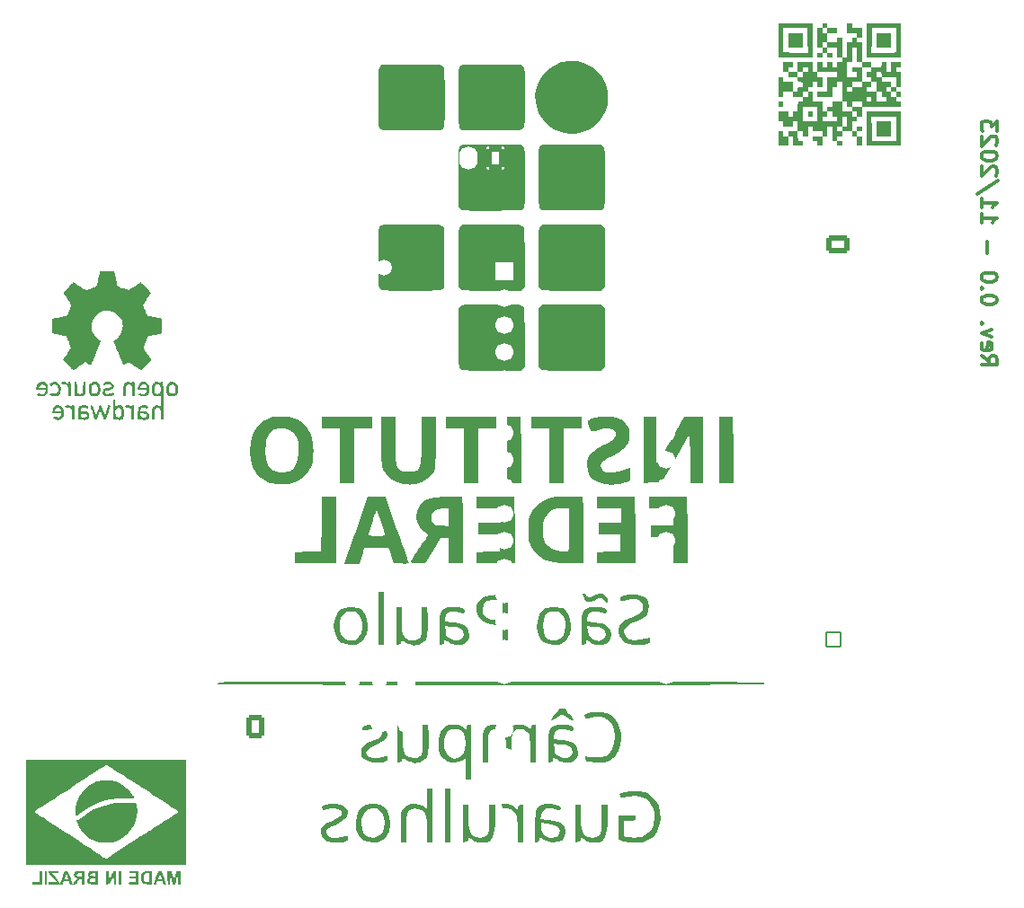
<source format=gbo>
G04 #@! TF.GenerationSoftware,KiCad,Pcbnew,7.0.1*
G04 #@! TF.CreationDate,2023-12-11T01:42:53-03:00*
G04 #@! TF.ProjectId,Shield STM32 Bluepill,53686965-6c64-4205-9354-4d333220426c,2.0*
G04 #@! TF.SameCoordinates,Original*
G04 #@! TF.FileFunction,Legend,Bot*
G04 #@! TF.FilePolarity,Positive*
%FSLAX46Y46*%
G04 Gerber Fmt 4.6, Leading zero omitted, Abs format (unit mm)*
G04 Created by KiCad (PCBNEW 7.0.1) date 2023-12-11 01:42:53*
%MOMM*%
%LPD*%
G01*
G04 APERTURE LIST*
G04 Aperture macros list*
%AMRoundRect*
0 Rectangle with rounded corners*
0 $1 Rounding radius*
0 $2 $3 $4 $5 $6 $7 $8 $9 X,Y pos of 4 corners*
0 Add a 4 corners polygon primitive as box body*
4,1,4,$2,$3,$4,$5,$6,$7,$8,$9,$2,$3,0*
0 Add four circle primitives for the rounded corners*
1,1,$1+$1,$2,$3*
1,1,$1+$1,$4,$5*
1,1,$1+$1,$6,$7*
1,1,$1+$1,$8,$9*
0 Add four rect primitives between the rounded corners*
20,1,$1+$1,$2,$3,$4,$5,0*
20,1,$1+$1,$4,$5,$6,$7,0*
20,1,$1+$1,$6,$7,$8,$9,0*
20,1,$1+$1,$8,$9,$2,$3,0*%
G04 Aperture macros list end*
%ADD10C,0.375000*%
%ADD11C,2.600000*%
%ADD12R,2.600000X2.600000*%
%ADD13RoundRect,0.250000X0.620000X0.845000X-0.620000X0.845000X-0.620000X-0.845000X0.620000X-0.845000X0*%
%ADD14O,1.740000X2.190000*%
%ADD15R,1.500000X1.500000*%
%ADD16C,1.500000*%
%ADD17R,1.700000X1.700000*%
%ADD18O,1.700000X1.700000*%
%ADD19C,2.000000*%
%ADD20R,2.000000X2.000000*%
%ADD21R,1.905000X2.000000*%
%ADD22O,1.905000X2.000000*%
%ADD23RoundRect,0.102000X-0.654000X-0.654000X0.654000X-0.654000X0.654000X0.654000X-0.654000X0.654000X0*%
%ADD24C,1.512000*%
%ADD25R,2.600000X1.800000*%
%ADD26O,2.600000X1.800000*%
%ADD27RoundRect,0.250000X0.845000X-0.620000X0.845000X0.620000X-0.845000X0.620000X-0.845000X-0.620000X0*%
%ADD28O,2.190000X1.740000*%
%ADD29C,1.700000*%
%ADD30C,1.800000*%
%ADD31C,1.260000*%
G04 APERTURE END LIST*
D10*
X211636071Y-62327141D02*
X212350357Y-62827141D01*
X211636071Y-63184284D02*
X213136071Y-63184284D01*
X213136071Y-63184284D02*
X213136071Y-62612855D01*
X213136071Y-62612855D02*
X213064642Y-62469998D01*
X213064642Y-62469998D02*
X212993214Y-62398569D01*
X212993214Y-62398569D02*
X212850357Y-62327141D01*
X212850357Y-62327141D02*
X212636071Y-62327141D01*
X212636071Y-62327141D02*
X212493214Y-62398569D01*
X212493214Y-62398569D02*
X212421785Y-62469998D01*
X212421785Y-62469998D02*
X212350357Y-62612855D01*
X212350357Y-62612855D02*
X212350357Y-63184284D01*
X211707500Y-61112855D02*
X211636071Y-61255712D01*
X211636071Y-61255712D02*
X211636071Y-61541427D01*
X211636071Y-61541427D02*
X211707500Y-61684284D01*
X211707500Y-61684284D02*
X211850357Y-61755712D01*
X211850357Y-61755712D02*
X212421785Y-61755712D01*
X212421785Y-61755712D02*
X212564642Y-61684284D01*
X212564642Y-61684284D02*
X212636071Y-61541427D01*
X212636071Y-61541427D02*
X212636071Y-61255712D01*
X212636071Y-61255712D02*
X212564642Y-61112855D01*
X212564642Y-61112855D02*
X212421785Y-61041427D01*
X212421785Y-61041427D02*
X212278928Y-61041427D01*
X212278928Y-61041427D02*
X212136071Y-61755712D01*
X212636071Y-60541427D02*
X211636071Y-60184284D01*
X211636071Y-60184284D02*
X212636071Y-59827141D01*
X211778928Y-59255713D02*
X211707500Y-59184284D01*
X211707500Y-59184284D02*
X211636071Y-59255713D01*
X211636071Y-59255713D02*
X211707500Y-59327141D01*
X211707500Y-59327141D02*
X211778928Y-59255713D01*
X211778928Y-59255713D02*
X211636071Y-59255713D01*
X213136071Y-57112855D02*
X213136071Y-56969998D01*
X213136071Y-56969998D02*
X213064642Y-56827141D01*
X213064642Y-56827141D02*
X212993214Y-56755713D01*
X212993214Y-56755713D02*
X212850357Y-56684284D01*
X212850357Y-56684284D02*
X212564642Y-56612855D01*
X212564642Y-56612855D02*
X212207500Y-56612855D01*
X212207500Y-56612855D02*
X211921785Y-56684284D01*
X211921785Y-56684284D02*
X211778928Y-56755713D01*
X211778928Y-56755713D02*
X211707500Y-56827141D01*
X211707500Y-56827141D02*
X211636071Y-56969998D01*
X211636071Y-56969998D02*
X211636071Y-57112855D01*
X211636071Y-57112855D02*
X211707500Y-57255713D01*
X211707500Y-57255713D02*
X211778928Y-57327141D01*
X211778928Y-57327141D02*
X211921785Y-57398570D01*
X211921785Y-57398570D02*
X212207500Y-57469998D01*
X212207500Y-57469998D02*
X212564642Y-57469998D01*
X212564642Y-57469998D02*
X212850357Y-57398570D01*
X212850357Y-57398570D02*
X212993214Y-57327141D01*
X212993214Y-57327141D02*
X213064642Y-57255713D01*
X213064642Y-57255713D02*
X213136071Y-57112855D01*
X211778928Y-55969999D02*
X211707500Y-55898570D01*
X211707500Y-55898570D02*
X211636071Y-55969999D01*
X211636071Y-55969999D02*
X211707500Y-56041427D01*
X211707500Y-56041427D02*
X211778928Y-55969999D01*
X211778928Y-55969999D02*
X211636071Y-55969999D01*
X213136071Y-54969998D02*
X213136071Y-54827141D01*
X213136071Y-54827141D02*
X213064642Y-54684284D01*
X213064642Y-54684284D02*
X212993214Y-54612856D01*
X212993214Y-54612856D02*
X212850357Y-54541427D01*
X212850357Y-54541427D02*
X212564642Y-54469998D01*
X212564642Y-54469998D02*
X212207500Y-54469998D01*
X212207500Y-54469998D02*
X211921785Y-54541427D01*
X211921785Y-54541427D02*
X211778928Y-54612856D01*
X211778928Y-54612856D02*
X211707500Y-54684284D01*
X211707500Y-54684284D02*
X211636071Y-54827141D01*
X211636071Y-54827141D02*
X211636071Y-54969998D01*
X211636071Y-54969998D02*
X211707500Y-55112856D01*
X211707500Y-55112856D02*
X211778928Y-55184284D01*
X211778928Y-55184284D02*
X211921785Y-55255713D01*
X211921785Y-55255713D02*
X212207500Y-55327141D01*
X212207500Y-55327141D02*
X212564642Y-55327141D01*
X212564642Y-55327141D02*
X212850357Y-55255713D01*
X212850357Y-55255713D02*
X212993214Y-55184284D01*
X212993214Y-55184284D02*
X213064642Y-55112856D01*
X213064642Y-55112856D02*
X213136071Y-54969998D01*
X212207500Y-52684285D02*
X212207500Y-51541428D01*
X211636071Y-48898570D02*
X211636071Y-49755713D01*
X211636071Y-49327142D02*
X213136071Y-49327142D01*
X213136071Y-49327142D02*
X212921785Y-49469999D01*
X212921785Y-49469999D02*
X212778928Y-49612856D01*
X212778928Y-49612856D02*
X212707500Y-49755713D01*
X211636071Y-47469999D02*
X211636071Y-48327142D01*
X211636071Y-47898571D02*
X213136071Y-47898571D01*
X213136071Y-47898571D02*
X212921785Y-48041428D01*
X212921785Y-48041428D02*
X212778928Y-48184285D01*
X212778928Y-48184285D02*
X212707500Y-48327142D01*
X213207500Y-45755714D02*
X211278928Y-47041428D01*
X212993214Y-45327142D02*
X213064642Y-45255714D01*
X213064642Y-45255714D02*
X213136071Y-45112857D01*
X213136071Y-45112857D02*
X213136071Y-44755714D01*
X213136071Y-44755714D02*
X213064642Y-44612857D01*
X213064642Y-44612857D02*
X212993214Y-44541428D01*
X212993214Y-44541428D02*
X212850357Y-44469999D01*
X212850357Y-44469999D02*
X212707500Y-44469999D01*
X212707500Y-44469999D02*
X212493214Y-44541428D01*
X212493214Y-44541428D02*
X211636071Y-45398571D01*
X211636071Y-45398571D02*
X211636071Y-44469999D01*
X213136071Y-43541428D02*
X213136071Y-43398571D01*
X213136071Y-43398571D02*
X213064642Y-43255714D01*
X213064642Y-43255714D02*
X212993214Y-43184286D01*
X212993214Y-43184286D02*
X212850357Y-43112857D01*
X212850357Y-43112857D02*
X212564642Y-43041428D01*
X212564642Y-43041428D02*
X212207500Y-43041428D01*
X212207500Y-43041428D02*
X211921785Y-43112857D01*
X211921785Y-43112857D02*
X211778928Y-43184286D01*
X211778928Y-43184286D02*
X211707500Y-43255714D01*
X211707500Y-43255714D02*
X211636071Y-43398571D01*
X211636071Y-43398571D02*
X211636071Y-43541428D01*
X211636071Y-43541428D02*
X211707500Y-43684286D01*
X211707500Y-43684286D02*
X211778928Y-43755714D01*
X211778928Y-43755714D02*
X211921785Y-43827143D01*
X211921785Y-43827143D02*
X212207500Y-43898571D01*
X212207500Y-43898571D02*
X212564642Y-43898571D01*
X212564642Y-43898571D02*
X212850357Y-43827143D01*
X212850357Y-43827143D02*
X212993214Y-43755714D01*
X212993214Y-43755714D02*
X213064642Y-43684286D01*
X213064642Y-43684286D02*
X213136071Y-43541428D01*
X212993214Y-42470000D02*
X213064642Y-42398572D01*
X213064642Y-42398572D02*
X213136071Y-42255715D01*
X213136071Y-42255715D02*
X213136071Y-41898572D01*
X213136071Y-41898572D02*
X213064642Y-41755715D01*
X213064642Y-41755715D02*
X212993214Y-41684286D01*
X212993214Y-41684286D02*
X212850357Y-41612857D01*
X212850357Y-41612857D02*
X212707500Y-41612857D01*
X212707500Y-41612857D02*
X212493214Y-41684286D01*
X212493214Y-41684286D02*
X211636071Y-42541429D01*
X211636071Y-42541429D02*
X211636071Y-41612857D01*
X213136071Y-41112858D02*
X213136071Y-40184286D01*
X213136071Y-40184286D02*
X212564642Y-40684286D01*
X212564642Y-40684286D02*
X212564642Y-40470001D01*
X212564642Y-40470001D02*
X212493214Y-40327144D01*
X212493214Y-40327144D02*
X212421785Y-40255715D01*
X212421785Y-40255715D02*
X212278928Y-40184286D01*
X212278928Y-40184286D02*
X211921785Y-40184286D01*
X211921785Y-40184286D02*
X211778928Y-40255715D01*
X211778928Y-40255715D02*
X211707500Y-40327144D01*
X211707500Y-40327144D02*
X211636071Y-40470001D01*
X211636071Y-40470001D02*
X211636071Y-40898572D01*
X211636071Y-40898572D02*
X211707500Y-41041429D01*
X211707500Y-41041429D02*
X211778928Y-41112858D01*
G36*
X203159950Y-40908557D02*
G01*
X203159950Y-41603582D01*
X202464925Y-41603582D01*
X201769900Y-41603582D01*
X201769900Y-40908557D01*
X201769900Y-40213532D01*
X202464925Y-40213532D01*
X203159950Y-40213532D01*
X203159950Y-40908557D01*
G37*
G36*
X203159950Y-32568259D02*
G01*
X203159950Y-33263284D01*
X202464925Y-33263284D01*
X201769900Y-33263284D01*
X201769900Y-32568259D01*
X201769900Y-31873234D01*
X202464925Y-31873234D01*
X203159950Y-31873234D01*
X203159950Y-32568259D01*
G37*
G36*
X196683582Y-33958309D02*
G01*
X196683582Y-34179453D01*
X196446642Y-34179453D01*
X196209701Y-34179453D01*
X196209701Y-33958309D01*
X196209701Y-33737164D01*
X196446642Y-33737164D01*
X196683582Y-33737164D01*
X196683582Y-33958309D01*
G37*
G36*
X195735821Y-39518508D02*
G01*
X195735821Y-39739652D01*
X195514677Y-39739652D01*
X195293532Y-39739652D01*
X195293532Y-39518508D01*
X195293532Y-39297363D01*
X195514677Y-39297363D01*
X195735821Y-39297363D01*
X195735821Y-39518508D01*
G37*
G36*
X194819652Y-32568259D02*
G01*
X194819652Y-33263284D01*
X194124627Y-33263284D01*
X193429602Y-33263284D01*
X193429602Y-32568259D01*
X193429602Y-31873234D01*
X194124627Y-31873234D01*
X194819652Y-31873234D01*
X194819652Y-32568259D01*
G37*
G36*
X192955721Y-38586542D02*
G01*
X192955721Y-38823483D01*
X192734577Y-38823483D01*
X192513433Y-38823483D01*
X192513433Y-38586542D01*
X192513433Y-38349602D01*
X192734577Y-38349602D01*
X192955721Y-38349602D01*
X192955721Y-38586542D01*
G37*
G36*
X196683582Y-42061667D02*
G01*
X196683582Y-42519751D01*
X196446642Y-42519751D01*
X196209701Y-42519751D01*
X196209701Y-42299991D01*
X196209701Y-42080231D01*
X195980659Y-42070949D01*
X195751617Y-42061667D01*
X195742335Y-41832624D01*
X195733053Y-41603582D01*
X196208317Y-41603582D01*
X196683582Y-41603582D01*
X196683582Y-42061667D01*
G37*
G36*
X199463682Y-31178209D02*
G01*
X199463682Y-31399353D01*
X199921766Y-31399353D01*
X200379851Y-31399353D01*
X200379851Y-31873234D01*
X200379851Y-32347114D01*
X200142910Y-32347114D01*
X199905970Y-32347114D01*
X199905970Y-32110174D01*
X199905970Y-31873234D01*
X199447886Y-31873234D01*
X198989801Y-31873234D01*
X198989801Y-31415149D01*
X198989801Y-30957065D01*
X199226741Y-30957065D01*
X199463682Y-30957065D01*
X199463682Y-31178209D01*
G37*
G36*
X195735821Y-33737944D02*
G01*
X195735821Y-34179453D01*
X194124627Y-34179453D01*
X192513433Y-34179453D01*
X192513433Y-33721368D01*
X192971517Y-33721368D01*
X194132914Y-33729656D01*
X195294312Y-33737944D01*
X195286024Y-32576546D01*
X195277736Y-31415149D01*
X194124627Y-31415149D01*
X192971517Y-31415149D01*
X192971517Y-32568259D01*
X192971517Y-33721368D01*
X192513433Y-33721368D01*
X192513433Y-32568259D01*
X192513433Y-30957065D01*
X194124627Y-30957065D01*
X195735821Y-30957065D01*
X195735821Y-32568259D01*
X195735821Y-33737944D01*
G37*
G36*
X192955721Y-41366642D02*
G01*
X192955721Y-41603582D01*
X193192662Y-41603582D01*
X193429602Y-41603582D01*
X193429602Y-41366642D01*
X193429602Y-41129702D01*
X193887687Y-41129702D01*
X194344082Y-41129702D01*
X194352825Y-41595684D01*
X194361567Y-42061667D01*
X194590609Y-42070949D01*
X194819652Y-42080231D01*
X194819652Y-42299991D01*
X194819652Y-42519751D01*
X194361567Y-42519751D01*
X193903483Y-42519751D01*
X193903483Y-42061667D01*
X193903483Y-41603582D01*
X193666542Y-41603582D01*
X193429602Y-41603582D01*
X193429602Y-42061667D01*
X193429602Y-42519751D01*
X192971517Y-42519751D01*
X192513433Y-42519751D01*
X192513433Y-41824726D01*
X192513433Y-41129702D01*
X192734577Y-41129702D01*
X192955721Y-41129702D01*
X192955721Y-41366642D01*
G37*
G36*
X204076119Y-41379815D02*
G01*
X204076119Y-42519751D01*
X202464925Y-42519751D01*
X200853731Y-42519751D01*
X200853731Y-40908557D01*
X200853731Y-39738873D01*
X201295241Y-39738873D01*
X201303528Y-40900270D01*
X201311816Y-42061667D01*
X202457867Y-42069960D01*
X202738745Y-42071645D01*
X202999239Y-42072208D01*
X203206270Y-42071224D01*
X203364975Y-42068554D01*
X203480492Y-42064057D01*
X203557958Y-42057593D01*
X203602511Y-42049022D01*
X203619287Y-42038202D01*
X203622307Y-42005212D01*
X203625010Y-41915044D01*
X203626961Y-41775794D01*
X203628116Y-41594905D01*
X203628428Y-41379815D01*
X203627853Y-41137967D01*
X203626346Y-40876800D01*
X203618035Y-39755448D01*
X202456638Y-39747160D01*
X201295241Y-39738873D01*
X200853731Y-39738873D01*
X200853731Y-39297363D01*
X202464925Y-39297363D01*
X204076119Y-39297363D01*
X204076119Y-40908557D01*
X204076119Y-41379815D01*
G37*
G36*
X204076119Y-33039457D02*
G01*
X204076119Y-34179453D01*
X202464925Y-34179453D01*
X200853731Y-34179453D01*
X200853731Y-33737164D01*
X201295241Y-33737164D01*
X202449732Y-33737164D01*
X202698782Y-33736889D01*
X202968803Y-33735628D01*
X203184414Y-33733192D01*
X203350562Y-33729413D01*
X203472192Y-33724122D01*
X203554251Y-33717153D01*
X203601685Y-33708338D01*
X203619439Y-33697509D01*
X203622428Y-33664586D01*
X203625098Y-33574495D01*
X203627020Y-33435318D01*
X203628150Y-33254493D01*
X203628444Y-33039457D01*
X203627857Y-32797648D01*
X203626346Y-32536501D01*
X203618035Y-31415149D01*
X202464925Y-31415149D01*
X201311816Y-31415149D01*
X201303529Y-32576157D01*
X201295241Y-33737164D01*
X200853731Y-33737164D01*
X200853731Y-32568259D01*
X200853731Y-30957065D01*
X202464925Y-30957065D01*
X204076119Y-30957065D01*
X204076119Y-32568259D01*
X204076119Y-33039457D01*
G37*
G36*
X200142910Y-41603582D02*
G01*
X200379851Y-41603582D01*
X200379851Y-42061667D01*
X200379851Y-42519751D01*
X200142910Y-42519751D01*
X199905970Y-42519751D01*
X199905970Y-42061667D01*
X199905970Y-41603582D01*
X200142910Y-41603582D01*
G37*
G36*
X198294776Y-42077463D02*
G01*
X198515920Y-42077463D01*
X198515920Y-42298607D01*
X198515920Y-42519751D01*
X198294776Y-42519751D01*
X198073632Y-42519751D01*
X198073632Y-42298607D01*
X198073632Y-42077463D01*
X198294776Y-42077463D01*
G37*
G36*
X195735821Y-35127214D02*
G01*
X195735821Y-35569503D01*
X195972761Y-35569503D01*
X196209701Y-35569503D01*
X196209701Y-35805966D01*
X196209701Y-36043383D01*
X196446642Y-36043383D01*
X196683582Y-36043383D01*
X196683582Y-36501468D01*
X196683582Y-36959552D01*
X196446642Y-36959552D01*
X196209701Y-36959552D01*
X196209701Y-36738408D01*
X196209701Y-36517264D01*
X195972761Y-36517264D01*
X195735821Y-36517264D01*
X195735821Y-36738408D01*
X195735821Y-36959552D01*
X195514677Y-36959552D01*
X195293532Y-36959552D01*
X195293532Y-37196493D01*
X195293532Y-37433433D01*
X195056592Y-37433433D01*
X194819652Y-37433433D01*
X194819652Y-37670373D01*
X194819652Y-37907313D01*
X195056592Y-37907313D01*
X195293532Y-37907313D01*
X195293532Y-37670373D01*
X195293532Y-37433433D01*
X195514677Y-37433433D01*
X195735821Y-37433433D01*
X195735821Y-37891517D01*
X195735821Y-38349602D01*
X196209701Y-38349602D01*
X196683582Y-38349602D01*
X196683582Y-38823483D01*
X196683582Y-39297363D01*
X196904726Y-39297363D01*
X197125871Y-39297363D01*
X197125871Y-39060423D01*
X197125871Y-38823483D01*
X197362811Y-38823483D01*
X197599751Y-38823483D01*
X197599751Y-38586542D01*
X197599751Y-38349602D01*
X198056991Y-38349602D01*
X198514231Y-38349602D01*
X198522974Y-38815585D01*
X198531716Y-39281567D01*
X198997699Y-39290310D01*
X199463682Y-39299052D01*
X199463682Y-39519352D01*
X199463682Y-39739652D01*
X199684826Y-39739652D01*
X199905970Y-39739652D01*
X199905970Y-39518508D01*
X199905970Y-39297363D01*
X199684826Y-39297363D01*
X199463682Y-39297363D01*
X199463682Y-39060423D01*
X199463682Y-38823483D01*
X199921766Y-38823483D01*
X200379851Y-38823483D01*
X200379851Y-39281567D01*
X200379851Y-39739652D01*
X200142910Y-39739652D01*
X199905970Y-39739652D01*
X199905970Y-39976592D01*
X199905970Y-40213532D01*
X199684826Y-40213532D01*
X199463682Y-40213532D01*
X199463682Y-40671617D01*
X199463682Y-41129702D01*
X199684826Y-41129702D01*
X199905970Y-41129702D01*
X199905970Y-40908557D01*
X199905970Y-40687413D01*
X200142910Y-40687413D01*
X200379851Y-40687413D01*
X200379851Y-40908557D01*
X200379851Y-41129702D01*
X200142910Y-41129702D01*
X199905970Y-41129702D01*
X199905970Y-41366642D01*
X199905970Y-41603582D01*
X199684826Y-41603582D01*
X199463682Y-41603582D01*
X199463682Y-41366642D01*
X199463682Y-41129702D01*
X198989801Y-41129702D01*
X198515920Y-41129702D01*
X198515920Y-41366642D01*
X198515920Y-41603582D01*
X198294776Y-41603582D01*
X198073632Y-41603582D01*
X198073632Y-41840522D01*
X198073632Y-42077463D01*
X197836691Y-42077463D01*
X197599751Y-42077463D01*
X197599751Y-41382438D01*
X197599751Y-41129702D01*
X198073632Y-41129702D01*
X198294776Y-41129702D01*
X198515920Y-41129702D01*
X198515920Y-40908557D01*
X198515920Y-40687413D01*
X198752861Y-40687413D01*
X198989801Y-40687413D01*
X198989801Y-40213532D01*
X198989801Y-39739652D01*
X198752861Y-39739652D01*
X198515920Y-39739652D01*
X198515920Y-40213532D01*
X198515920Y-40687413D01*
X198294776Y-40687413D01*
X198073632Y-40687413D01*
X198073632Y-40908557D01*
X198073632Y-41129702D01*
X197599751Y-41129702D01*
X197599751Y-40687413D01*
X197362811Y-40687413D01*
X197125871Y-40687413D01*
X197125871Y-41145498D01*
X197125871Y-41603582D01*
X196904726Y-41603582D01*
X196683582Y-41603582D01*
X196683582Y-41366642D01*
X196683582Y-41129702D01*
X196209701Y-41129702D01*
X195735821Y-41129702D01*
X195735821Y-40908557D01*
X195735821Y-40687413D01*
X195514677Y-40687413D01*
X195293532Y-40687413D01*
X195293532Y-41145498D01*
X195293532Y-41603582D01*
X195056592Y-41603582D01*
X194819652Y-41603582D01*
X194819652Y-41366642D01*
X194819652Y-41129702D01*
X194581867Y-41129702D01*
X194345771Y-41129702D01*
X194345771Y-40671617D01*
X194345771Y-40213532D01*
X194819652Y-40213532D01*
X195514677Y-40213532D01*
X196209701Y-40213532D01*
X196683582Y-40213532D01*
X197378607Y-40213532D01*
X198073632Y-40213532D01*
X198073632Y-39976592D01*
X198073632Y-39739652D01*
X197836691Y-39739652D01*
X197599751Y-39739652D01*
X197599751Y-39518508D01*
X197599751Y-39297363D01*
X197362811Y-39297363D01*
X197125871Y-39297363D01*
X197125871Y-39518508D01*
X197125871Y-39739652D01*
X196904726Y-39739652D01*
X196683582Y-39739652D01*
X196683582Y-39976592D01*
X196683582Y-40213532D01*
X196209701Y-40213532D01*
X196209701Y-39518508D01*
X196209701Y-38823483D01*
X195514677Y-38823483D01*
X194819652Y-38823483D01*
X194819652Y-39518508D01*
X194819652Y-40213532D01*
X194345771Y-40213532D01*
X194126011Y-40213532D01*
X193906251Y-40213532D01*
X193896969Y-40442575D01*
X193887687Y-40671617D01*
X193429602Y-40671617D01*
X192971517Y-40671617D01*
X192962235Y-40442575D01*
X192952953Y-40213532D01*
X192733193Y-40213532D01*
X192513433Y-40213532D01*
X192513433Y-39755448D01*
X192513433Y-39297363D01*
X192971517Y-39297363D01*
X193429602Y-39297363D01*
X193429602Y-39518508D01*
X193429602Y-39739652D01*
X193666542Y-39739652D01*
X193903483Y-39739652D01*
X193903483Y-39518508D01*
X193903483Y-39297363D01*
X194123782Y-39297363D01*
X194344082Y-39297363D01*
X194352825Y-38831381D01*
X194361567Y-38365398D01*
X194590609Y-38356116D01*
X194819652Y-38346834D01*
X194819652Y-38127074D01*
X194819652Y-37907313D01*
X194361567Y-37907313D01*
X193903483Y-37907313D01*
X193903483Y-37670373D01*
X193903483Y-37433433D01*
X193429602Y-37433433D01*
X192955721Y-37433433D01*
X192955721Y-37670373D01*
X192955721Y-37907313D01*
X192734577Y-37907313D01*
X192513433Y-37907313D01*
X192513433Y-36975348D01*
X192513433Y-36043383D01*
X192733193Y-36043383D01*
X192952953Y-36043383D01*
X192962235Y-36272425D01*
X192971517Y-36501468D01*
X193437500Y-36510210D01*
X193903483Y-36518953D01*
X193903483Y-36976193D01*
X193903483Y-37433433D01*
X194123243Y-37433433D01*
X194343003Y-37433433D01*
X194352285Y-37204391D01*
X194361567Y-36975348D01*
X194590609Y-36966066D01*
X194819652Y-36956784D01*
X194819652Y-36738408D01*
X194819652Y-36520032D01*
X194590609Y-36510750D01*
X194361567Y-36501468D01*
X194352285Y-36272425D01*
X194343003Y-36043383D01*
X194345771Y-36043383D01*
X194582711Y-36043383D01*
X194819652Y-36043383D01*
X194819652Y-35806443D01*
X194819652Y-35569503D01*
X195056592Y-35569503D01*
X195293532Y-35569503D01*
X195293532Y-35348358D01*
X195293532Y-35127214D01*
X195056592Y-35127214D01*
X194819652Y-35127214D01*
X194819652Y-35348358D01*
X194819652Y-35569503D01*
X194582711Y-35569503D01*
X194345771Y-35569503D01*
X194345771Y-35806443D01*
X194345771Y-36043383D01*
X194343003Y-36043383D01*
X193886302Y-36043383D01*
X193429602Y-36043383D01*
X193429602Y-35806443D01*
X193429602Y-35569503D01*
X193192662Y-35569503D01*
X192955721Y-35569503D01*
X192955721Y-35111418D01*
X192955721Y-34653333D01*
X193429602Y-34653333D01*
X193903483Y-34653333D01*
X193903483Y-34890274D01*
X193903483Y-35127214D01*
X193666542Y-35127214D01*
X193429602Y-35127214D01*
X193429602Y-35348358D01*
X193429602Y-35569503D01*
X193887687Y-35569503D01*
X194345771Y-35569503D01*
X194345771Y-35111418D01*
X194345771Y-34653333D01*
X195040796Y-34653333D01*
X195735821Y-34653333D01*
X195735821Y-35111418D01*
X195735821Y-35127214D01*
G37*
G36*
X196683582Y-31636294D02*
G01*
X196683582Y-31873234D01*
X196904726Y-31873234D01*
X197125871Y-31873234D01*
X197125871Y-31636294D01*
X197125871Y-31399353D01*
X196904726Y-31399353D01*
X196683582Y-31399353D01*
X196683582Y-31178209D01*
X196683582Y-30957065D01*
X196904726Y-30957065D01*
X197125871Y-30957065D01*
X197125871Y-31177364D01*
X197125871Y-31397664D01*
X197591853Y-31406407D01*
X198057836Y-31415149D01*
X198067118Y-31644192D01*
X198076400Y-31873234D01*
X197601135Y-31873234D01*
X197125871Y-31873234D01*
X197125871Y-32331318D01*
X197125871Y-32789403D01*
X196904726Y-32789403D01*
X196683582Y-32789403D01*
X196683582Y-33026343D01*
X196683582Y-33263284D01*
X196904726Y-33263284D01*
X197125871Y-33263284D01*
X197125871Y-33026343D01*
X197125871Y-32789403D01*
X197599751Y-32789403D01*
X198073632Y-32789403D01*
X198073632Y-32568259D01*
X198073632Y-32347114D01*
X198294776Y-32347114D01*
X198515920Y-32347114D01*
X198515920Y-33263284D01*
X198515920Y-34179453D01*
X198752861Y-34179453D01*
X198989801Y-34179453D01*
X198989801Y-33484428D01*
X198989801Y-32789403D01*
X199226741Y-32789403D01*
X199463682Y-32789403D01*
X199463682Y-32568259D01*
X199463682Y-32347114D01*
X199684826Y-32347114D01*
X199905970Y-32347114D01*
X199905970Y-32568259D01*
X199905970Y-32789403D01*
X200142910Y-32789403D01*
X200379851Y-32789403D01*
X200379851Y-33721368D01*
X200379851Y-34653333D01*
X200142910Y-34653333D01*
X199905970Y-34653333D01*
X199905970Y-33958309D01*
X199905970Y-33263284D01*
X199684826Y-33263284D01*
X199463682Y-33263284D01*
X199463682Y-33958309D01*
X199463682Y-34653333D01*
X199226741Y-34653333D01*
X198989801Y-34653333D01*
X198989801Y-35348358D01*
X198989801Y-36043383D01*
X199447886Y-36043383D01*
X199905970Y-36043383D01*
X199905970Y-35806443D01*
X199905970Y-35569503D01*
X199684826Y-35569503D01*
X199463682Y-35569503D01*
X199463682Y-35348358D01*
X199463682Y-35127214D01*
X199921766Y-35127214D01*
X200379851Y-35127214D01*
X200379851Y-35822239D01*
X200379851Y-36517264D01*
X199921766Y-36517264D01*
X199463682Y-36517264D01*
X199463682Y-36738408D01*
X199463682Y-36959552D01*
X199226741Y-36959552D01*
X198989801Y-36959552D01*
X198989801Y-37196493D01*
X198989801Y-37433433D01*
X199226741Y-37433433D01*
X199463682Y-37433433D01*
X199463682Y-37196493D01*
X199463682Y-36959552D01*
X199921766Y-36959552D01*
X200379851Y-36959552D01*
X200379851Y-36738408D01*
X200379851Y-36517264D01*
X200837935Y-36517264D01*
X201296020Y-36517264D01*
X201296020Y-36738408D01*
X201296020Y-36959552D01*
X201074876Y-36959552D01*
X200853731Y-36959552D01*
X200853731Y-37196493D01*
X200853731Y-37433433D01*
X201311816Y-37433433D01*
X201769900Y-37433433D01*
X201769900Y-36975348D01*
X201769900Y-36517264D01*
X201532960Y-36517264D01*
X201296020Y-36517264D01*
X201296020Y-36280323D01*
X201296020Y-36043383D01*
X201074876Y-36043383D01*
X200853731Y-36043383D01*
X200853731Y-35806443D01*
X200853731Y-35569503D01*
X201074876Y-35569503D01*
X201296020Y-35569503D01*
X201296020Y-35348358D01*
X201296020Y-35128903D01*
X201762002Y-35120161D01*
X202227985Y-35111418D01*
X202237267Y-34882376D01*
X202246549Y-34653333D01*
X202466309Y-34653333D01*
X202686070Y-34653333D01*
X202686070Y-35111418D01*
X202686070Y-35569503D01*
X202923010Y-35569503D01*
X203159950Y-35569503D01*
X203159950Y-35111418D01*
X203159950Y-34653333D01*
X203618035Y-34653333D01*
X204076119Y-34653333D01*
X204076119Y-34890274D01*
X204076119Y-35127214D01*
X203854975Y-35127214D01*
X203633831Y-35127214D01*
X203633831Y-35348358D01*
X203633831Y-35569503D01*
X203854975Y-35569503D01*
X204076119Y-35569503D01*
X204076119Y-36264527D01*
X204076119Y-36959552D01*
X203854975Y-36959552D01*
X203633831Y-36959552D01*
X203633831Y-36501468D01*
X203633831Y-36043383D01*
X202940190Y-36043383D01*
X202246549Y-36043383D01*
X202237267Y-35814341D01*
X202227985Y-35585299D01*
X201998943Y-35576017D01*
X201769900Y-35566734D01*
X201769900Y-35805059D01*
X201769900Y-36043383D01*
X202006841Y-36043383D01*
X202243781Y-36043383D01*
X202243781Y-36280323D01*
X202243781Y-36517264D01*
X202701866Y-36517264D01*
X203159950Y-36517264D01*
X203159950Y-36738408D01*
X203159950Y-36959552D01*
X202923010Y-36959552D01*
X202686070Y-36959552D01*
X202686070Y-37196493D01*
X202686070Y-37433433D01*
X202923010Y-37433433D01*
X203159950Y-37433433D01*
X203159950Y-37196493D01*
X203159950Y-36959552D01*
X203396890Y-36959552D01*
X203633831Y-36959552D01*
X203633831Y-37196493D01*
X203633831Y-37433433D01*
X203396890Y-37433433D01*
X203159950Y-37433433D01*
X203159950Y-37670373D01*
X203159950Y-37907313D01*
X203375829Y-37907313D01*
X203376366Y-37907313D01*
X203487760Y-37904411D01*
X203572676Y-37896847D01*
X203612769Y-37886252D01*
X203612822Y-37886199D01*
X203623406Y-37845862D01*
X203630953Y-37760784D01*
X203633831Y-37649312D01*
X203633831Y-37433433D01*
X203854975Y-37433433D01*
X204076119Y-37433433D01*
X204076119Y-37649312D01*
X204076119Y-37670373D01*
X204076119Y-37907313D01*
X203854975Y-37907313D01*
X203633831Y-37907313D01*
X203633831Y-38128458D01*
X203633831Y-38349602D01*
X203854975Y-38349602D01*
X204076119Y-38349602D01*
X204076119Y-38586542D01*
X204076119Y-38823483D01*
X202227985Y-38823483D01*
X200379851Y-38823483D01*
X200379851Y-38586542D01*
X200379851Y-38349602D01*
X200853731Y-38349602D01*
X201074876Y-38349602D01*
X201296020Y-38349602D01*
X201296020Y-38128458D01*
X201296020Y-37907313D01*
X201074876Y-37907313D01*
X200853731Y-37907313D01*
X200853731Y-38128458D01*
X200853731Y-38349602D01*
X200379851Y-38349602D01*
X199921766Y-38349602D01*
X199463682Y-38349602D01*
X199463682Y-38586542D01*
X199463682Y-38823483D01*
X199226741Y-38823483D01*
X198989801Y-38823483D01*
X198989801Y-38586542D01*
X198989801Y-38349602D01*
X198752861Y-38349602D01*
X198515920Y-38349602D01*
X198515920Y-37891517D01*
X201769900Y-37891517D01*
X201769900Y-37907313D01*
X201769900Y-38349602D01*
X202227985Y-38349602D01*
X202686070Y-38349602D01*
X202686070Y-38128458D01*
X202686070Y-37907313D01*
X202464925Y-37907313D01*
X202243781Y-37907313D01*
X202243781Y-37670373D01*
X202243781Y-37433433D01*
X202006841Y-37433433D01*
X201769900Y-37433433D01*
X201769900Y-37891517D01*
X198515920Y-37891517D01*
X198515920Y-37433433D01*
X198515920Y-36517264D01*
X198294776Y-36517264D01*
X198073632Y-36517264D01*
X198073632Y-36738408D01*
X198073632Y-36959552D01*
X197836691Y-36959552D01*
X197599751Y-36959552D01*
X197599751Y-37433433D01*
X197599751Y-37907313D01*
X196904726Y-37907313D01*
X196209701Y-37907313D01*
X196209701Y-37670373D01*
X196209701Y-37433433D01*
X196667786Y-37433433D01*
X197125871Y-37433433D01*
X197125871Y-36738408D01*
X197125871Y-36043383D01*
X197601135Y-36043383D01*
X198076400Y-36043383D01*
X198067118Y-35814341D01*
X198057836Y-35585299D01*
X197133769Y-35576923D01*
X196209701Y-35568548D01*
X196209701Y-35111418D01*
X196209701Y-34653333D01*
X196446642Y-34653333D01*
X196683582Y-34653333D01*
X196683582Y-34890274D01*
X196683582Y-35127214D01*
X196904726Y-35127214D01*
X197125871Y-35127214D01*
X197125871Y-34890274D01*
X197125871Y-34653333D01*
X197362811Y-34653333D01*
X197599751Y-34653333D01*
X197599751Y-34891658D01*
X197599751Y-35129982D01*
X197828793Y-35120700D01*
X198057836Y-35111418D01*
X198067118Y-34882376D01*
X198076400Y-34653333D01*
X198296160Y-34653333D01*
X198515920Y-34653333D01*
X198515920Y-34416393D01*
X198515920Y-34179453D01*
X198294776Y-34179453D01*
X198073632Y-34179453D01*
X198073632Y-33721368D01*
X198073632Y-33263284D01*
X197599751Y-33263284D01*
X197125871Y-33263284D01*
X197125871Y-33500224D01*
X197125871Y-33737164D01*
X196904726Y-33737164D01*
X196683582Y-33737164D01*
X196683582Y-33500224D01*
X196683582Y-33263284D01*
X196446642Y-33263284D01*
X196209701Y-33263284D01*
X196209701Y-32331318D01*
X196209701Y-31399353D01*
X196446642Y-31399353D01*
X196683582Y-31399353D01*
X196683582Y-31636294D01*
G37*
G36*
X200837935Y-34653333D02*
G01*
X201296020Y-34653333D01*
X201296020Y-34891118D01*
X201296020Y-35127214D01*
X200837935Y-35127214D01*
X200379851Y-35127214D01*
X200379851Y-34890274D01*
X200379851Y-34653333D01*
X200837935Y-34653333D01*
G37*
G36*
X197362811Y-33737164D02*
G01*
X197599751Y-33737164D01*
X197599751Y-33958309D01*
X197599751Y-34179453D01*
X197362811Y-34179453D01*
X197125871Y-34179453D01*
X197125871Y-33958309D01*
X197125871Y-33737164D01*
X197362811Y-33737164D01*
G37*
G36*
X131381980Y-66993215D02*
G01*
X131497913Y-67051342D01*
X131518730Y-67067437D01*
X131573878Y-67102518D01*
X131599460Y-67096702D01*
X131605713Y-67049849D01*
X131612378Y-67015873D01*
X131646419Y-66995921D01*
X131723441Y-66990985D01*
X131841170Y-66990985D01*
X131841170Y-67667926D01*
X131841170Y-68344867D01*
X131723441Y-68344867D01*
X131605713Y-68344867D01*
X131605713Y-67890052D01*
X131605117Y-67756837D01*
X131600780Y-67589080D01*
X131590370Y-67465854D01*
X131571705Y-67378414D01*
X131542603Y-67318018D01*
X131500882Y-67275921D01*
X131444360Y-67243380D01*
X131415950Y-67230658D01*
X131350210Y-67212385D01*
X131278580Y-67216235D01*
X131176683Y-67242092D01*
X131145860Y-67245781D01*
X131095806Y-67222307D01*
X131034875Y-67154298D01*
X130954195Y-67048521D01*
X131064402Y-67002473D01*
X131103123Y-66988880D01*
X131242221Y-66971474D01*
X131381980Y-66993215D01*
G37*
G36*
X125709990Y-66985606D02*
G01*
X125840325Y-67047655D01*
X125881695Y-67077776D01*
X125926618Y-67103237D01*
X125948811Y-67093279D01*
X125963755Y-67047938D01*
X125977405Y-67016001D01*
X126015358Y-66995878D01*
X126092275Y-66996432D01*
X126204901Y-67005701D01*
X126205976Y-67675284D01*
X126207052Y-68344867D01*
X126088248Y-68344864D01*
X125969444Y-68344860D01*
X125967305Y-67881306D01*
X125964984Y-67706514D01*
X125957682Y-67531563D01*
X125945436Y-67412860D01*
X125928145Y-67349038D01*
X125910367Y-67321679D01*
X125824709Y-67252519D01*
X125711173Y-67219775D01*
X125588053Y-67229859D01*
X125566193Y-67235678D01*
X125501852Y-67249687D01*
X125473694Y-67250515D01*
X125469368Y-67244519D01*
X125436533Y-67205829D01*
X125383198Y-67145927D01*
X125297299Y-67050990D01*
X125411577Y-67003242D01*
X125413760Y-67002337D01*
X125561027Y-66969799D01*
X125709990Y-66985606D01*
G37*
G36*
X125386933Y-64790445D02*
G01*
X125480155Y-64835075D01*
X125519038Y-64862613D01*
X125583259Y-64895824D01*
X125619347Y-64886868D01*
X125636284Y-64835787D01*
X125645506Y-64799536D01*
X125670084Y-64779790D01*
X125724170Y-64774821D01*
X125822283Y-64780299D01*
X125822659Y-64780330D01*
X125836902Y-64788715D01*
X125847751Y-64815438D01*
X125855645Y-64867254D01*
X125861021Y-64950916D01*
X125864319Y-65073177D01*
X125865976Y-65240790D01*
X125866431Y-65460510D01*
X125866431Y-66137451D01*
X125748702Y-66137451D01*
X125630973Y-66137451D01*
X125630973Y-65709738D01*
X125630938Y-65684561D01*
X125626095Y-65463248D01*
X125610991Y-65294054D01*
X125582635Y-65171221D01*
X125538036Y-65088993D01*
X125474200Y-65041613D01*
X125388135Y-65023323D01*
X125276851Y-65028367D01*
X125244941Y-65031866D01*
X125167334Y-65032839D01*
X125112837Y-65011000D01*
X125054899Y-64957922D01*
X125034213Y-64936104D01*
X124995647Y-64888006D01*
X124993321Y-64855686D01*
X125022766Y-64819950D01*
X125060336Y-64794547D01*
X125155998Y-64769485D01*
X125271873Y-64768350D01*
X125386933Y-64790445D01*
G37*
G36*
X124595117Y-64809699D02*
G01*
X124743111Y-64910060D01*
X124819058Y-64999130D01*
X124894960Y-65151480D01*
X124935133Y-65324195D01*
X124940652Y-65505369D01*
X124912594Y-65683096D01*
X124852033Y-65845472D01*
X124760046Y-65980590D01*
X124637708Y-66076545D01*
X124520976Y-66116559D01*
X124371176Y-66135161D01*
X124219347Y-66129008D01*
X124092195Y-66097095D01*
X124007716Y-66048769D01*
X123931304Y-65984871D01*
X123865122Y-65913002D01*
X123952403Y-65848473D01*
X124039684Y-65783943D01*
X124136313Y-65842858D01*
X124255079Y-65890434D01*
X124397795Y-65894349D01*
X124532745Y-65844593D01*
X124581050Y-65811337D01*
X124650412Y-65734700D01*
X124689961Y-65631649D01*
X124707139Y-65486922D01*
X124702674Y-65369910D01*
X124668361Y-65230603D01*
X124607157Y-65120224D01*
X124524927Y-65052749D01*
X124467616Y-65032901D01*
X124340744Y-65018629D01*
X124215566Y-65035436D01*
X124117252Y-65081547D01*
X124037770Y-65144067D01*
X123952452Y-65062327D01*
X123934178Y-65043833D01*
X123892070Y-64989363D01*
X123882919Y-64955045D01*
X123905113Y-64935134D01*
X123966856Y-64893009D01*
X124051108Y-64842096D01*
X124078995Y-64826952D01*
X124253085Y-64767165D01*
X124428451Y-64761741D01*
X124595117Y-64809699D01*
G37*
G36*
X135988429Y-65392566D02*
G01*
X135984556Y-65567578D01*
X135946801Y-65748548D01*
X135878989Y-65905307D01*
X135784510Y-66027458D01*
X135666753Y-66104603D01*
X135657746Y-66107938D01*
X135556956Y-66128099D01*
X135429689Y-66134564D01*
X135303444Y-66127246D01*
X135205717Y-66106058D01*
X135132563Y-66068520D01*
X135053843Y-66010403D01*
X134990420Y-65943272D01*
X134940985Y-65863236D01*
X134910444Y-65765057D01*
X134894792Y-65635294D01*
X134890669Y-65484074D01*
X135110982Y-65484074D01*
X135132632Y-65651160D01*
X135189751Y-65776257D01*
X135280959Y-65855890D01*
X135398463Y-65896570D01*
X135522030Y-65892413D01*
X135625613Y-65837814D01*
X135701502Y-65737140D01*
X135741986Y-65594759D01*
X135743834Y-65579148D01*
X135748112Y-65392566D01*
X135718032Y-65237614D01*
X135656456Y-65119942D01*
X135566247Y-65045197D01*
X135450265Y-65019027D01*
X135380243Y-65023113D01*
X135262942Y-65059326D01*
X135181297Y-65136337D01*
X135131941Y-65258225D01*
X135111506Y-65429065D01*
X135110982Y-65484074D01*
X134890669Y-65484074D01*
X134890027Y-65460510D01*
X134890044Y-65432669D01*
X134898772Y-65243495D01*
X134926133Y-65099479D01*
X134976891Y-64989804D01*
X135055810Y-64903652D01*
X135167656Y-64830206D01*
X135170339Y-64828754D01*
X135338085Y-64767897D01*
X135503248Y-64761426D01*
X135657038Y-64805272D01*
X135790663Y-64895365D01*
X135895332Y-65027636D01*
X135962255Y-65198017D01*
X135988866Y-65372794D01*
X135988429Y-65392566D01*
G37*
G36*
X126300556Y-64773743D02*
G01*
X126345530Y-64776163D01*
X126410927Y-64780299D01*
X126424142Y-64785698D01*
X126437249Y-64810061D01*
X126446156Y-64861371D01*
X126451604Y-64947605D01*
X126454331Y-65076739D01*
X126455075Y-65256748D01*
X126455075Y-65729928D01*
X126541108Y-65815960D01*
X126597034Y-65860434D01*
X126709999Y-65900930D01*
X126826000Y-65891849D01*
X126930970Y-65835626D01*
X127010843Y-65734693D01*
X127011660Y-65732996D01*
X127024875Y-65673146D01*
X127034984Y-65563296D01*
X127041445Y-65411795D01*
X127043719Y-65226987D01*
X127043763Y-65197668D01*
X127046221Y-65024459D01*
X127052181Y-64893474D01*
X127061280Y-64810244D01*
X127073152Y-64780299D01*
X127097871Y-64778560D01*
X127161448Y-64777028D01*
X127197280Y-64777532D01*
X127249745Y-64780299D01*
X127260014Y-64805550D01*
X127268580Y-64879121D01*
X127274619Y-64989846D01*
X127278148Y-65126511D01*
X127279190Y-65277902D01*
X127277763Y-65432806D01*
X127273889Y-65580010D01*
X127267588Y-65708301D01*
X127258879Y-65806464D01*
X127247784Y-65863287D01*
X127200318Y-65952266D01*
X127118447Y-66048316D01*
X127029003Y-66110961D01*
X127002970Y-66120057D01*
X126894670Y-66132977D01*
X126766252Y-66124105D01*
X126642652Y-66096451D01*
X126548805Y-66053023D01*
X126455075Y-65986281D01*
X126455075Y-66061866D01*
X126455003Y-66070674D01*
X126446671Y-66114838D01*
X126412800Y-66133564D01*
X126336804Y-66137451D01*
X126218533Y-66137451D01*
X126226433Y-65453954D01*
X126234334Y-64770457D01*
X126300556Y-64773743D01*
G37*
G36*
X131408749Y-64775265D02*
G01*
X131496649Y-64825019D01*
X131561960Y-64867317D01*
X131624281Y-64896168D01*
X131655831Y-64887598D01*
X131664577Y-64842433D01*
X131664642Y-64835176D01*
X131672850Y-64796708D01*
X131706524Y-64780407D01*
X131782306Y-64777028D01*
X131818138Y-64777532D01*
X131870602Y-64780299D01*
X131870765Y-64780323D01*
X131880941Y-64811292D01*
X131889091Y-64897922D01*
X131895081Y-65037087D01*
X131898774Y-65225659D01*
X131900035Y-65460510D01*
X131900035Y-66137451D01*
X131782306Y-66137451D01*
X131664577Y-66137451D01*
X131664577Y-65694506D01*
X131664573Y-65685737D01*
X131661060Y-65468793D01*
X131648820Y-65303544D01*
X131624712Y-65183313D01*
X131585595Y-65101422D01*
X131528326Y-65051196D01*
X131449765Y-65025956D01*
X131346771Y-65019027D01*
X131286733Y-65024940D01*
X131177624Y-65073245D01*
X131102640Y-65161827D01*
X131072390Y-65280572D01*
X131070822Y-65334936D01*
X131068134Y-65442550D01*
X131065014Y-65578377D01*
X131061863Y-65725400D01*
X131059081Y-65849154D01*
X131055869Y-65969576D01*
X131052939Y-66057865D01*
X131050690Y-66100660D01*
X131050383Y-66102474D01*
X131017918Y-66127625D01*
X130946637Y-66137451D01*
X130937848Y-66137310D01*
X130869116Y-66125550D01*
X130833970Y-66100660D01*
X130826442Y-66047771D01*
X130822448Y-65947934D01*
X130821861Y-65814837D01*
X130824278Y-65661389D01*
X130829292Y-65500502D01*
X130836499Y-65345086D01*
X130845494Y-65208053D01*
X130855871Y-65102312D01*
X130867226Y-65040776D01*
X130885863Y-64995711D01*
X130972304Y-64881906D01*
X131096791Y-64800739D01*
X131246409Y-64761715D01*
X131324357Y-64758412D01*
X131408749Y-64775265D01*
G37*
G36*
X130896766Y-67751273D02*
G01*
X130896628Y-67778873D01*
X130881672Y-67961512D01*
X130846491Y-68100077D01*
X130787447Y-68202589D01*
X130700903Y-68277066D01*
X130583222Y-68331530D01*
X130549606Y-68342208D01*
X130449312Y-68356107D01*
X130344905Y-68336891D01*
X130216213Y-68281826D01*
X130142453Y-68246074D01*
X130096484Y-68231333D01*
X130078392Y-68244514D01*
X130075237Y-68286002D01*
X130068572Y-68319979D01*
X130034531Y-68339930D01*
X129957509Y-68344867D01*
X129839780Y-68344867D01*
X129839780Y-67673779D01*
X130075237Y-67673779D01*
X130075561Y-67703816D01*
X130094706Y-67878966D01*
X130143201Y-68004320D01*
X130220768Y-68079104D01*
X130243272Y-68089620D01*
X130355268Y-68110676D01*
X130469427Y-68092841D01*
X130560256Y-68039117D01*
X130595491Y-67996126D01*
X130640722Y-67892641D01*
X130661131Y-67751273D01*
X130658469Y-67563528D01*
X130639010Y-67429412D01*
X130588263Y-67312690D01*
X130505822Y-67243026D01*
X130389687Y-67217850D01*
X130272384Y-67228463D01*
X130180978Y-67274219D01*
X130119943Y-67360369D01*
X130085841Y-67491895D01*
X130075237Y-67673779D01*
X129839780Y-67673779D01*
X129839780Y-67371827D01*
X129839780Y-66398787D01*
X129950151Y-66407922D01*
X130060521Y-66417057D01*
X130068813Y-66762885D01*
X130072771Y-66895582D01*
X130077587Y-67006326D01*
X130082594Y-67081201D01*
X130087181Y-67108714D01*
X130102346Y-67102452D01*
X130156955Y-67074390D01*
X130235540Y-67031425D01*
X130327576Y-66986204D01*
X130410195Y-66966946D01*
X130504360Y-66972028D01*
X130613456Y-66995301D01*
X130722634Y-67048029D01*
X130801901Y-67132469D01*
X130854964Y-67254919D01*
X130885536Y-67421676D01*
X130897325Y-67639037D01*
X130896766Y-67751273D01*
G37*
G36*
X128658133Y-65501959D02*
G01*
X128657760Y-65565013D01*
X128650097Y-65686315D01*
X128636723Y-65770796D01*
X128604967Y-65848454D01*
X128533032Y-65956948D01*
X128443524Y-66050985D01*
X128353887Y-66109662D01*
X128325285Y-66119287D01*
X128206691Y-66136691D01*
X128069154Y-66133870D01*
X127937959Y-66112551D01*
X127838389Y-66074461D01*
X127752241Y-66012866D01*
X127669796Y-65919742D01*
X127615863Y-65801589D01*
X127585993Y-65647789D01*
X127577180Y-65475856D01*
X127809783Y-65475856D01*
X127813676Y-65619098D01*
X127834177Y-65721328D01*
X127873946Y-65792964D01*
X127935641Y-65844422D01*
X127943304Y-65848974D01*
X128069234Y-65894081D01*
X128194579Y-65890909D01*
X128304951Y-65842424D01*
X128385961Y-65751592D01*
X128397251Y-65725048D01*
X128417103Y-65627617D01*
X128425440Y-65501959D01*
X128422385Y-65369071D01*
X128408058Y-65249952D01*
X128382581Y-65165598D01*
X128320607Y-65080547D01*
X128232959Y-65033118D01*
X128106855Y-65019027D01*
X128012138Y-65031189D01*
X127907416Y-65089059D01*
X127865690Y-65130650D01*
X127838410Y-65180743D01*
X127823217Y-65254082D01*
X127814167Y-65368477D01*
X127809783Y-65475856D01*
X127577180Y-65475856D01*
X127575738Y-65447728D01*
X127576351Y-65341431D01*
X127584300Y-65226096D01*
X127603191Y-65137194D01*
X127635929Y-65055809D01*
X127637563Y-65052466D01*
X127733068Y-64918376D01*
X127860062Y-64824733D01*
X128007021Y-64772338D01*
X128162423Y-64761992D01*
X128314748Y-64794496D01*
X128452472Y-64870652D01*
X128564075Y-64991261D01*
X128577960Y-65012777D01*
X128613595Y-65079383D01*
X128635839Y-65151404D01*
X128648922Y-65246653D01*
X128657074Y-65382947D01*
X128658565Y-65428755D01*
X128658133Y-65501959D01*
G37*
G36*
X123713717Y-65289265D02*
G01*
X123728861Y-65416238D01*
X123725148Y-65601175D01*
X123693787Y-65772801D01*
X123645789Y-65875956D01*
X123567628Y-65979702D01*
X123476125Y-66064642D01*
X123387798Y-66112443D01*
X123379283Y-66114797D01*
X123209721Y-66138295D01*
X123031934Y-66125814D01*
X122866255Y-66080655D01*
X122733018Y-66006120D01*
X122719653Y-65995303D01*
X122693679Y-65965790D01*
X122703538Y-65934954D01*
X122752355Y-65882876D01*
X122829437Y-65805794D01*
X122965588Y-65871704D01*
X123005632Y-65889992D01*
X123110067Y-65921230D01*
X123205085Y-65918225D01*
X123255426Y-65904180D01*
X123366525Y-65841186D01*
X123454240Y-65749158D01*
X123500890Y-65644461D01*
X123519212Y-65548806D01*
X123074050Y-65548806D01*
X122628887Y-65548806D01*
X122628887Y-65405346D01*
X122630427Y-65358810D01*
X122635466Y-65328065D01*
X122879061Y-65328065D01*
X123195458Y-65336419D01*
X123235731Y-65337449D01*
X123362456Y-65339552D01*
X123443185Y-65337312D01*
X123488165Y-65329202D01*
X123507639Y-65313695D01*
X123511854Y-65289265D01*
X123496549Y-65223110D01*
X123442687Y-65132928D01*
X123365960Y-65054443D01*
X123283221Y-65008359D01*
X123242488Y-64999380D01*
X123116728Y-65004350D01*
X123006757Y-65053980D01*
X122925753Y-65140086D01*
X122886894Y-65254484D01*
X122879061Y-65328065D01*
X122635466Y-65328065D01*
X122656936Y-65197072D01*
X122710710Y-65048412D01*
X122784401Y-64935043D01*
X122808981Y-64910917D01*
X122923764Y-64832886D01*
X123059522Y-64776881D01*
X123188100Y-64755429D01*
X123249284Y-64761228D01*
X123372766Y-64796180D01*
X123490909Y-64852983D01*
X123576954Y-64920292D01*
X123596461Y-64944623D01*
X123662283Y-65071657D01*
X123707161Y-65234297D01*
X123713717Y-65289265D01*
G37*
G36*
X129566821Y-64769950D02*
G01*
X129710639Y-64826181D01*
X129825063Y-64916319D01*
X129900544Y-65032332D01*
X129927532Y-65166188D01*
X129920671Y-65247335D01*
X129872517Y-65372647D01*
X129777027Y-65466511D01*
X129632667Y-65530177D01*
X129437902Y-65564895D01*
X129422235Y-65566443D01*
X129266028Y-65593669D01*
X129161704Y-65636448D01*
X129110839Y-65693117D01*
X129115010Y-65762012D01*
X129175792Y-65841472D01*
X129180227Y-65845518D01*
X129282085Y-65899426D01*
X129414395Y-65916195D01*
X129562797Y-65895901D01*
X129712931Y-65838620D01*
X129863659Y-65760531D01*
X129943828Y-65844209D01*
X130023996Y-65927887D01*
X129883917Y-66016723D01*
X129830792Y-66046683D01*
X129714074Y-66096230D01*
X129607858Y-66123819D01*
X129567191Y-66129426D01*
X129487833Y-66141286D01*
X129443318Y-66149285D01*
X129402825Y-66151544D01*
X129313729Y-66140002D01*
X129209043Y-66115998D01*
X129111819Y-66085109D01*
X129045110Y-66052915D01*
X128947315Y-65950963D01*
X128890451Y-65820618D01*
X128883351Y-65681251D01*
X128910822Y-65567616D01*
X128966517Y-65471302D01*
X129056093Y-65403221D01*
X129187544Y-65357566D01*
X129368864Y-65328529D01*
X129490946Y-65310084D01*
X129606109Y-65273499D01*
X129671772Y-65220766D01*
X129692619Y-65149291D01*
X129690818Y-65124929D01*
X129662978Y-65073502D01*
X129590551Y-65032241D01*
X129547202Y-65015632D01*
X129440292Y-64992963D01*
X129329448Y-65002716D01*
X129192579Y-65045634D01*
X129045095Y-65101673D01*
X128982994Y-65014460D01*
X128972330Y-64999416D01*
X128940192Y-64947223D01*
X128941703Y-64916826D01*
X128975643Y-64887051D01*
X129065588Y-64839556D01*
X129189444Y-64796876D01*
X129322082Y-64766234D01*
X129438467Y-64754783D01*
X129566821Y-64769950D01*
G37*
G36*
X125232108Y-67492717D02*
G01*
X125248354Y-67667234D01*
X125235429Y-67854865D01*
X125185269Y-68038139D01*
X125095763Y-68179588D01*
X124965272Y-68281654D01*
X124792155Y-68346778D01*
X124721820Y-68362585D01*
X124672410Y-68371286D01*
X124627627Y-68367529D01*
X124536853Y-68344283D01*
X124431594Y-68307289D01*
X124333557Y-68264411D01*
X124264450Y-68223511D01*
X124184849Y-68160897D01*
X124263620Y-68078678D01*
X124342391Y-67996459D01*
X124434828Y-68052824D01*
X124528530Y-68091162D01*
X124683443Y-68109299D01*
X124725267Y-68108856D01*
X124808085Y-68099839D01*
X124866715Y-68071670D01*
X124926259Y-68014553D01*
X124927754Y-68012908D01*
X124989632Y-67922402D01*
X125012897Y-67837960D01*
X125012897Y-67756222D01*
X124586130Y-67756222D01*
X124159363Y-67756222D01*
X124160009Y-67572271D01*
X124161183Y-67529480D01*
X124167408Y-67488516D01*
X124394820Y-67488516D01*
X124395062Y-67498924D01*
X124401762Y-67522941D01*
X124425548Y-67537992D01*
X124476863Y-67546162D01*
X124566152Y-67549536D01*
X124703859Y-67550197D01*
X124735196Y-67550177D01*
X124862854Y-67548993D01*
X124944071Y-67544586D01*
X124989229Y-67535025D01*
X125008710Y-67518379D01*
X125012897Y-67492717D01*
X125012640Y-67480776D01*
X124981764Y-67366306D01*
X124908442Y-67276317D01*
X124805588Y-67218381D01*
X124686118Y-67200069D01*
X124562947Y-67228950D01*
X124551124Y-67234982D01*
X124475978Y-67301454D01*
X124418032Y-67394988D01*
X124394820Y-67488516D01*
X124167408Y-67488516D01*
X124187390Y-67357032D01*
X124243957Y-67209621D01*
X124325518Y-67102478D01*
X124419868Y-67036899D01*
X124576407Y-66979638D01*
X124742417Y-66967342D01*
X124898932Y-67003290D01*
X124929884Y-67017482D01*
X125066937Y-67117504D01*
X125166712Y-67261060D01*
X125227691Y-67445265D01*
X125232108Y-67492717D01*
G37*
G36*
X133260551Y-65271459D02*
G01*
X133268633Y-65460510D01*
X133268333Y-65525718D01*
X133264199Y-65644992D01*
X133252707Y-65730441D01*
X133230708Y-65799587D01*
X133195052Y-65869953D01*
X133176850Y-65900837D01*
X133083052Y-66020396D01*
X132970951Y-66094167D01*
X132825270Y-66133016D01*
X132640488Y-66140731D01*
X132464192Y-66106252D01*
X132319335Y-66030738D01*
X132217899Y-65953369D01*
X132294427Y-65876841D01*
X132311762Y-65859626D01*
X132358974Y-65821423D01*
X132401143Y-65819978D01*
X132466607Y-65851046D01*
X132598791Y-65906340D01*
X132730263Y-65920999D01*
X132854471Y-65886306D01*
X132948925Y-65819639D01*
X133020960Y-65719527D01*
X133047891Y-65609132D01*
X133047594Y-65598682D01*
X133041446Y-65578349D01*
X133020523Y-65564454D01*
X132976007Y-65555775D01*
X132899080Y-65551089D01*
X132780924Y-65549173D01*
X132612723Y-65548806D01*
X132177555Y-65548806D01*
X132187661Y-65364855D01*
X132188827Y-65346283D01*
X132200324Y-65281100D01*
X132429814Y-65281100D01*
X132430056Y-65291508D01*
X132436756Y-65315525D01*
X132460542Y-65330576D01*
X132511858Y-65338746D01*
X132601147Y-65342120D01*
X132738853Y-65342781D01*
X132825480Y-65342689D01*
X132933515Y-65341090D01*
X132999286Y-65335589D01*
X133033281Y-65323763D01*
X133045986Y-65303193D01*
X133047891Y-65271459D01*
X133033263Y-65207862D01*
X132978356Y-65120139D01*
X132898773Y-65045739D01*
X132811740Y-65004158D01*
X132748329Y-64997269D01*
X132629636Y-65019814D01*
X132527805Y-65081292D01*
X132456607Y-65171716D01*
X132429814Y-65281100D01*
X132200324Y-65281100D01*
X132224669Y-65143079D01*
X132299467Y-64981982D01*
X132411595Y-64864744D01*
X132559424Y-64793118D01*
X132741329Y-64768853D01*
X132807763Y-64769880D01*
X132896369Y-64780013D01*
X132964788Y-64807220D01*
X133037801Y-64859040D01*
X133097879Y-64911176D01*
X133180318Y-65009945D01*
X133232819Y-65125467D01*
X133260539Y-65271177D01*
X133260551Y-65271459D01*
G37*
G36*
X133274689Y-67924809D02*
G01*
X133275097Y-68001391D01*
X133225952Y-68135963D01*
X133188308Y-68194445D01*
X133074994Y-68290804D01*
X132915446Y-68353891D01*
X132882445Y-68359700D01*
X132764411Y-68357125D01*
X132640107Y-68329815D01*
X132541377Y-68283740D01*
X132509773Y-68261749D01*
X132457554Y-68232469D01*
X132434800Y-68240474D01*
X132429814Y-68286002D01*
X132422450Y-68321087D01*
X132387417Y-68340172D01*
X132309279Y-68344867D01*
X132188743Y-68344867D01*
X132198908Y-67807729D01*
X132200087Y-67756222D01*
X132422159Y-67756222D01*
X132437715Y-67894236D01*
X132439777Y-67910469D01*
X132465638Y-68011272D01*
X132506033Y-68070829D01*
X132543877Y-68087034D01*
X132635195Y-68103353D01*
X132754633Y-68109409D01*
X132886764Y-68100923D01*
X132980866Y-68070236D01*
X133032282Y-68012975D01*
X133047891Y-67924809D01*
X133045271Y-67891485D01*
X133015344Y-67828092D01*
X132946963Y-67786290D01*
X132833821Y-67763271D01*
X132669612Y-67756222D01*
X132422159Y-67756222D01*
X132200087Y-67756222D01*
X132202446Y-67653113D01*
X132210439Y-67464989D01*
X132224126Y-67322348D01*
X132246291Y-67217168D01*
X132279717Y-67141425D01*
X132327185Y-67087097D01*
X132391479Y-67046160D01*
X132475382Y-67010590D01*
X132480720Y-67008620D01*
X132630475Y-66974522D01*
X132795677Y-66968985D01*
X132953463Y-66990926D01*
X133080969Y-67039263D01*
X133136758Y-67074915D01*
X133179038Y-67121263D01*
X133168486Y-67166462D01*
X133106696Y-67221833D01*
X133101709Y-67225510D01*
X133041420Y-67264477D01*
X132999910Y-67269022D01*
X132952498Y-67242444D01*
X132946678Y-67238640D01*
X132862183Y-67209585D01*
X132748609Y-67198276D01*
X132630777Y-67205360D01*
X132533506Y-67231488D01*
X132486825Y-67262682D01*
X132438672Y-67347507D01*
X132434733Y-67466265D01*
X132436018Y-67474660D01*
X132445437Y-67503560D01*
X132469349Y-67522537D01*
X132518835Y-67534669D01*
X132604976Y-67543031D01*
X132738853Y-67550699D01*
X132894596Y-67562982D01*
X133030998Y-67588005D01*
X133127811Y-67628831D01*
X133195171Y-67689990D01*
X133243216Y-67776009D01*
X133274424Y-67875032D01*
X133274689Y-67924809D01*
G37*
G36*
X127624161Y-67944410D02*
G01*
X127621951Y-68033016D01*
X127574964Y-68159037D01*
X127531665Y-68218587D01*
X127433153Y-68296620D01*
X127293893Y-68347598D01*
X127276450Y-68351457D01*
X127141250Y-68358077D01*
X127002492Y-68332789D01*
X126889200Y-68280409D01*
X126831569Y-68248478D01*
X126803766Y-68260892D01*
X126804776Y-68322792D01*
X126802462Y-68327827D01*
X126763308Y-68339998D01*
X126690533Y-68344867D01*
X126638242Y-68342926D01*
X126585947Y-68328004D01*
X126569750Y-68293360D01*
X126569125Y-68271792D01*
X126568277Y-68195617D01*
X126567701Y-68078714D01*
X126567444Y-67932376D01*
X126567550Y-67770938D01*
X126793546Y-67770938D01*
X126797225Y-67851877D01*
X126801134Y-67924008D01*
X126809293Y-67989327D01*
X126825317Y-68029187D01*
X126854512Y-68063158D01*
X126891026Y-68086037D01*
X126972926Y-68103883D01*
X127102550Y-68109409D01*
X127105287Y-68109408D01*
X127214308Y-68107097D01*
X127282346Y-68096839D01*
X127326866Y-68073478D01*
X127365338Y-68031859D01*
X127391984Y-67997167D01*
X127420529Y-67944410D01*
X127411395Y-67898170D01*
X127364471Y-67832670D01*
X127335089Y-67798264D01*
X127300733Y-67774022D01*
X127251123Y-67762123D01*
X127171742Y-67759349D01*
X127048074Y-67762478D01*
X126793546Y-67770938D01*
X126567550Y-67770938D01*
X126567552Y-67767895D01*
X126569400Y-67579005D01*
X126576584Y-67404545D01*
X126591257Y-67274036D01*
X126615607Y-67179471D01*
X126651817Y-67112843D01*
X126702072Y-67066148D01*
X126768558Y-67031379D01*
X126810963Y-67015332D01*
X126966573Y-66978637D01*
X127129109Y-66968283D01*
X127283182Y-66983164D01*
X127413403Y-67022176D01*
X127504382Y-67084213D01*
X127514267Y-67095290D01*
X127537143Y-67131274D01*
X127523979Y-67163011D01*
X127469262Y-67210298D01*
X127468615Y-67210814D01*
X127406847Y-67254092D01*
X127360660Y-67261707D01*
X127302910Y-67238211D01*
X127272239Y-67225905D01*
X127178547Y-67205196D01*
X127073275Y-67197010D01*
X126991175Y-67202917D01*
X126879584Y-67242638D01*
X126813394Y-67319329D01*
X126793209Y-67432483D01*
X126795577Y-67535481D01*
X127088883Y-67550989D01*
X127166068Y-67556211D01*
X127291846Y-67569669D01*
X127392027Y-67586542D01*
X127449987Y-67604374D01*
X127516715Y-67656066D01*
X127589024Y-67764656D01*
X127625370Y-67895930D01*
X127624161Y-67944410D01*
G37*
G36*
X128721708Y-66995020D02*
G01*
X128745102Y-67010473D01*
X128768201Y-67044757D01*
X128794744Y-67105289D01*
X128828469Y-67199486D01*
X128873114Y-67334765D01*
X128932417Y-67518543D01*
X128948876Y-67568821D01*
X128996385Y-67705721D01*
X129039166Y-67817645D01*
X129073066Y-67894150D01*
X129093935Y-67924795D01*
X129097689Y-67925442D01*
X129126024Y-67901140D01*
X129148675Y-67838720D01*
X129152473Y-67821644D01*
X129173693Y-67735040D01*
X129204089Y-67618173D01*
X129238420Y-67491332D01*
X129247446Y-67458582D01*
X129283646Y-67325827D01*
X129316326Y-67204034D01*
X129339334Y-67116072D01*
X129351039Y-67072067D01*
X129374954Y-67016434D01*
X129414237Y-66994700D01*
X129487728Y-66990985D01*
X129507924Y-66991412D01*
X129577662Y-67002384D01*
X129604322Y-67024863D01*
X129603714Y-67029792D01*
X129590866Y-67080731D01*
X129563759Y-67174696D01*
X129525600Y-67301430D01*
X129479599Y-67450676D01*
X129428965Y-67612179D01*
X129376906Y-67775683D01*
X129326632Y-67930930D01*
X129281352Y-68067665D01*
X129244273Y-68175631D01*
X129209205Y-68268378D01*
X129179342Y-68319613D01*
X129143248Y-68340739D01*
X129088885Y-68344867D01*
X129058902Y-68344630D01*
X129027279Y-68339761D01*
X129000884Y-68322900D01*
X128976051Y-68286641D01*
X128949116Y-68223578D01*
X128916415Y-68126305D01*
X128874283Y-67987416D01*
X128819057Y-67799504D01*
X128807888Y-67761801D01*
X128765187Y-67624722D01*
X128726805Y-67511876D01*
X128696575Y-67434084D01*
X128678330Y-67402169D01*
X128676026Y-67401322D01*
X128658354Y-67410585D01*
X128635527Y-67449781D01*
X128605558Y-67524303D01*
X128566458Y-67639545D01*
X128516241Y-67800897D01*
X128452918Y-68013754D01*
X128355766Y-68344867D01*
X128250224Y-68344867D01*
X128144682Y-68344867D01*
X128016405Y-67940174D01*
X128011355Y-67924251D01*
X127955845Y-67750276D01*
X127898598Y-67572461D01*
X127846079Y-67410806D01*
X127804749Y-67285307D01*
X127787466Y-67232957D01*
X127753531Y-67126825D01*
X127729946Y-67048270D01*
X127721015Y-67011367D01*
X127725117Y-67005538D01*
X127768480Y-66996123D01*
X127843981Y-66996651D01*
X127847008Y-66996864D01*
X127890597Y-66998738D01*
X127922957Y-67002700D01*
X127948024Y-67016532D01*
X127969739Y-67048015D01*
X127992039Y-67104927D01*
X128018863Y-67195050D01*
X128054148Y-67326164D01*
X128101834Y-67506049D01*
X128113787Y-67550684D01*
X128157109Y-67708180D01*
X128189891Y-67817668D01*
X128214745Y-67886621D01*
X128234288Y-67922512D01*
X128251133Y-67932816D01*
X128262585Y-67917410D01*
X128290532Y-67854440D01*
X128329870Y-67751404D01*
X128377130Y-67617493D01*
X128428845Y-67461900D01*
X128429820Y-67458882D01*
X128485542Y-67287391D01*
X128527323Y-67163937D01*
X128559146Y-67080628D01*
X128584994Y-67029570D01*
X128608850Y-67002872D01*
X128634699Y-66992641D01*
X128666524Y-66990985D01*
X128694282Y-66990981D01*
X128721708Y-66995020D01*
G37*
G36*
X134584527Y-65448964D02*
G01*
X134586681Y-65690132D01*
X134588482Y-65967272D01*
X134589794Y-66266945D01*
X134590555Y-66583940D01*
X134593082Y-68344868D01*
X134475353Y-68344850D01*
X134357624Y-68344832D01*
X134356340Y-67881292D01*
X134355546Y-67746032D01*
X134352681Y-67601082D01*
X134346850Y-67497726D01*
X134337038Y-67425921D01*
X134322232Y-67375617D01*
X134301420Y-67336770D01*
X134264939Y-67293948D01*
X134166738Y-67237033D01*
X134050177Y-67221100D01*
X133931990Y-67246910D01*
X133828913Y-67315227D01*
X133820805Y-67323715D01*
X133800475Y-67352463D01*
X133785799Y-67392876D01*
X133775578Y-67454394D01*
X133768612Y-67546456D01*
X133763700Y-67678503D01*
X133759641Y-67859974D01*
X133750303Y-68344867D01*
X133632217Y-68344867D01*
X133514131Y-68344867D01*
X133523827Y-67802444D01*
X133526341Y-67673776D01*
X133531850Y-67497730D01*
X133541186Y-67365645D01*
X133556946Y-67268159D01*
X133581727Y-67195910D01*
X133618126Y-67139534D01*
X133668740Y-67089668D01*
X133736167Y-67036952D01*
X133737093Y-67036264D01*
X133845805Y-66987821D01*
X133978832Y-66973400D01*
X134112973Y-66992616D01*
X134225027Y-67045083D01*
X134244759Y-67058923D01*
X134304229Y-67091014D01*
X134337864Y-67094135D01*
X134343656Y-67065625D01*
X134349449Y-66986659D01*
X134354183Y-66867388D01*
X134357480Y-66717590D01*
X134358964Y-66547047D01*
X134359127Y-66431669D01*
X134357856Y-66261740D01*
X134352883Y-66141520D01*
X134342246Y-66065081D01*
X134323981Y-66026496D01*
X134296124Y-66019838D01*
X134256711Y-66039177D01*
X134203778Y-66078586D01*
X134200846Y-66080842D01*
X134102586Y-66124159D01*
X133976760Y-66138460D01*
X133846171Y-66123685D01*
X133733619Y-66079778D01*
X133681794Y-66044511D01*
X133620211Y-65983191D01*
X133577971Y-65904399D01*
X133551768Y-65797867D01*
X133538296Y-65653327D01*
X133535798Y-65534298D01*
X133756560Y-65534298D01*
X133776659Y-65669638D01*
X133817594Y-65782169D01*
X133879686Y-65856977D01*
X133920530Y-65880595D01*
X134033656Y-65905927D01*
X134146607Y-65885234D01*
X134245670Y-65825545D01*
X134317134Y-65733889D01*
X134347287Y-65617293D01*
X134349748Y-65448964D01*
X134337700Y-65280390D01*
X134306185Y-65158803D01*
X134252593Y-65078603D01*
X134174310Y-65034190D01*
X134068725Y-65019963D01*
X134056795Y-65020036D01*
X133966075Y-65029735D01*
X133896999Y-65050828D01*
X133878120Y-65063139D01*
X133818077Y-65140570D01*
X133777590Y-65254850D01*
X133756977Y-65391064D01*
X133756560Y-65534298D01*
X133535798Y-65534298D01*
X133534250Y-65460510D01*
X133535762Y-65320355D01*
X133546028Y-65163447D01*
X133569304Y-65045950D01*
X133609458Y-64956656D01*
X133670353Y-64884355D01*
X133755855Y-64817836D01*
X133815776Y-64786215D01*
X133949839Y-64759433D01*
X134091360Y-64777530D01*
X134221218Y-64839613D01*
X134272256Y-64869114D01*
X134329488Y-64885563D01*
X134362767Y-64876769D01*
X134357624Y-64842433D01*
X134354068Y-64831535D01*
X134373542Y-64797542D01*
X134390592Y-64788836D01*
X134459368Y-64772159D01*
X134528191Y-64773158D01*
X134569197Y-64792544D01*
X134572521Y-64824877D01*
X134575833Y-64911160D01*
X134578968Y-65046040D01*
X134581862Y-65224303D01*
X134584454Y-65440738D01*
X134584527Y-65448964D01*
G37*
G36*
X130065118Y-54658887D02*
G01*
X130087862Y-54776259D01*
X130125875Y-54974352D01*
X130165084Y-55180488D01*
X130199879Y-55365261D01*
X130203189Y-55383162D01*
X130223927Y-55502176D01*
X130241323Y-55592754D01*
X130262470Y-55661550D01*
X130294459Y-55715214D01*
X130344381Y-55760400D01*
X130419328Y-55803761D01*
X130526392Y-55851949D01*
X130672665Y-55911616D01*
X130865239Y-55989415D01*
X131287471Y-56161886D01*
X131601111Y-55949782D01*
X131713219Y-55873753D01*
X131880136Y-55759997D01*
X132044774Y-55647265D01*
X132183850Y-55551469D01*
X132278214Y-55487297D01*
X132375127Y-55424082D01*
X132445805Y-55381112D01*
X132479335Y-55365261D01*
X132490406Y-55371989D01*
X132538683Y-55413474D01*
X132618519Y-55487749D01*
X132723770Y-55588950D01*
X132848291Y-55711214D01*
X132985938Y-55848677D01*
X133001514Y-55864372D01*
X133171588Y-56038229D01*
X133299448Y-56174287D01*
X133386447Y-56274089D01*
X133433933Y-56339179D01*
X133443260Y-56371099D01*
X133442308Y-56372689D01*
X133414980Y-56414695D01*
X133362149Y-56493567D01*
X133291016Y-56598613D01*
X133208785Y-56719142D01*
X133137858Y-56822807D01*
X133006262Y-57015777D01*
X132903239Y-57168186D01*
X132825398Y-57285396D01*
X132769346Y-57372770D01*
X132731693Y-57435671D01*
X132709046Y-57479462D01*
X132698014Y-57509505D01*
X132695204Y-57531162D01*
X132695248Y-57532175D01*
X132707719Y-57576890D01*
X132739114Y-57663510D01*
X132784748Y-57780748D01*
X132839937Y-57917315D01*
X132899994Y-58061923D01*
X132960236Y-58203283D01*
X133015978Y-58330108D01*
X133062534Y-58431109D01*
X133095219Y-58494999D01*
X133096709Y-58497383D01*
X133124744Y-58521114D01*
X133181103Y-58544720D01*
X133273272Y-58570311D01*
X133408739Y-58599997D01*
X133594993Y-58635890D01*
X133671063Y-58650061D01*
X133851759Y-58684203D01*
X134024008Y-58717350D01*
X134171321Y-58746310D01*
X134277214Y-58767894D01*
X134491125Y-58813079D01*
X134483239Y-59508114D01*
X134475353Y-60203149D01*
X134387057Y-60225660D01*
X134386928Y-60225693D01*
X134330433Y-60238090D01*
X134226885Y-60258942D01*
X134087093Y-60286145D01*
X133921865Y-60317596D01*
X133742009Y-60351192D01*
X133732418Y-60352972D01*
X133557562Y-60387061D01*
X133402055Y-60420349D01*
X133275563Y-60450536D01*
X133187750Y-60475324D01*
X133148282Y-60492414D01*
X133127680Y-60527826D01*
X133089927Y-60608722D01*
X133040134Y-60723439D01*
X132982702Y-60860996D01*
X132922032Y-61010409D01*
X132862525Y-61160697D01*
X132808581Y-61300876D01*
X132764601Y-61419963D01*
X132734986Y-61506977D01*
X132724137Y-61550934D01*
X132727450Y-61564351D01*
X132756141Y-61622859D01*
X132807930Y-61709845D01*
X132875078Y-61811929D01*
X132940817Y-61907582D01*
X133037695Y-62048452D01*
X133142925Y-62201397D01*
X133242980Y-62346751D01*
X133257503Y-62367884D01*
X133336648Y-62484603D01*
X133400957Y-62582012D01*
X133444149Y-62650454D01*
X133459942Y-62680275D01*
X133452465Y-62690924D01*
X133409915Y-62738136D01*
X133334791Y-62817040D01*
X133232908Y-62921634D01*
X133110081Y-63045914D01*
X132972125Y-63183877D01*
X132484308Y-63669051D01*
X132405555Y-63618901D01*
X132388853Y-63608015D01*
X132319877Y-63561691D01*
X132218009Y-63492284D01*
X132094074Y-63407191D01*
X131958899Y-63313805D01*
X131905282Y-63276743D01*
X131768709Y-63183145D01*
X131644819Y-63099306D01*
X131545465Y-63033216D01*
X131482505Y-62992859D01*
X131374013Y-62926861D01*
X131108709Y-63060105D01*
X131029858Y-63098445D01*
X130930662Y-63142488D01*
X130860239Y-63168469D01*
X130830250Y-63171715D01*
X130825322Y-63161492D01*
X130800860Y-63104913D01*
X130760559Y-63008766D01*
X130708621Y-62883116D01*
X130649247Y-62738030D01*
X130623695Y-62675400D01*
X130562885Y-62527105D01*
X130508931Y-62396536D01*
X130466919Y-62295971D01*
X130441935Y-62237682D01*
X130410660Y-62165734D01*
X130363573Y-62054508D01*
X130305657Y-61915904D01*
X130240629Y-61759001D01*
X130172208Y-61592880D01*
X130104112Y-61426620D01*
X130040059Y-61269301D01*
X129983767Y-61130001D01*
X129938956Y-61017802D01*
X129909342Y-60941782D01*
X129898644Y-60911021D01*
X129899925Y-60908991D01*
X129931631Y-60882086D01*
X129997222Y-60832279D01*
X130085109Y-60768432D01*
X130116333Y-60745766D01*
X130358214Y-60536926D01*
X130545023Y-60307921D01*
X130677347Y-60057670D01*
X130755774Y-59785094D01*
X130780891Y-59489111D01*
X130764550Y-59290309D01*
X130694957Y-59023076D01*
X130575148Y-58770887D01*
X130409924Y-58545947D01*
X130261574Y-58401693D01*
X130026482Y-58238541D01*
X129769077Y-58126123D01*
X129495698Y-58065653D01*
X129212689Y-58058344D01*
X128926390Y-58105408D01*
X128643143Y-58208057D01*
X128563270Y-58250538D01*
X128381345Y-58382434D01*
X128210125Y-58551499D01*
X128063285Y-58743143D01*
X127954500Y-58942774D01*
X127934152Y-58990707D01*
X127896964Y-59085913D01*
X127873530Y-59167964D01*
X127860696Y-59254860D01*
X127855309Y-59364606D01*
X127854214Y-59515203D01*
X127854335Y-59579650D01*
X127856756Y-59712511D01*
X127864686Y-59811365D01*
X127881227Y-59894116D01*
X127909479Y-59978671D01*
X127952545Y-60082936D01*
X127964421Y-60109871D01*
X128103175Y-60350915D01*
X128292068Y-60569714D01*
X128534630Y-60770439D01*
X128556753Y-60786287D01*
X128640482Y-60847535D01*
X128699208Y-60892535D01*
X128721356Y-60912483D01*
X128716754Y-60925310D01*
X128692819Y-60985806D01*
X128650820Y-61089926D01*
X128593435Y-61231131D01*
X128523342Y-61402880D01*
X128443218Y-61598635D01*
X128355742Y-61811855D01*
X128263591Y-62036001D01*
X128169443Y-62264534D01*
X128075977Y-62490912D01*
X127985870Y-62708598D01*
X127944247Y-62808356D01*
X127885440Y-62946948D01*
X127836295Y-63059954D01*
X127801022Y-63137742D01*
X127783832Y-63170682D01*
X127768363Y-63171200D01*
X127709129Y-63152236D01*
X127617849Y-63113366D01*
X127506631Y-63059449D01*
X127248453Y-62927615D01*
X127124012Y-63003043D01*
X127098039Y-63019249D01*
X127011796Y-63075473D01*
X126894855Y-63153683D01*
X126759235Y-63245805D01*
X126616952Y-63343763D01*
X126540622Y-63396564D01*
X126412771Y-63484426D01*
X126304464Y-63558134D01*
X126225282Y-63611185D01*
X126184808Y-63637076D01*
X126171260Y-63640513D01*
X126140520Y-63631277D01*
X126093742Y-63600541D01*
X126025997Y-63544095D01*
X125932356Y-63457732D01*
X125807890Y-63337243D01*
X125647670Y-63178418D01*
X125561738Y-63092452D01*
X125432572Y-62962426D01*
X125322031Y-62850147D01*
X125235906Y-62761545D01*
X125179985Y-62702548D01*
X125160058Y-62679085D01*
X125163350Y-62672604D01*
X125192739Y-62626338D01*
X125248671Y-62541948D01*
X125326370Y-62426547D01*
X125421059Y-62287251D01*
X125527960Y-62131174D01*
X125574483Y-62063113D01*
X125677255Y-61909908D01*
X125765626Y-61774226D01*
X125834749Y-61663736D01*
X125879777Y-61586109D01*
X125895863Y-61549012D01*
X125886920Y-61511312D01*
X125858868Y-61427937D01*
X125816022Y-61311457D01*
X125762801Y-61172894D01*
X125703627Y-61023272D01*
X125642919Y-60873613D01*
X125585100Y-60734941D01*
X125534590Y-60618278D01*
X125495809Y-60534647D01*
X125473178Y-60495070D01*
X125437091Y-60477561D01*
X125353992Y-60452381D01*
X125237715Y-60424081D01*
X125101193Y-60396102D01*
X125008416Y-60378546D01*
X124816392Y-60341471D01*
X124621323Y-60303040D01*
X124453685Y-60269224D01*
X124144646Y-60205771D01*
X124136761Y-59509451D01*
X124134951Y-59336274D01*
X124133831Y-59155614D01*
X124134541Y-59021322D01*
X124137519Y-58926315D01*
X124143206Y-58863504D01*
X124152041Y-58825806D01*
X124164462Y-58806132D01*
X124180909Y-58797399D01*
X124190139Y-58794971D01*
X124252936Y-58781446D01*
X124357741Y-58760764D01*
X124492459Y-58735271D01*
X124644994Y-58707315D01*
X124845507Y-58671026D01*
X125047521Y-58633922D01*
X125203192Y-58604242D01*
X125318962Y-58580428D01*
X125401276Y-58560927D01*
X125456574Y-58544183D01*
X125491302Y-58528641D01*
X125511900Y-58512745D01*
X125524813Y-58494941D01*
X125558558Y-58429222D01*
X125606096Y-58326190D01*
X125662478Y-58197647D01*
X125723032Y-58054922D01*
X125783084Y-57909348D01*
X125837960Y-57772256D01*
X125882986Y-57654977D01*
X125913490Y-57568842D01*
X125924796Y-57525183D01*
X125924389Y-57521393D01*
X125903380Y-57472010D01*
X125854230Y-57384379D01*
X125782066Y-57266894D01*
X125692020Y-57127951D01*
X125589219Y-56975947D01*
X125576401Y-56957369D01*
X125471003Y-56804397D01*
X125374853Y-56664491D01*
X125294006Y-56546491D01*
X125234520Y-56459233D01*
X125202452Y-56411557D01*
X125151761Y-56334193D01*
X125633020Y-55849727D01*
X125714272Y-55768283D01*
X125845003Y-55638802D01*
X125958924Y-55527907D01*
X126049927Y-55441450D01*
X126111902Y-55385283D01*
X126138740Y-55365261D01*
X126154050Y-55370628D01*
X126187714Y-55389479D01*
X126243718Y-55424710D01*
X126326384Y-55479207D01*
X126440030Y-55555858D01*
X126588977Y-55657551D01*
X126777545Y-55787172D01*
X127010053Y-55947609D01*
X127109402Y-56013417D01*
X127215938Y-56077436D01*
X127299791Y-56120606D01*
X127348524Y-56136007D01*
X127374374Y-56131509D01*
X127452256Y-56107426D01*
X127563243Y-56066706D01*
X127696325Y-56014058D01*
X127840491Y-55954188D01*
X127984729Y-55891803D01*
X128118027Y-55831610D01*
X128229376Y-55778316D01*
X128307764Y-55736628D01*
X128342179Y-55711252D01*
X128346463Y-55700639D01*
X128363377Y-55637769D01*
X128386743Y-55532992D01*
X128414060Y-55397920D01*
X128442825Y-55244165D01*
X128447092Y-55220512D01*
X128480049Y-55040902D01*
X128514186Y-54859410D01*
X128545710Y-54695989D01*
X128570830Y-54570591D01*
X128622638Y-54320417D01*
X129310892Y-54320417D01*
X129999145Y-54320417D01*
X130065118Y-54658887D01*
G37*
G36*
X131956319Y-104234478D02*
G01*
X131938873Y-104251923D01*
X131921428Y-104234478D01*
X131938873Y-104217033D01*
X131956319Y-104234478D01*
G37*
G36*
X131991209Y-104321703D02*
G01*
X131988691Y-104340174D01*
X131967949Y-104344963D01*
X131963773Y-104339849D01*
X131967949Y-104298443D01*
X131978443Y-104292984D01*
X131991209Y-104321703D01*
G37*
G36*
X126406037Y-105871405D02*
G01*
X126403570Y-105906793D01*
X126387712Y-105917199D01*
X126380798Y-105904855D01*
X126384957Y-105850326D01*
X126397516Y-105834176D01*
X126406037Y-105871405D01*
G37*
G36*
X130665384Y-111509066D02*
G01*
X130665384Y-112137088D01*
X130543269Y-112137088D01*
X130421154Y-112137088D01*
X130421154Y-111509066D01*
X130421154Y-110881044D01*
X130543269Y-110881044D01*
X130665384Y-110881044D01*
X130665384Y-111509066D01*
G37*
G36*
X123652472Y-111509066D02*
G01*
X123652472Y-112137088D01*
X123530357Y-112137088D01*
X123408242Y-112137088D01*
X123408242Y-111509066D01*
X123408242Y-110881044D01*
X123530357Y-110881044D01*
X123652472Y-110881044D01*
X123652472Y-111509066D01*
G37*
G36*
X123164011Y-111509066D02*
G01*
X123164011Y-112137088D01*
X122717541Y-112137088D01*
X122271071Y-112137088D01*
X122272692Y-112041140D01*
X122274313Y-111945192D01*
X122597047Y-111935160D01*
X122919780Y-111925128D01*
X122919780Y-111403086D01*
X122919780Y-110881044D01*
X123041895Y-110881044D01*
X123164011Y-110881044D01*
X123164011Y-111509066D01*
G37*
G36*
X124734066Y-110985714D02*
G01*
X124734066Y-111090384D01*
X124435348Y-111090384D01*
X124136630Y-111090384D01*
X124469796Y-111482898D01*
X124562131Y-111592484D01*
X124667132Y-111721678D01*
X124736894Y-111816882D01*
X124778284Y-111888866D01*
X124798166Y-111948399D01*
X124803404Y-112006250D01*
X124803846Y-112137088D01*
X124297939Y-112137088D01*
X123792033Y-112137088D01*
X123792033Y-112032417D01*
X123792033Y-111927747D01*
X124158942Y-111927747D01*
X124525852Y-111927747D01*
X124176387Y-111513124D01*
X124153199Y-111485559D01*
X124019441Y-111323190D01*
X123926047Y-111201580D01*
X123866903Y-111111576D01*
X123835899Y-111044025D01*
X123826923Y-110989773D01*
X123826923Y-110881044D01*
X124280494Y-110881044D01*
X124734066Y-110881044D01*
X124734066Y-110985714D01*
G37*
G36*
X132270330Y-111509066D02*
G01*
X132270330Y-112137088D01*
X131820827Y-112137088D01*
X131727657Y-112136919D01*
X131569549Y-112134845D01*
X131464643Y-112129210D01*
X131401574Y-112118523D01*
X131368978Y-112101294D01*
X131355489Y-112076030D01*
X131353670Y-112068844D01*
X131345625Y-112006000D01*
X131365568Y-111964987D01*
X131423921Y-111941286D01*
X131531108Y-111930379D01*
X131697550Y-111927747D01*
X132026099Y-111927747D01*
X132026099Y-111753296D01*
X132026099Y-111578846D01*
X131717476Y-111578846D01*
X131408853Y-111578846D01*
X131413896Y-111482898D01*
X131418938Y-111386950D01*
X131722519Y-111376869D01*
X132026099Y-111366788D01*
X132026099Y-111228586D01*
X132026099Y-111090384D01*
X131694643Y-111090384D01*
X131363187Y-111090384D01*
X131363187Y-110985714D01*
X131363187Y-110881044D01*
X131816758Y-110881044D01*
X132270330Y-110881044D01*
X132270330Y-111509066D01*
G37*
G36*
X133526373Y-111090384D02*
G01*
X133526373Y-111509159D01*
X133526373Y-112143626D01*
X133179929Y-112131634D01*
X133135399Y-112129980D01*
X132978316Y-112120736D01*
X132870407Y-112105839D01*
X132794914Y-112082071D01*
X132735080Y-112046215D01*
X132684938Y-112005280D01*
X132581088Y-111878321D01*
X132523356Y-111719552D01*
X132505382Y-111514244D01*
X132507474Y-111428505D01*
X132511947Y-111398865D01*
X132763858Y-111398865D01*
X132766678Y-111603699D01*
X132779650Y-111707800D01*
X132809852Y-111801747D01*
X132861955Y-111863763D01*
X132950093Y-111907890D01*
X133111557Y-111927747D01*
X133282143Y-111927747D01*
X133282143Y-111509066D01*
X133282143Y-111090384D01*
X133107692Y-111090384D01*
X132983968Y-111102127D01*
X132868921Y-111153471D01*
X132796745Y-111250586D01*
X132763858Y-111398865D01*
X132511947Y-111398865D01*
X132534141Y-111251804D01*
X132597671Y-111111062D01*
X132705863Y-110985714D01*
X132754099Y-110946009D01*
X132807901Y-110919657D01*
X132883218Y-110903297D01*
X132996138Y-110893438D01*
X133162750Y-110886590D01*
X133526373Y-110874692D01*
X133526373Y-111090384D01*
G37*
G36*
X129451846Y-111284949D02*
G01*
X129461676Y-111688854D01*
X129699219Y-111284949D01*
X129713375Y-111260888D01*
X129806030Y-111105147D01*
X129873279Y-110999076D01*
X129923553Y-110933153D01*
X129965284Y-110897855D01*
X130006904Y-110883659D01*
X130056843Y-110881044D01*
X130176923Y-110881044D01*
X130176923Y-111509066D01*
X130176923Y-112137088D01*
X130072253Y-112137088D01*
X130047170Y-112137391D01*
X130014374Y-112135129D01*
X129991250Y-112121039D01*
X129975915Y-112085466D01*
X129966482Y-112018755D01*
X129961068Y-111911249D01*
X129957786Y-111753294D01*
X129954752Y-111535233D01*
X129952931Y-111480469D01*
X129945112Y-111400896D01*
X129933833Y-111369703D01*
X129932829Y-111370054D01*
X129905405Y-111403992D01*
X129850577Y-111485336D01*
X129775784Y-111602719D01*
X129688461Y-111744772D01*
X129603147Y-111884661D01*
X129531547Y-111995811D01*
X129477873Y-112065875D01*
X129432768Y-112104946D01*
X129386875Y-112123114D01*
X129330838Y-112130471D01*
X129200000Y-112141300D01*
X129200000Y-111511172D01*
X129200000Y-110881044D01*
X129321008Y-110881044D01*
X129442016Y-110881044D01*
X129451846Y-111284949D01*
G37*
G36*
X134712288Y-111648626D02*
G01*
X134884142Y-112137088D01*
X134751639Y-112137088D01*
X134722657Y-112136822D01*
X134649556Y-112126246D01*
X134607815Y-112086161D01*
X134573077Y-111997527D01*
X134527018Y-111857967D01*
X134276449Y-111857967D01*
X134025880Y-111857967D01*
X133984067Y-111997527D01*
X133973316Y-112032381D01*
X133941627Y-112103358D01*
X133893710Y-112131857D01*
X133804902Y-112137088D01*
X133667551Y-112137088D01*
X133827106Y-111692239D01*
X133832679Y-111676699D01*
X133850150Y-111627875D01*
X134119505Y-111627875D01*
X134130295Y-111635111D01*
X134192125Y-111644821D01*
X134290541Y-111648626D01*
X134461577Y-111648626D01*
X134416644Y-111500343D01*
X134409276Y-111476528D01*
X134365322Y-111346076D01*
X134321493Y-111229945D01*
X134271276Y-111107829D01*
X134195391Y-111357476D01*
X134189466Y-111377031D01*
X134153996Y-111497037D01*
X134128977Y-111586705D01*
X134119505Y-111627875D01*
X133850150Y-111627875D01*
X133898064Y-111493976D01*
X133960187Y-111319735D01*
X134012262Y-111173036D01*
X134047508Y-111072939D01*
X134083716Y-110975905D01*
X134120208Y-110920585D01*
X134175564Y-110897107D01*
X134271071Y-110887849D01*
X134273524Y-110887684D01*
X134327638Y-110882353D01*
X134369201Y-110880119D01*
X134402834Y-110888765D01*
X134433159Y-110916075D01*
X134464799Y-110969833D01*
X134502375Y-111057822D01*
X134550509Y-111187826D01*
X134613825Y-111367629D01*
X134696944Y-111605013D01*
X134712288Y-111648626D01*
G37*
G36*
X125885090Y-111648626D02*
G01*
X126056945Y-112137088D01*
X125920202Y-112137088D01*
X125885267Y-112136776D01*
X125813168Y-112126264D01*
X125774776Y-112086309D01*
X125745879Y-111997527D01*
X125708299Y-111857967D01*
X125453491Y-111857967D01*
X125198683Y-111857967D01*
X125156869Y-111997527D01*
X125146343Y-112031669D01*
X125114635Y-112103045D01*
X125066963Y-112131779D01*
X124978812Y-112137088D01*
X124842569Y-112137088D01*
X125018168Y-111639903D01*
X125022412Y-111627875D01*
X125292308Y-111627875D01*
X125302916Y-111635065D01*
X125364486Y-111644807D01*
X125462684Y-111648626D01*
X125633061Y-111648626D01*
X125562743Y-111413118D01*
X125561418Y-111408690D01*
X125522888Y-111287977D01*
X125488794Y-111194689D01*
X125466379Y-111148696D01*
X125462259Y-111148502D01*
X125438650Y-111185255D01*
X125404092Y-111264212D01*
X125365382Y-111366663D01*
X125329316Y-111473898D01*
X125302693Y-111567205D01*
X125292308Y-111627875D01*
X125022412Y-111627875D01*
X125044033Y-111566592D01*
X125107826Y-111385139D01*
X125164374Y-111223428D01*
X125208322Y-111096802D01*
X125234315Y-111020604D01*
X125249343Y-110978326D01*
X125282439Y-110923707D01*
X125338417Y-110898575D01*
X125440725Y-110887849D01*
X125443763Y-110887647D01*
X125498757Y-110882287D01*
X125540976Y-110880040D01*
X125575074Y-110888687D01*
X125605705Y-110916007D01*
X125637522Y-110969781D01*
X125675181Y-111057789D01*
X125723335Y-111187810D01*
X125786639Y-111367625D01*
X125869746Y-111605013D01*
X125885090Y-111648626D01*
G37*
G36*
X128432417Y-111087055D02*
G01*
X128432417Y-111509066D01*
X128432417Y-111578846D01*
X128432417Y-112137088D01*
X128057349Y-112136957D01*
X127842901Y-112130503D01*
X127675718Y-112107731D01*
X127557813Y-112064972D01*
X127479302Y-111998570D01*
X127430301Y-111904864D01*
X127409446Y-111785942D01*
X127411423Y-111772006D01*
X127664835Y-111772006D01*
X127678229Y-111829718D01*
X127732322Y-111891629D01*
X127771891Y-111905176D01*
X127872650Y-111921413D01*
X127993997Y-111927747D01*
X128188187Y-111927747D01*
X128188187Y-111753296D01*
X128188187Y-111578846D01*
X127981338Y-111578846D01*
X127876869Y-111583584D01*
X127754421Y-111613613D01*
X127686068Y-111675001D01*
X127664835Y-111772006D01*
X127411423Y-111772006D01*
X127427969Y-111655368D01*
X127484581Y-111549118D01*
X127572273Y-111487777D01*
X127592003Y-111481132D01*
X127621719Y-111459161D01*
X127589831Y-111426142D01*
X127555328Y-111396766D01*
X127484001Y-111285658D01*
X127475044Y-111209820D01*
X127696679Y-111209820D01*
X127720976Y-111291002D01*
X127757074Y-111324313D01*
X127838037Y-111349531D01*
X127973751Y-111362447D01*
X128188187Y-111372835D01*
X128188187Y-111229945D01*
X128188187Y-111087055D01*
X127973751Y-111097442D01*
X127844816Y-111111691D01*
X127738234Y-111149838D01*
X127696679Y-111209820D01*
X127475044Y-111209820D01*
X127469312Y-111161291D01*
X127510575Y-111042573D01*
X127607107Y-110948417D01*
X127619814Y-110940949D01*
X127687984Y-110911225D01*
X127775318Y-110892967D01*
X127898644Y-110883757D01*
X128074794Y-110881174D01*
X128432417Y-110881044D01*
X128432417Y-111087055D01*
G37*
G36*
X127176373Y-111090384D02*
G01*
X127176373Y-111509066D01*
X127176373Y-112137088D01*
X127054258Y-112137088D01*
X126932143Y-112137088D01*
X126932143Y-111875412D01*
X126931999Y-111820457D01*
X126928835Y-111708230D01*
X126918459Y-111646050D01*
X126896870Y-111619394D01*
X126860069Y-111613736D01*
X126849804Y-111613879D01*
X126769279Y-111629057D01*
X126694533Y-111676451D01*
X126613577Y-111766294D01*
X126514427Y-111908819D01*
X126468742Y-111978169D01*
X126404982Y-112066154D01*
X126354192Y-112113765D01*
X126301052Y-112133308D01*
X126230242Y-112137088D01*
X126202711Y-112136815D01*
X126125713Y-112132314D01*
X126094780Y-112124037D01*
X126096834Y-112113137D01*
X126126473Y-112049131D01*
X126181607Y-111955113D01*
X126249708Y-111850592D01*
X126318250Y-111755078D01*
X126374705Y-111688080D01*
X126473455Y-111589330D01*
X126355729Y-111533190D01*
X126264682Y-111465356D01*
X126199761Y-111353681D01*
X126183287Y-111247390D01*
X126443681Y-111247390D01*
X126450594Y-111294506D01*
X126485549Y-111362527D01*
X126521264Y-111379896D01*
X126612423Y-111397554D01*
X126729780Y-111404395D01*
X126932143Y-111404395D01*
X126932143Y-111247390D01*
X126932143Y-111090384D01*
X126729780Y-111090384D01*
X126635278Y-111093688D01*
X126522442Y-111116710D01*
X126461773Y-111166190D01*
X126443681Y-111247390D01*
X126183287Y-111247390D01*
X126179803Y-111224912D01*
X126204030Y-111097281D01*
X126271664Y-110989021D01*
X126381930Y-110918363D01*
X126416858Y-110909569D01*
X126525946Y-110894921D01*
X126671795Y-110884813D01*
X126832679Y-110881044D01*
X127176373Y-110881044D01*
X127176373Y-111090384D01*
G37*
G36*
X135497495Y-111299020D02*
G01*
X135501021Y-111313656D01*
X135539776Y-111469842D01*
X135573000Y-111595603D01*
X135597261Y-111678427D01*
X135609123Y-111705803D01*
X135611580Y-111701073D01*
X135629116Y-111647223D01*
X135657431Y-111547510D01*
X135691715Y-111418664D01*
X135697048Y-111398055D01*
X135736026Y-111247714D01*
X135771886Y-111109800D01*
X135797461Y-111011881D01*
X135831810Y-110881044D01*
X136022361Y-110881044D01*
X136212912Y-110881044D01*
X136212912Y-111509066D01*
X136212912Y-112137088D01*
X136090797Y-112137088D01*
X135968681Y-112137088D01*
X135967620Y-111674794D01*
X135966978Y-111572419D01*
X135962680Y-111406856D01*
X135953550Y-111310005D01*
X135938569Y-111281194D01*
X135916716Y-111319753D01*
X135886969Y-111425009D01*
X135848309Y-111596291D01*
X135846029Y-111606998D01*
X135803195Y-111806895D01*
X135770546Y-111948940D01*
X135743618Y-112043011D01*
X135717943Y-112098985D01*
X135689057Y-112126737D01*
X135652494Y-112136146D01*
X135603787Y-112137088D01*
X135585705Y-112137423D01*
X135549428Y-112138168D01*
X135521458Y-112131818D01*
X135498371Y-112109674D01*
X135476743Y-112063034D01*
X135453151Y-111983198D01*
X135424168Y-111861464D01*
X135386373Y-111689132D01*
X135336339Y-111457501D01*
X135318176Y-111377567D01*
X135297888Y-111309735D01*
X135282259Y-111298178D01*
X135267025Y-111335386D01*
X135260355Y-111372347D01*
X135250622Y-111476690D01*
X135243252Y-111618956D01*
X135239467Y-111779464D01*
X135235989Y-112137088D01*
X135121966Y-112137088D01*
X135007944Y-112137088D01*
X135002030Y-111509066D01*
X134996116Y-110881044D01*
X135196589Y-110881044D01*
X135397062Y-110881044D01*
X135497495Y-111299020D01*
G37*
G36*
X132018911Y-104444537D02*
G01*
X132057853Y-104518552D01*
X132090722Y-104643652D01*
X132115783Y-104811866D01*
X132131302Y-105015222D01*
X132135545Y-105245748D01*
X132135331Y-105265748D01*
X132098747Y-105730476D01*
X132000969Y-106162773D01*
X131840670Y-106566006D01*
X131616525Y-106943541D01*
X131327208Y-107298748D01*
X131078927Y-107535657D01*
X130712730Y-107802825D01*
X130311164Y-108012947D01*
X129882921Y-108160834D01*
X129848979Y-108169236D01*
X129607512Y-108208953D01*
X129328508Y-108227920D01*
X129036990Y-108226143D01*
X128757980Y-108203631D01*
X128516501Y-108160392D01*
X128486637Y-108152741D01*
X128089707Y-108015305D01*
X127716553Y-107820831D01*
X127374551Y-107576246D01*
X127071080Y-107288474D01*
X126813517Y-106964441D01*
X126609239Y-106611071D01*
X126465623Y-106235289D01*
X126449073Y-106177216D01*
X126420082Y-106067037D01*
X126412152Y-106013813D01*
X126425016Y-106010691D01*
X126458404Y-106050817D01*
X126468691Y-106064712D01*
X126502045Y-106097334D01*
X126539799Y-106089475D01*
X126606687Y-106039199D01*
X127050069Y-105701652D01*
X127550437Y-105370354D01*
X128051818Y-105094543D01*
X128566214Y-104868375D01*
X129105627Y-104686003D01*
X129682059Y-104541585D01*
X129766855Y-104524180D01*
X129933001Y-104494868D01*
X130101213Y-104473145D01*
X130288416Y-104457418D01*
X130511536Y-104446095D01*
X130787500Y-104437583D01*
X131010405Y-104433900D01*
X131234635Y-104433875D01*
X131433211Y-104437539D01*
X131591443Y-104444613D01*
X131694643Y-104454819D01*
X131728772Y-104460268D01*
X131842468Y-104472854D01*
X131913001Y-104466289D01*
X131960164Y-104439424D01*
X131975628Y-104429580D01*
X132018911Y-104444537D01*
G37*
G36*
X129312768Y-102352146D02*
G01*
X129568566Y-102357355D01*
X129777718Y-102372961D01*
X129957533Y-102402445D01*
X130125320Y-102449293D01*
X130298390Y-102516986D01*
X130494050Y-102609009D01*
X130517672Y-102620888D01*
X130743497Y-102750863D01*
X130970401Y-102907793D01*
X131185435Y-103080573D01*
X131375649Y-103258100D01*
X131528096Y-103429269D01*
X131629826Y-103582978D01*
X131640950Y-103604215D01*
X131695963Y-103697407D01*
X131743102Y-103761545D01*
X131747704Y-103766825D01*
X131787284Y-103827872D01*
X131833018Y-103914365D01*
X131870805Y-103997928D01*
X131886543Y-104050184D01*
X131886394Y-104050359D01*
X131848752Y-104052951D01*
X131750862Y-104055322D01*
X131601672Y-104057374D01*
X131410131Y-104059008D01*
X131185187Y-104060126D01*
X130935787Y-104060629D01*
X130801755Y-104060766D01*
X130541324Y-104061703D01*
X130333833Y-104064165D01*
X130167579Y-104068950D01*
X130030858Y-104076859D01*
X129911967Y-104088693D01*
X129799203Y-104105254D01*
X129680865Y-104127340D01*
X129545247Y-104155753D01*
X129200817Y-104236986D01*
X128633842Y-104407723D01*
X128102396Y-104620025D01*
X127593010Y-104880331D01*
X127092218Y-105195084D01*
X126586553Y-105570722D01*
X126576231Y-105578906D01*
X126468312Y-105657450D01*
X126399160Y-105690371D01*
X126359898Y-105682028D01*
X126348685Y-105657167D01*
X126334915Y-105563572D01*
X126327450Y-105409497D01*
X126326681Y-105200592D01*
X126328637Y-105086007D01*
X126336822Y-104899445D01*
X126353267Y-104747071D01*
X126381001Y-104605299D01*
X126423057Y-104450536D01*
X126463319Y-104324343D01*
X126642966Y-103901848D01*
X126878048Y-103520271D01*
X127165663Y-103182660D01*
X127502909Y-102892064D01*
X127886884Y-102651529D01*
X128314686Y-102464103D01*
X128416579Y-102428485D01*
X128515244Y-102397873D01*
X128607523Y-102376934D01*
X128708650Y-102363778D01*
X128833857Y-102356514D01*
X128998378Y-102353255D01*
X129217445Y-102352108D01*
X129312768Y-102352146D01*
G37*
G36*
X136701373Y-105297351D02*
G01*
X136701373Y-105333516D01*
X136701373Y-110287912D01*
X129200000Y-110287912D01*
X121698626Y-110287912D01*
X121698626Y-105333516D01*
X121698626Y-105276161D01*
X122473402Y-105276161D01*
X122474110Y-105316943D01*
X122501562Y-105336052D01*
X122581334Y-105389399D01*
X122705768Y-105471809D01*
X122867533Y-105578478D01*
X123059301Y-105704605D01*
X123273742Y-105845389D01*
X123503526Y-105996028D01*
X123741325Y-106151722D01*
X123979808Y-106307667D01*
X124211646Y-106459064D01*
X124429510Y-106601110D01*
X124626070Y-106729005D01*
X124793997Y-106837945D01*
X124925961Y-106923131D01*
X124976883Y-106955914D01*
X125044782Y-106999787D01*
X125120056Y-107048640D01*
X125206945Y-107105261D01*
X125309688Y-107172435D01*
X125432525Y-107252949D01*
X125579696Y-107349589D01*
X125755441Y-107465142D01*
X125964000Y-107602394D01*
X126209612Y-107764132D01*
X126496517Y-107953142D01*
X126828955Y-108172210D01*
X127211166Y-108424123D01*
X127647390Y-108711667D01*
X127665746Y-108723767D01*
X127906364Y-108882277D01*
X128145443Y-109039612D01*
X128371642Y-109188319D01*
X128573620Y-109320947D01*
X128740038Y-109430044D01*
X128859554Y-109508159D01*
X128987941Y-109591372D01*
X129100047Y-109663114D01*
X129177502Y-109711621D01*
X129208455Y-109729378D01*
X129223449Y-109720545D01*
X129288933Y-109678642D01*
X129398933Y-109607040D01*
X129545371Y-109511024D01*
X129720168Y-109395880D01*
X129915247Y-109266895D01*
X130407274Y-108941868D01*
X131132078Y-108466647D01*
X131811876Y-108025565D01*
X132453467Y-107614196D01*
X132488849Y-107591652D01*
X132694972Y-107460136D01*
X132895312Y-107332033D01*
X133076594Y-107215848D01*
X133225541Y-107120088D01*
X133328878Y-107053261D01*
X133415965Y-106996971D01*
X133562255Y-106903131D01*
X133740191Y-106789505D01*
X133934860Y-106665612D01*
X134131351Y-106540974D01*
X134378027Y-106384711D01*
X134727634Y-106162850D01*
X135024703Y-105973674D01*
X135273290Y-105814488D01*
X135477451Y-105682599D01*
X135641241Y-105575312D01*
X135768715Y-105489932D01*
X135863930Y-105423767D01*
X135930941Y-105374120D01*
X135973803Y-105338298D01*
X135996572Y-105313606D01*
X136003303Y-105297351D01*
X135996438Y-105280882D01*
X135944314Y-105226166D01*
X135852109Y-105152437D01*
X135733173Y-105070886D01*
X135689186Y-105042556D01*
X135566484Y-104962633D01*
X135400089Y-104853515D01*
X135199414Y-104721404D01*
X134973873Y-104572502D01*
X134732881Y-104413011D01*
X134485852Y-104249134D01*
X134309104Y-104131823D01*
X134007261Y-103932022D01*
X133726013Y-103746721D01*
X133453989Y-103568529D01*
X133179817Y-103390053D01*
X132892125Y-103203901D01*
X132579540Y-103002680D01*
X132230690Y-102778999D01*
X131834203Y-102525464D01*
X131721221Y-102453269D01*
X131249131Y-102151122D01*
X130825764Y-101879288D01*
X130442601Y-101632278D01*
X130091123Y-101404602D01*
X129762811Y-101190771D01*
X129729517Y-101169097D01*
X129523548Y-101039117D01*
X129365791Y-100947522D01*
X129258660Y-100895634D01*
X129204569Y-100884776D01*
X129161094Y-100908680D01*
X129068905Y-100965444D01*
X128938955Y-101048274D01*
X128781518Y-101150617D01*
X128606868Y-101265922D01*
X128399699Y-101403397D01*
X128073928Y-101618612D01*
X127717647Y-101853030D01*
X127337684Y-102102217D01*
X126940867Y-102361743D01*
X126534024Y-102627173D01*
X126123982Y-102894075D01*
X125717568Y-103158017D01*
X125321611Y-103414566D01*
X124942938Y-103659289D01*
X124588377Y-103887754D01*
X124264755Y-104095527D01*
X123978900Y-104278177D01*
X123737640Y-104431271D01*
X123547802Y-104550375D01*
X123445178Y-104614554D01*
X123291704Y-104711743D01*
X123156177Y-104798895D01*
X123059341Y-104862744D01*
X122978158Y-104916319D01*
X122838600Y-105005021D01*
X122702895Y-105088150D01*
X122629493Y-105134681D01*
X122527783Y-105212821D01*
X122473402Y-105276161D01*
X121698626Y-105276161D01*
X121698626Y-100379121D01*
X129200000Y-100379121D01*
X136701373Y-100379121D01*
X136701373Y-105297351D01*
G37*
G36*
X187600167Y-68047271D02*
G01*
X188256333Y-68072000D01*
X188278543Y-71183500D01*
X188300753Y-74295000D01*
X187622377Y-74295000D01*
X186944000Y-74295000D01*
X186944000Y-71158771D01*
X186944000Y-68022543D01*
X187600167Y-68047271D01*
G37*
G36*
X167618833Y-68047271D02*
G01*
X168275000Y-68072000D01*
X168297210Y-71183500D01*
X168319420Y-74295000D01*
X167641043Y-74295000D01*
X166962667Y-74295000D01*
X166962667Y-71158771D01*
X166962667Y-68022543D01*
X167618833Y-68047271D01*
G37*
G36*
X161628667Y-105621666D02*
G01*
X161628667Y-108161666D01*
X161374667Y-108161666D01*
X161120667Y-108161666D01*
X161120667Y-105621666D01*
X161120667Y-103081666D01*
X161374667Y-103081666D01*
X161628667Y-103081666D01*
X161628667Y-105621666D01*
G37*
G36*
X155363333Y-87037333D02*
G01*
X155363333Y-89535000D01*
X155109333Y-89535000D01*
X154855333Y-89535000D01*
X154855333Y-87037333D01*
X154855333Y-84539666D01*
X155109333Y-84539666D01*
X155363333Y-84539666D01*
X155363333Y-87037333D01*
G37*
G36*
X150876000Y-78697666D02*
G01*
X150876000Y-81830333D01*
X148928667Y-81830333D01*
X146981333Y-81830333D01*
X146981333Y-81324596D01*
X146981333Y-80818860D01*
X148230167Y-80795430D01*
X149479000Y-80772000D01*
X149501390Y-78168500D01*
X149523781Y-75565000D01*
X150199890Y-75565000D01*
X150876000Y-75565000D01*
X150876000Y-78697666D01*
G37*
G36*
X173990000Y-68580000D02*
G01*
X173990000Y-69130333D01*
X173143333Y-69130333D01*
X172296667Y-69130333D01*
X172296667Y-71712666D01*
X172296667Y-74295000D01*
X171619333Y-74295000D01*
X170942000Y-74295000D01*
X170942000Y-71712666D01*
X170942000Y-69130333D01*
X170095333Y-69130333D01*
X169248667Y-69130333D01*
X169248667Y-68580000D01*
X169248667Y-68029666D01*
X171619333Y-68029666D01*
X173990000Y-68029666D01*
X173990000Y-68580000D01*
G37*
G36*
X165946667Y-68580000D02*
G01*
X165946667Y-69130333D01*
X165100000Y-69130333D01*
X164253333Y-69130333D01*
X164253333Y-71712666D01*
X164253333Y-74295000D01*
X163576000Y-74295000D01*
X162898667Y-74295000D01*
X162898667Y-71712666D01*
X162898667Y-69130333D01*
X162052000Y-69130333D01*
X161205333Y-69130333D01*
X161205333Y-68580000D01*
X161205333Y-68029666D01*
X163576000Y-68029666D01*
X165946667Y-68029666D01*
X165946667Y-68580000D01*
G37*
G36*
X154262667Y-68580000D02*
G01*
X154262667Y-69130333D01*
X153416000Y-69130333D01*
X152569333Y-69130333D01*
X152569333Y-71712666D01*
X152569333Y-74295000D01*
X151892000Y-74295000D01*
X151214667Y-74295000D01*
X151214667Y-71712666D01*
X151214667Y-69130333D01*
X150368000Y-69130333D01*
X149521333Y-69130333D01*
X149521333Y-68580000D01*
X149521333Y-68029666D01*
X151892000Y-68029666D01*
X154262667Y-68029666D01*
X154262667Y-68580000D01*
G37*
G36*
X182139167Y-75584482D02*
G01*
X183938333Y-75607333D01*
X183960543Y-78718833D01*
X183982753Y-81830333D01*
X183304377Y-81830333D01*
X182626000Y-81830333D01*
X182626000Y-80602666D01*
X182626000Y-79375000D01*
X181567667Y-79375000D01*
X180509333Y-79375000D01*
X180509333Y-78824666D01*
X180509333Y-78274333D01*
X181567667Y-78274333D01*
X182626000Y-78274333D01*
X182626000Y-77470000D01*
X182626000Y-76665666D01*
X181483000Y-76665666D01*
X180340000Y-76665666D01*
X180340000Y-76113649D01*
X180340000Y-75561632D01*
X182139167Y-75584482D01*
G37*
G36*
X177228500Y-75584482D02*
G01*
X179027667Y-75607333D01*
X179049877Y-78718833D01*
X179072086Y-81830333D01*
X177250710Y-81830333D01*
X175429333Y-81830333D01*
X175429333Y-81324790D01*
X175429333Y-80819248D01*
X176551167Y-80795624D01*
X177673000Y-80772000D01*
X177673000Y-79967666D01*
X177673000Y-79163333D01*
X176635833Y-79139560D01*
X175598667Y-79115788D01*
X175598667Y-78568060D01*
X175598667Y-78020333D01*
X176657000Y-78020333D01*
X177715333Y-78020333D01*
X177715333Y-77343000D01*
X177715333Y-76665666D01*
X176572333Y-76665666D01*
X175429333Y-76665666D01*
X175429333Y-76113649D01*
X175429333Y-75561632D01*
X177228500Y-75584482D01*
G37*
G36*
X175983515Y-57654151D02*
G01*
X176191333Y-57861969D01*
X176191333Y-60579000D01*
X176191333Y-63296030D01*
X175983515Y-63503848D01*
X175775697Y-63711666D01*
X173046806Y-63711666D01*
X172526298Y-63711566D01*
X171877717Y-63710502D01*
X171367620Y-63707307D01*
X170977524Y-63700818D01*
X170688947Y-63689873D01*
X170483406Y-63673307D01*
X170342419Y-63649958D01*
X170247503Y-63618661D01*
X170180177Y-63578254D01*
X170121957Y-63527574D01*
X169926000Y-63343482D01*
X169926000Y-60602726D01*
X169926000Y-57861969D01*
X170133818Y-57654151D01*
X170341637Y-57446333D01*
X173058667Y-57446333D01*
X175775697Y-57446333D01*
X175983515Y-57654151D01*
G37*
G36*
X165883167Y-75584482D02*
G01*
X167682333Y-75607333D01*
X167704543Y-78718833D01*
X167726753Y-81830333D01*
X165905377Y-81830333D01*
X164084000Y-81830333D01*
X164084000Y-81324790D01*
X164084000Y-80819248D01*
X165205833Y-80795624D01*
X166327667Y-80772000D01*
X166327667Y-79967666D01*
X166327667Y-79163333D01*
X165290500Y-79139560D01*
X164253333Y-79115788D01*
X164253333Y-78568060D01*
X164253333Y-78020333D01*
X165311667Y-78020333D01*
X166370000Y-78020333D01*
X166370000Y-77343000D01*
X166370000Y-76665666D01*
X165227000Y-76665666D01*
X164084000Y-76665666D01*
X164084000Y-76113649D01*
X164084000Y-75561632D01*
X165883167Y-75584482D01*
G37*
G36*
X174336652Y-84737096D02*
G01*
X174453184Y-84870511D01*
X174494401Y-84964364D01*
X174631305Y-85069508D01*
X174852698Y-85054223D01*
X175177105Y-84919769D01*
X175200883Y-84907818D01*
X175600621Y-84747007D01*
X175908496Y-84716300D01*
X176142709Y-84817828D01*
X176321465Y-85053722D01*
X176408021Y-85258672D01*
X176445333Y-85424462D01*
X176425681Y-85508838D01*
X176332202Y-85553709D01*
X176208345Y-85494601D01*
X176106667Y-85344000D01*
X176020699Y-85204199D01*
X175860966Y-85141292D01*
X175617337Y-85189180D01*
X175267824Y-85347967D01*
X175147764Y-85406224D01*
X174786794Y-85509268D01*
X174499366Y-85460792D01*
X174279223Y-85258350D01*
X174120111Y-84899500D01*
X174110275Y-84864167D01*
X174112821Y-84740245D01*
X174232589Y-84709000D01*
X174336652Y-84737096D01*
G37*
G36*
X167068127Y-104546977D02*
G01*
X167476257Y-104706571D01*
X167792946Y-105004349D01*
X167963470Y-105238440D01*
X168022824Y-104922053D01*
X168062129Y-104759014D01*
X168142392Y-104636384D01*
X168284423Y-104605666D01*
X168486667Y-104605666D01*
X168486667Y-106383666D01*
X168486667Y-108161666D01*
X168240606Y-108161666D01*
X167994544Y-108161666D01*
X167965439Y-106948386D01*
X167961604Y-106791520D01*
X167948490Y-106356187D01*
X167930973Y-106047878D01*
X167903432Y-105833910D01*
X167860243Y-105681605D01*
X167795785Y-105558282D01*
X167704435Y-105431260D01*
X167439931Y-105177544D01*
X167078825Y-105001256D01*
X166702414Y-104963855D01*
X166637863Y-104968091D01*
X166517910Y-104922350D01*
X166470210Y-104753833D01*
X166464131Y-104693685D01*
X166477381Y-104576559D01*
X166572003Y-104529592D01*
X166791914Y-104521000D01*
X167068127Y-104546977D01*
G37*
G36*
X185420000Y-71159371D02*
G01*
X185420000Y-74295000D01*
X184828694Y-74295000D01*
X184237388Y-74295000D01*
X184214861Y-71988714D01*
X184192333Y-69682429D01*
X182880000Y-71967548D01*
X181567667Y-74252666D01*
X180699833Y-74276795D01*
X179832000Y-74300923D01*
X179832000Y-71165295D01*
X179832000Y-68029666D01*
X180431738Y-68029666D01*
X181031476Y-68029666D01*
X181003238Y-70351053D01*
X181002522Y-70411074D01*
X180996954Y-71010741D01*
X180994775Y-71546872D01*
X180995855Y-71998312D01*
X181000061Y-72343907D01*
X181007264Y-72562500D01*
X181017333Y-72632938D01*
X181030206Y-72614490D01*
X181115690Y-72475225D01*
X181270641Y-72215444D01*
X181484410Y-71853224D01*
X181746351Y-71406645D01*
X182045815Y-70893784D01*
X182372154Y-70332718D01*
X183684642Y-68072000D01*
X184552321Y-68047871D01*
X185420000Y-68023742D01*
X185420000Y-71159371D01*
G37*
G36*
X173663200Y-34567039D02*
G01*
X174357481Y-34763486D01*
X174980884Y-35091934D01*
X175517784Y-35536907D01*
X175952555Y-36082933D01*
X176269570Y-36714537D01*
X176453203Y-37416245D01*
X176487828Y-38172583D01*
X176410695Y-38713674D01*
X176176936Y-39391605D01*
X175810761Y-40002034D01*
X175330942Y-40525486D01*
X174756250Y-40942482D01*
X174105457Y-41233547D01*
X173397333Y-41379203D01*
X172773560Y-41378792D01*
X172062425Y-41239046D01*
X171399933Y-40962034D01*
X170811072Y-40561774D01*
X170320832Y-40052287D01*
X169954203Y-39447590D01*
X169816603Y-39104204D01*
X169647212Y-38384665D01*
X169627804Y-37675148D01*
X169747806Y-36993927D01*
X169996644Y-36359271D01*
X170363746Y-35789453D01*
X170838539Y-35302745D01*
X171410448Y-34917416D01*
X172068902Y-34651740D01*
X172803328Y-34523987D01*
X172913669Y-34518065D01*
X173663200Y-34567039D01*
G37*
G36*
X173034941Y-49911000D02*
G01*
X175775697Y-49911000D01*
X175983515Y-50118818D01*
X176191333Y-50326636D01*
X176191333Y-53043666D01*
X176191333Y-55760696D01*
X175983515Y-55968515D01*
X175775697Y-56176333D01*
X173073933Y-56176333D01*
X172745467Y-56176283D01*
X172061119Y-56175379D01*
X171519567Y-56172457D01*
X171102026Y-56166391D01*
X170789712Y-56156054D01*
X170563840Y-56140319D01*
X170405626Y-56118058D01*
X170296285Y-56088145D01*
X170217033Y-56049453D01*
X170149085Y-56000854D01*
X169926000Y-55825376D01*
X169926000Y-53064145D01*
X169926123Y-52495193D01*
X169927260Y-51851000D01*
X169930556Y-51344352D01*
X169937154Y-50956890D01*
X169948198Y-50670256D01*
X169964829Y-50466091D01*
X169988191Y-50326037D01*
X170019427Y-50231736D01*
X170059680Y-50164828D01*
X170110092Y-50106956D01*
X170294184Y-49910999D01*
X173034941Y-49911000D01*
G37*
G36*
X172208377Y-95546889D02*
G01*
X172391514Y-95568340D01*
X172466000Y-95611287D01*
X172466005Y-95611617D01*
X172518816Y-95704556D01*
X172655603Y-95884136D01*
X172847000Y-96111781D01*
X172850276Y-96115528D01*
X173040675Y-96340147D01*
X173176307Y-96513079D01*
X173228000Y-96597161D01*
X173187577Y-96646391D01*
X173046649Y-96641516D01*
X172854280Y-96573129D01*
X172662996Y-96454492D01*
X172625342Y-96424151D01*
X172382567Y-96231025D01*
X172223933Y-96132526D01*
X172103242Y-96123055D01*
X171974297Y-96197012D01*
X171790900Y-96348801D01*
X171779667Y-96358111D01*
X171544610Y-96523272D01*
X171329385Y-96627481D01*
X171172217Y-96656767D01*
X171111333Y-96597161D01*
X171111347Y-96596716D01*
X171164587Y-96510949D01*
X171301306Y-96336916D01*
X171492333Y-96111781D01*
X171494239Y-96109603D01*
X171685271Y-95882221D01*
X171821424Y-95703258D01*
X171873333Y-95611287D01*
X171875869Y-95602802D01*
X171973735Y-95562660D01*
X172169667Y-95546333D01*
X172208377Y-95546889D01*
G37*
G36*
X165486379Y-49911000D02*
G01*
X165633227Y-49911012D01*
X166359635Y-49911774D01*
X166938517Y-49914453D01*
X167388371Y-49920072D01*
X167727695Y-49929653D01*
X167974986Y-49944219D01*
X168148743Y-49964790D01*
X168267463Y-49992390D01*
X168349645Y-50028041D01*
X168413787Y-50072764D01*
X168613667Y-50234529D01*
X168638165Y-52994281D01*
X168662663Y-55754033D01*
X168451514Y-55965183D01*
X168240364Y-56176333D01*
X165538600Y-56176333D01*
X165210134Y-56176283D01*
X164525786Y-56175379D01*
X163984233Y-56172457D01*
X163566692Y-56166391D01*
X163254378Y-56156054D01*
X163028506Y-56140319D01*
X162870292Y-56118058D01*
X162760952Y-56088145D01*
X162681699Y-56049453D01*
X162613752Y-56000854D01*
X162390667Y-55825376D01*
X162390667Y-53064145D01*
X162390790Y-52495193D01*
X162391926Y-51851000D01*
X162395222Y-51344352D01*
X162401821Y-50956890D01*
X162412864Y-50670256D01*
X162429496Y-50466091D01*
X162452858Y-50326037D01*
X162484094Y-50231736D01*
X162524347Y-50164828D01*
X162574759Y-50106956D01*
X162758851Y-49910999D01*
X165486379Y-49911000D01*
G37*
G36*
X167047333Y-85301666D02*
G01*
X167047333Y-87152523D01*
X167047333Y-89535000D01*
X166793333Y-89535000D01*
X166539333Y-89535000D01*
X166539333Y-88603666D01*
X166539333Y-87672333D01*
X166046701Y-87672333D01*
X165437330Y-87619094D01*
X164916452Y-87458308D01*
X164514128Y-87198601D01*
X164239890Y-86848654D01*
X164103273Y-86417145D01*
X164107121Y-86233000D01*
X164676667Y-86233000D01*
X164715578Y-86598134D01*
X164846766Y-86851299D01*
X165091580Y-87032979D01*
X165240448Y-87089456D01*
X165508887Y-87153527D01*
X165817966Y-87202981D01*
X166116365Y-87231578D01*
X166352761Y-87233081D01*
X166475833Y-87201250D01*
X166496726Y-87128509D01*
X166518769Y-86914261D01*
X166533786Y-86598464D01*
X166539333Y-86218888D01*
X166539333Y-85301666D01*
X165942462Y-85301666D01*
X165522257Y-85323084D01*
X165130110Y-85415320D01*
X164868330Y-85590457D01*
X164722116Y-85859387D01*
X164676667Y-86233000D01*
X164107121Y-86233000D01*
X164113813Y-85912754D01*
X164162107Y-85700438D01*
X164315668Y-85382204D01*
X164567948Y-85143419D01*
X164935207Y-84974981D01*
X165433711Y-84867790D01*
X166079721Y-84812748D01*
X167047333Y-84770047D01*
X167047333Y-85301666D01*
G37*
G36*
X173923466Y-105812166D02*
G01*
X173924305Y-105839233D01*
X173949275Y-106407294D01*
X173988223Y-106832703D01*
X174048241Y-107140954D01*
X174136419Y-107357538D01*
X174259846Y-107507950D01*
X174425612Y-107617682D01*
X174682739Y-107709779D01*
X175046694Y-107742410D01*
X175388037Y-107681180D01*
X175644849Y-107530515D01*
X175707223Y-107465083D01*
X175767289Y-107379179D01*
X175808025Y-107265261D01*
X175833181Y-107095067D01*
X175846506Y-106840331D01*
X175851752Y-106472790D01*
X175852667Y-105964181D01*
X175852667Y-104605666D01*
X176149000Y-104605666D01*
X176445333Y-104605666D01*
X176440286Y-105727500D01*
X176439910Y-105795706D01*
X176424968Y-106479704D01*
X176385704Y-107016213D01*
X176315366Y-107424522D01*
X176207204Y-107723918D01*
X176054464Y-107933687D01*
X175850396Y-108073117D01*
X175588247Y-108161495D01*
X175476173Y-108185326D01*
X174951633Y-108218103D01*
X174499577Y-108108331D01*
X174133597Y-107858838D01*
X173917623Y-107642865D01*
X173890312Y-107881099D01*
X173883318Y-107930558D01*
X173809707Y-108087074D01*
X173630167Y-108146123D01*
X173397333Y-108172914D01*
X173397333Y-106389290D01*
X173397333Y-104605666D01*
X173641918Y-104605666D01*
X173886503Y-104605666D01*
X173923466Y-105812166D01*
G37*
G36*
X163340132Y-105812166D02*
G01*
X163340972Y-105839233D01*
X163365941Y-106407294D01*
X163404890Y-106832703D01*
X163464908Y-107140954D01*
X163553085Y-107357538D01*
X163676512Y-107507950D01*
X163842279Y-107617682D01*
X164099405Y-107709779D01*
X164463360Y-107742410D01*
X164804703Y-107681180D01*
X165061515Y-107530515D01*
X165123890Y-107465083D01*
X165183956Y-107379179D01*
X165224692Y-107265261D01*
X165249848Y-107095067D01*
X165263173Y-106840331D01*
X165268418Y-106472790D01*
X165269333Y-105964181D01*
X165269333Y-104605666D01*
X165565667Y-104605666D01*
X165862000Y-104605666D01*
X165856953Y-105727500D01*
X165856576Y-105795706D01*
X165841634Y-106479704D01*
X165802371Y-107016213D01*
X165732033Y-107424522D01*
X165623870Y-107723918D01*
X165471131Y-107933687D01*
X165267063Y-108073117D01*
X165004914Y-108161495D01*
X164892840Y-108185326D01*
X164368300Y-108218103D01*
X163916243Y-108108331D01*
X163550263Y-107858838D01*
X163334290Y-107642865D01*
X163306978Y-107881099D01*
X163299985Y-107930558D01*
X163226374Y-108087074D01*
X163046833Y-108146123D01*
X162814000Y-108172914D01*
X162814000Y-106389290D01*
X162814000Y-104605666D01*
X163058585Y-104605666D01*
X163303170Y-104605666D01*
X163340132Y-105812166D01*
G37*
G36*
X159935333Y-105621666D02*
G01*
X159935333Y-108161666D01*
X159681333Y-108161666D01*
X159427333Y-108161666D01*
X159422555Y-107039833D01*
X159417918Y-106671941D01*
X159394150Y-106171065D01*
X159344993Y-105796726D01*
X159264245Y-105522512D01*
X159145704Y-105322012D01*
X158983167Y-105168814D01*
X158936162Y-105137029D01*
X158632323Y-105019744D01*
X158284265Y-104989019D01*
X157955691Y-105044086D01*
X157710301Y-105184176D01*
X157668880Y-105228027D01*
X157609945Y-105313460D01*
X157568005Y-105430608D01*
X157539323Y-105606994D01*
X157520164Y-105870138D01*
X157506791Y-106247563D01*
X157495469Y-106766792D01*
X157468604Y-108161666D01*
X157220302Y-108161666D01*
X156972000Y-108161666D01*
X156972000Y-106734854D01*
X156972469Y-106373288D01*
X156976493Y-105941025D01*
X156987416Y-105630146D01*
X157008513Y-105411645D01*
X157043058Y-105256516D01*
X157094327Y-105135754D01*
X157165595Y-105020354D01*
X157227938Y-104938804D01*
X157530754Y-104702580D01*
X157917272Y-104567987D01*
X158343629Y-104539502D01*
X158765961Y-104621603D01*
X159140406Y-104818766D01*
X159427333Y-105037617D01*
X159427333Y-104059642D01*
X159427333Y-103081666D01*
X159681333Y-103081666D01*
X159935333Y-103081666D01*
X159935333Y-105621666D01*
G37*
G36*
X165611910Y-57446337D02*
G01*
X166344022Y-57447015D01*
X166927417Y-57449580D01*
X167380746Y-57455076D01*
X167722661Y-57464547D01*
X167971812Y-57479039D01*
X168146849Y-57499595D01*
X168266423Y-57527261D01*
X168349186Y-57563080D01*
X168413787Y-57608098D01*
X168613667Y-57769863D01*
X168638165Y-60529615D01*
X168662663Y-63289367D01*
X168451514Y-63500516D01*
X168240364Y-63711666D01*
X165484849Y-63711666D01*
X165120814Y-63711602D01*
X164434900Y-63710633D01*
X163891825Y-63707664D01*
X163473379Y-63701642D01*
X163161347Y-63691512D01*
X162937520Y-63676219D01*
X162783683Y-63654709D01*
X162681626Y-63625927D01*
X162613136Y-63588820D01*
X162560000Y-63542333D01*
X162534952Y-63515903D01*
X162493619Y-63457473D01*
X162461028Y-63374459D01*
X162436144Y-63248768D01*
X162417932Y-63062304D01*
X162405353Y-62796977D01*
X162397374Y-62434690D01*
X162392957Y-61957352D01*
X162391067Y-61346868D01*
X162390667Y-60585145D01*
X162390667Y-57797290D01*
X162613752Y-57621811D01*
X162639976Y-57601704D01*
X162710244Y-57556985D01*
X162799139Y-57521779D01*
X162925500Y-57494951D01*
X163108164Y-57475364D01*
X163365969Y-57461885D01*
X163717755Y-57453378D01*
X164182358Y-57448707D01*
X164778618Y-57446737D01*
X165525372Y-57446333D01*
X165611910Y-57446337D01*
G37*
G36*
X157141333Y-98216052D02*
G01*
X157145669Y-98642172D01*
X157170078Y-99126562D01*
X157221750Y-99486713D01*
X157307168Y-99748710D01*
X157432814Y-99938639D01*
X157605170Y-100082586D01*
X157816694Y-100182979D01*
X158168275Y-100240183D01*
X158511912Y-100192449D01*
X158783440Y-100041987D01*
X158851235Y-99975106D01*
X158913316Y-99890912D01*
X158956291Y-99777899D01*
X158984460Y-99607965D01*
X159002123Y-99353012D01*
X159013580Y-98984941D01*
X159023131Y-98475653D01*
X159046333Y-97112666D01*
X159300333Y-97112666D01*
X159554333Y-97112666D01*
X159580474Y-98128666D01*
X159589294Y-98654141D01*
X159581423Y-99182621D01*
X159549168Y-99586910D01*
X159489026Y-99891611D01*
X159397492Y-100121324D01*
X159271060Y-100300654D01*
X159244412Y-100328912D01*
X159004779Y-100512251D01*
X158748782Y-100624280D01*
X158734264Y-100627652D01*
X158483170Y-100675922D01*
X158284333Y-100698617D01*
X158129081Y-100682942D01*
X157832642Y-100600507D01*
X157534911Y-100475080D01*
X157319358Y-100337865D01*
X157200931Y-100259510D01*
X157094041Y-100288843D01*
X157056667Y-100471111D01*
X157014126Y-100583681D01*
X156845000Y-100626333D01*
X156633333Y-100626333D01*
X156633333Y-98848333D01*
X156633333Y-97070333D01*
X156887333Y-97070333D01*
X157141333Y-97070333D01*
X157141333Y-98216052D01*
G37*
G36*
X157056667Y-87124719D02*
G01*
X157062283Y-87554540D01*
X157097794Y-88104438D01*
X157173751Y-88516275D01*
X157299061Y-88807952D01*
X157482635Y-88997368D01*
X157733380Y-89102421D01*
X158060206Y-89141012D01*
X158303911Y-89136576D01*
X158518495Y-89081382D01*
X158698633Y-88950653D01*
X158766584Y-88883663D01*
X158828670Y-88799498D01*
X158871644Y-88686506D01*
X158899808Y-88516591D01*
X158917465Y-88261654D01*
X158928916Y-87893596D01*
X158938464Y-87384320D01*
X158961667Y-86021333D01*
X159215667Y-86021333D01*
X159469667Y-86021333D01*
X159495808Y-87037333D01*
X159504627Y-87562807D01*
X159496756Y-88091288D01*
X159464502Y-88495577D01*
X159404360Y-88800277D01*
X159312825Y-89029991D01*
X159186393Y-89209320D01*
X159159746Y-89237579D01*
X158920113Y-89420918D01*
X158664115Y-89532946D01*
X158649597Y-89536319D01*
X158398503Y-89584588D01*
X158199667Y-89607283D01*
X158044414Y-89591609D01*
X157747975Y-89509174D01*
X157450244Y-89383747D01*
X157234691Y-89246532D01*
X157116264Y-89168176D01*
X157009374Y-89197510D01*
X156972000Y-89379777D01*
X156929459Y-89492347D01*
X156760333Y-89535000D01*
X156548667Y-89535000D01*
X156548667Y-87757000D01*
X156548667Y-85979000D01*
X156802667Y-85979000D01*
X157056667Y-85979000D01*
X157056667Y-87124719D01*
G37*
G36*
X153832176Y-87962553D02*
G01*
X153830097Y-88022272D01*
X153730090Y-88573984D01*
X153516986Y-89003841D01*
X153186807Y-89318211D01*
X152735574Y-89523460D01*
X152625589Y-89549320D01*
X152228976Y-89572677D01*
X151807921Y-89519960D01*
X151452992Y-89399894D01*
X151415840Y-89379818D01*
X151080425Y-89101017D01*
X150840757Y-88719453D01*
X150697098Y-88268983D01*
X150653057Y-87817780D01*
X151214983Y-87817780D01*
X151230316Y-88125971D01*
X151332477Y-88559132D01*
X151536363Y-88870773D01*
X151848801Y-89074428D01*
X151963174Y-89120464D01*
X152166071Y-89177162D01*
X152359513Y-89170278D01*
X152627877Y-89102894D01*
X152749071Y-89057414D01*
X153030185Y-88832891D01*
X153217539Y-88467770D01*
X153310832Y-87962553D01*
X153309043Y-87433861D01*
X153199383Y-86984983D01*
X152979129Y-86662362D01*
X152649415Y-86467608D01*
X152211377Y-86402333D01*
X151924465Y-86432430D01*
X151607035Y-86579686D01*
X151385989Y-86855386D01*
X151256810Y-87265946D01*
X151214983Y-87817780D01*
X150653057Y-87817780D01*
X150649707Y-87783462D01*
X150698846Y-87296746D01*
X150844778Y-86842689D01*
X151087761Y-86455147D01*
X151428059Y-86167976D01*
X151617064Y-86082810D01*
X152024300Y-85995599D01*
X152468876Y-85989285D01*
X152887932Y-86062285D01*
X153218607Y-86213019D01*
X153321521Y-86294504D01*
X153609521Y-86659351D01*
X153781962Y-87146444D01*
X153839333Y-87757000D01*
X153832176Y-87962553D01*
G37*
G36*
X155949654Y-106299000D02*
G01*
X155956000Y-106364323D01*
X155949921Y-106563586D01*
X155847399Y-107133814D01*
X155618621Y-107591754D01*
X155264010Y-107936750D01*
X154783990Y-108168151D01*
X154657143Y-108196959D01*
X154293986Y-108206934D01*
X153892497Y-108145708D01*
X153528473Y-108022098D01*
X153450490Y-107978234D01*
X153210277Y-107782389D01*
X153006278Y-107540906D01*
X152903716Y-107367895D01*
X152822776Y-107155234D01*
X152776698Y-106886679D01*
X152751547Y-106505582D01*
X152750381Y-106433587D01*
X153247150Y-106433587D01*
X153301709Y-106854152D01*
X153444606Y-107229680D01*
X153678973Y-107521224D01*
X153788830Y-107604413D01*
X154029228Y-107709427D01*
X154347333Y-107738333D01*
X154628074Y-107708900D01*
X154984254Y-107549874D01*
X155241394Y-107258050D01*
X155395127Y-106839177D01*
X155441087Y-106299000D01*
X155388551Y-105839275D01*
X155221188Y-105425441D01*
X154941750Y-105134833D01*
X154669147Y-104997138D01*
X154295947Y-104955645D01*
X153876235Y-105068146D01*
X153849656Y-105079932D01*
X153582182Y-105291159D01*
X153390518Y-105613143D01*
X153277797Y-106006935D01*
X153247150Y-106433587D01*
X152750381Y-106433587D01*
X152748004Y-106286836D01*
X152813257Y-105688486D01*
X152993371Y-105213402D01*
X153287688Y-104862467D01*
X153695553Y-104636562D01*
X154216308Y-104536572D01*
X154546291Y-104537644D01*
X155041695Y-104647243D01*
X155434902Y-104889475D01*
X155721378Y-105259574D01*
X155896589Y-105752778D01*
X155949654Y-106299000D01*
G37*
G36*
X175629441Y-95894805D02*
G01*
X175996705Y-95925177D01*
X176308511Y-95988490D01*
X176358441Y-96004721D01*
X176737587Y-96209483D01*
X177096897Y-96529042D01*
X177392860Y-96917585D01*
X177581965Y-97329300D01*
X177691841Y-97879330D01*
X177708110Y-98484984D01*
X177625960Y-99067921D01*
X177451573Y-99585943D01*
X177191131Y-99996851D01*
X176991090Y-100199266D01*
X176610076Y-100454812D01*
X176130585Y-100622387D01*
X175934128Y-100652186D01*
X175573184Y-100664330D01*
X175171224Y-100646358D01*
X174798017Y-100602054D01*
X174523332Y-100535202D01*
X174389443Y-100444785D01*
X174328667Y-100238370D01*
X174330175Y-100178590D01*
X174367464Y-100063893D01*
X174476833Y-100073064D01*
X174619288Y-100106815D01*
X174880449Y-100145808D01*
X175194831Y-100178929D01*
X175766866Y-100172891D01*
X176256674Y-100040755D01*
X176636739Y-99779823D01*
X176907293Y-99389855D01*
X177068571Y-98870616D01*
X177120807Y-98221865D01*
X177118813Y-98108744D01*
X177041137Y-97524108D01*
X176846837Y-97057122D01*
X176530587Y-96698604D01*
X176087064Y-96439374D01*
X175782004Y-96344557D01*
X175327191Y-96321155D01*
X174806536Y-96427424D01*
X174663883Y-96469016D01*
X174486650Y-96504849D01*
X174391586Y-96480041D01*
X174327413Y-96390657D01*
X174280947Y-96289114D01*
X174244000Y-96148545D01*
X174244996Y-96137528D01*
X174339373Y-96045851D01*
X174561684Y-95972897D01*
X174875252Y-95921508D01*
X175243397Y-95894530D01*
X175629441Y-95894805D01*
G37*
G36*
X172971028Y-87842346D02*
G01*
X172964763Y-88022272D01*
X172864756Y-88573984D01*
X172651653Y-89003841D01*
X172321474Y-89318211D01*
X171870240Y-89523460D01*
X171760256Y-89549320D01*
X171363642Y-89572677D01*
X170942588Y-89519960D01*
X170587659Y-89399894D01*
X170300140Y-89188873D01*
X170037424Y-88831597D01*
X169867129Y-88394201D01*
X169790721Y-87911358D01*
X169796645Y-87757000D01*
X170349333Y-87757000D01*
X170349968Y-87822686D01*
X170408833Y-88335354D01*
X170560070Y-88726051D01*
X170798973Y-88981951D01*
X170870734Y-89025158D01*
X171247644Y-89151058D01*
X171631995Y-89138462D01*
X171980041Y-88995023D01*
X172248035Y-88728396D01*
X172306187Y-88620466D01*
X172410175Y-88266762D01*
X172453330Y-87842346D01*
X172432087Y-87410805D01*
X172342885Y-87035723D01*
X172291627Y-86916617D01*
X172076152Y-86621570D01*
X171768302Y-86454809D01*
X171346044Y-86402333D01*
X171122323Y-86420469D01*
X170780770Y-86553648D01*
X170539586Y-86818760D01*
X170396522Y-87218859D01*
X170349333Y-87757000D01*
X169796645Y-87757000D01*
X169809664Y-87417741D01*
X169925423Y-86948021D01*
X170139463Y-86536871D01*
X170453250Y-86218963D01*
X170608152Y-86123516D01*
X170792938Y-86059525D01*
X171042003Y-86029075D01*
X171407667Y-86021333D01*
X171724702Y-86026765D01*
X171991069Y-86053392D01*
X172183275Y-86111802D01*
X172352900Y-86212424D01*
X172456345Y-86294474D01*
X172744329Y-86659645D01*
X172916682Y-87146659D01*
X172974000Y-87757000D01*
X172971028Y-87842346D01*
G37*
G36*
X176015855Y-42598751D02*
G01*
X176033380Y-42621511D01*
X176078829Y-42691676D01*
X176114613Y-42779566D01*
X176141885Y-42904133D01*
X176161799Y-43084326D01*
X176175506Y-43339098D01*
X176184160Y-43687398D01*
X176188914Y-44148179D01*
X176190921Y-44740390D01*
X176191333Y-45482984D01*
X176190181Y-46025203D01*
X176183527Y-46786871D01*
X176171113Y-47402176D01*
X176153120Y-47865394D01*
X176129733Y-48170802D01*
X176101132Y-48312675D01*
X176014493Y-48424465D01*
X175825965Y-48557493D01*
X175780995Y-48566995D01*
X175575744Y-48583878D01*
X175234259Y-48597887D01*
X174778503Y-48608573D01*
X174230442Y-48615489D01*
X173612041Y-48618186D01*
X172945263Y-48616218D01*
X170249526Y-48598666D01*
X170087763Y-48398786D01*
X170077766Y-48386153D01*
X170035099Y-48319978D01*
X170001249Y-48232000D01*
X169975201Y-48103779D01*
X169955943Y-47916871D01*
X169942460Y-47652838D01*
X169933738Y-47293237D01*
X169928763Y-46819628D01*
X169926522Y-46213569D01*
X169926000Y-45456620D01*
X169926058Y-45112488D01*
X169926998Y-44424760D01*
X169929928Y-43880254D01*
X169935908Y-43460710D01*
X169946002Y-43147866D01*
X169961270Y-42923460D01*
X169982775Y-42769232D01*
X170011580Y-42666920D01*
X170048745Y-42598263D01*
X170095333Y-42545000D01*
X170121763Y-42519951D01*
X170180193Y-42478618D01*
X170263207Y-42446027D01*
X170388899Y-42421144D01*
X170575362Y-42402931D01*
X170840690Y-42390353D01*
X171202976Y-42382373D01*
X171680315Y-42377956D01*
X172290799Y-42376066D01*
X173052522Y-42375666D01*
X175840377Y-42375666D01*
X176015855Y-42598751D01*
G37*
G36*
X168480522Y-42598751D02*
G01*
X168498046Y-42621511D01*
X168543496Y-42691676D01*
X168579280Y-42779566D01*
X168606552Y-42904133D01*
X168626465Y-43084326D01*
X168640173Y-43339098D01*
X168648827Y-43687398D01*
X168653581Y-44148179D01*
X168655587Y-44740390D01*
X168656000Y-45482984D01*
X168654848Y-46025203D01*
X168648194Y-46786871D01*
X168635779Y-47402176D01*
X168617787Y-47865394D01*
X168594399Y-48170802D01*
X168565799Y-48312675D01*
X168479357Y-48423943D01*
X168290632Y-48555742D01*
X168254813Y-48563897D01*
X168060367Y-48582040D01*
X167728440Y-48598549D01*
X167281298Y-48612794D01*
X166741208Y-48624143D01*
X166130437Y-48631967D01*
X165471252Y-48635633D01*
X165234008Y-48636092D01*
X164542462Y-48636733D01*
X163995495Y-48635123D01*
X163574047Y-48630128D01*
X163259055Y-48620613D01*
X163031456Y-48605444D01*
X162872188Y-48583485D01*
X162762190Y-48553601D01*
X162682398Y-48514658D01*
X162613752Y-48465521D01*
X162390667Y-48290043D01*
X162390667Y-45502188D01*
X162390751Y-45089718D01*
X162391789Y-44408178D01*
X162394852Y-43868554D01*
X162400975Y-43452754D01*
X162411194Y-43142683D01*
X162426546Y-42920249D01*
X162448067Y-42767356D01*
X162476792Y-42665913D01*
X162513758Y-42597825D01*
X162560000Y-42545000D01*
X162586430Y-42519951D01*
X162644860Y-42478618D01*
X162727874Y-42446027D01*
X162853565Y-42421144D01*
X163040029Y-42402931D01*
X163305356Y-42390353D01*
X163667643Y-42382373D01*
X164144981Y-42377956D01*
X164755465Y-42376066D01*
X165517188Y-42375666D01*
X168305043Y-42375666D01*
X168480522Y-42598751D01*
G37*
G36*
X174124554Y-76665666D02*
G01*
X174139210Y-78718833D01*
X174161420Y-81830333D01*
X172778744Y-81830333D01*
X172548316Y-81829618D01*
X171936122Y-81816500D01*
X171450163Y-81781917D01*
X171058248Y-81719441D01*
X170728190Y-81622644D01*
X170427799Y-81485098D01*
X170124887Y-81300377D01*
X170013659Y-81220027D01*
X169614147Y-80831249D01*
X169280564Y-80354502D01*
X169060168Y-79853987D01*
X169032290Y-79729529D01*
X168992768Y-79418482D01*
X168966291Y-79027633D01*
X168960108Y-78736233D01*
X170318685Y-78736233D01*
X170371745Y-79345642D01*
X170539564Y-79869624D01*
X170821733Y-80269803D01*
X171217758Y-80545186D01*
X171423171Y-80620766D01*
X171727464Y-80697367D01*
X172059397Y-80756657D01*
X172371216Y-80791831D01*
X172615168Y-80796084D01*
X172743500Y-80762610D01*
X172754884Y-80715944D01*
X172770910Y-80519892D01*
X172784612Y-80194462D01*
X172795280Y-79763818D01*
X172802202Y-79252128D01*
X172804667Y-78683555D01*
X172804667Y-76665666D01*
X172317833Y-76666138D01*
X172156788Y-76668969D01*
X171639652Y-76730218D01*
X171222152Y-76881660D01*
X170862378Y-77136848D01*
X170747230Y-77252985D01*
X170503966Y-77634833D01*
X170363220Y-78123063D01*
X170318685Y-78736233D01*
X168960108Y-78736233D01*
X168957493Y-78613000D01*
X168957998Y-78526998D01*
X168969172Y-78104299D01*
X168999436Y-77793800D01*
X169055822Y-77546926D01*
X169145360Y-77315102D01*
X169434293Y-76794275D01*
X169827383Y-76348709D01*
X170324736Y-76008275D01*
X170653981Y-75855600D01*
X171106042Y-75714365D01*
X171629634Y-75625038D01*
X172255987Y-75582676D01*
X173016333Y-75582337D01*
X174117000Y-75607333D01*
X174124554Y-76665666D01*
G37*
G36*
X168480522Y-35063418D02*
G01*
X168491404Y-35077417D01*
X168538740Y-35147528D01*
X168576001Y-35233018D01*
X168604379Y-35353132D01*
X168625067Y-35527114D01*
X168639255Y-35774208D01*
X168648135Y-36113658D01*
X168652898Y-36564708D01*
X168654738Y-37146602D01*
X168654844Y-37878584D01*
X168654489Y-38127353D01*
X168651288Y-38766959D01*
X168645157Y-39350452D01*
X168636542Y-39855189D01*
X168625885Y-40258525D01*
X168613628Y-40537818D01*
X168600215Y-40670423D01*
X168487313Y-40844921D01*
X168283871Y-40986412D01*
X168259399Y-40996211D01*
X168132902Y-41028118D01*
X167939230Y-41052582D01*
X167661364Y-41070167D01*
X167282285Y-41081436D01*
X166784976Y-41086954D01*
X166152418Y-41087283D01*
X165367594Y-41082988D01*
X162714189Y-41063333D01*
X162552428Y-40863453D01*
X162542433Y-40850823D01*
X162499766Y-40784648D01*
X162465916Y-40696670D01*
X162439868Y-40568448D01*
X162420610Y-40381540D01*
X162407127Y-40117507D01*
X162398405Y-39757905D01*
X162393430Y-39284296D01*
X162391189Y-38678236D01*
X162390667Y-37921286D01*
X162390724Y-37577155D01*
X162391665Y-36889426D01*
X162394595Y-36344921D01*
X162400575Y-35925377D01*
X162410668Y-35612532D01*
X162425937Y-35388127D01*
X162447442Y-35233899D01*
X162476246Y-35131587D01*
X162513412Y-35062930D01*
X162560000Y-35009666D01*
X162586430Y-34984618D01*
X162644860Y-34943285D01*
X162727874Y-34910694D01*
X162853565Y-34885810D01*
X163040029Y-34867598D01*
X163305356Y-34855019D01*
X163667643Y-34847040D01*
X164144981Y-34842623D01*
X164755465Y-34840733D01*
X165517188Y-34840333D01*
X168305043Y-34840333D01*
X168480522Y-35063418D01*
G37*
G36*
X162779221Y-76665666D02*
G01*
X162793877Y-78718833D01*
X162816086Y-81830333D01*
X162137710Y-81830333D01*
X161459333Y-81830333D01*
X161459333Y-80645000D01*
X161459333Y-79459666D01*
X161099500Y-79459876D01*
X160739667Y-79460085D01*
X160020000Y-80642875D01*
X159300333Y-81825664D01*
X158556521Y-81827999D01*
X158284610Y-81827601D01*
X158035403Y-81819395D01*
X157906339Y-81796606D01*
X157868924Y-81752956D01*
X157894664Y-81682166D01*
X157938805Y-81610550D01*
X158069999Y-81409359D01*
X158266268Y-81114207D01*
X158509852Y-80751756D01*
X158782991Y-80348666D01*
X158848306Y-80252540D01*
X159125710Y-79839468D01*
X159317868Y-79540361D01*
X159435338Y-79334974D01*
X159488675Y-79203060D01*
X159488436Y-79124373D01*
X159445179Y-79078666D01*
X159358930Y-79016983D01*
X159168627Y-78856697D01*
X158949402Y-78653878D01*
X158761735Y-78440829D01*
X158521822Y-77987391D01*
X158437849Y-77519096D01*
X159812182Y-77519096D01*
X159812400Y-77544889D01*
X159866564Y-77837871D01*
X160042197Y-78081015D01*
X160151383Y-78178825D01*
X160311413Y-78267133D01*
X160531305Y-78316545D01*
X160865773Y-78344569D01*
X161459333Y-78378108D01*
X161459333Y-77521887D01*
X161459333Y-76665666D01*
X161099500Y-76666138D01*
X160941806Y-76669884D01*
X160450650Y-76743625D01*
X160097303Y-76910640D01*
X159883802Y-77169580D01*
X159812182Y-77519096D01*
X158437849Y-77519096D01*
X158431972Y-77486321D01*
X158494845Y-76962538D01*
X158713102Y-76440965D01*
X158905574Y-76186888D01*
X159228684Y-75942406D01*
X159662593Y-75763352D01*
X160219955Y-75646157D01*
X160913428Y-75587253D01*
X161755667Y-75583071D01*
X162771667Y-75607333D01*
X162779221Y-76665666D01*
G37*
G36*
X179246483Y-84823169D02*
G01*
X179708475Y-84956917D01*
X180052024Y-85191743D01*
X180266182Y-85519311D01*
X180340000Y-85931282D01*
X180339984Y-85939743D01*
X180293120Y-86329498D01*
X180144602Y-86654131D01*
X179877531Y-86931283D01*
X179475010Y-87178598D01*
X178920141Y-87413717D01*
X178603739Y-87555648D01*
X178268928Y-87780981D01*
X178048641Y-88028993D01*
X177969333Y-88275700D01*
X178041391Y-88577927D01*
X178229576Y-88848440D01*
X178487395Y-89017820D01*
X178520547Y-89028800D01*
X178946552Y-89101615D01*
X179453930Y-89090762D01*
X179982882Y-88997069D01*
X180424667Y-88882471D01*
X180424667Y-89119072D01*
X180424639Y-89129510D01*
X180405985Y-89295595D01*
X180328029Y-89401363D01*
X180154445Y-89473218D01*
X179848910Y-89537562D01*
X179400517Y-89580919D01*
X178923547Y-89565104D01*
X178483081Y-89495820D01*
X178142937Y-89379000D01*
X178124114Y-89369105D01*
X177768553Y-89091102D01*
X177541301Y-88720167D01*
X177461333Y-88286709D01*
X177467561Y-88139840D01*
X177541946Y-87819215D01*
X177714369Y-87544586D01*
X178002341Y-87299326D01*
X178423376Y-87066804D01*
X178994984Y-86830391D01*
X179341076Y-86679078D01*
X179604501Y-86490093D01*
X179744575Y-86260428D01*
X179785818Y-85963198D01*
X179785797Y-85956828D01*
X179713066Y-85631853D01*
X179509805Y-85399605D01*
X179190898Y-85266361D01*
X178771224Y-85238398D01*
X178265667Y-85321993D01*
X178246553Y-85326942D01*
X177934168Y-85393013D01*
X177747636Y-85386275D01*
X177656914Y-85296921D01*
X177631963Y-85115146D01*
X177633655Y-85094392D01*
X177736677Y-84970820D01*
X177985764Y-84876269D01*
X178362084Y-84815717D01*
X178846806Y-84794138D01*
X179246483Y-84823169D01*
G37*
G36*
X163576000Y-98866780D02*
G01*
X163576000Y-99652666D01*
X163576000Y-102235000D01*
X163322000Y-102235000D01*
X163068000Y-102235000D01*
X163068000Y-101204241D01*
X163068000Y-100173482D01*
X162877500Y-100350004D01*
X162728664Y-100456806D01*
X162392792Y-100598485D01*
X162018260Y-100674823D01*
X161685082Y-100664704D01*
X161384021Y-100573127D01*
X161000078Y-100331518D01*
X160728793Y-99968480D01*
X160567774Y-99480335D01*
X160514632Y-98863405D01*
X160515442Y-98837516D01*
X161033464Y-98837516D01*
X161080884Y-99264988D01*
X161203850Y-99654654D01*
X161399650Y-99967334D01*
X161665568Y-100163853D01*
X161808746Y-100220994D01*
X162028481Y-100276993D01*
X162222852Y-100250625D01*
X162475333Y-100139368D01*
X162596005Y-100068493D01*
X162860371Y-99791181D01*
X163016500Y-99393099D01*
X163067869Y-98866780D01*
X163067704Y-98830974D01*
X163014768Y-98300775D01*
X162869374Y-97897939D01*
X162634772Y-97631731D01*
X162629474Y-97628089D01*
X162378887Y-97531900D01*
X162054024Y-97497484D01*
X161731820Y-97525783D01*
X161489210Y-97617736D01*
X161371618Y-97720029D01*
X161176117Y-98025859D01*
X161064303Y-98411414D01*
X161033464Y-98837516D01*
X160515442Y-98837516D01*
X160523891Y-98567368D01*
X160612303Y-98011790D01*
X160798437Y-97590491D01*
X161087376Y-97297309D01*
X161484206Y-97126082D01*
X161994012Y-97070649D01*
X162118869Y-97076536D01*
X162428776Y-97133793D01*
X162706510Y-97236119D01*
X162906539Y-97363875D01*
X162983333Y-97497418D01*
X162990012Y-97528584D01*
X163068000Y-97536000D01*
X163121449Y-97456276D01*
X163152667Y-97277003D01*
X163153398Y-97242960D01*
X163202850Y-97105658D01*
X163364333Y-97070333D01*
X163576000Y-97070333D01*
X163576000Y-98866780D01*
G37*
G36*
X150872004Y-104539726D02*
G01*
X151301545Y-104629064D01*
X151639338Y-104796574D01*
X151852920Y-105035290D01*
X151937251Y-105232789D01*
X151974441Y-105510588D01*
X151888181Y-105765963D01*
X151668005Y-106013697D01*
X151303451Y-106268574D01*
X150784055Y-106545377D01*
X150481207Y-106696039D01*
X150222227Y-106838564D01*
X150067662Y-106951195D01*
X149989496Y-107055227D01*
X149959716Y-107171953D01*
X149955640Y-107217617D01*
X149994263Y-107454784D01*
X150158846Y-107622145D01*
X150470287Y-107743077D01*
X150665660Y-107780099D01*
X150953303Y-107781125D01*
X151312913Y-107723578D01*
X151786167Y-107603020D01*
X151856134Y-107586488D01*
X151954138Y-107612294D01*
X151976667Y-107765795D01*
X151963966Y-107911102D01*
X151896972Y-108017595D01*
X151737831Y-108091518D01*
X151448801Y-108161137D01*
X151324776Y-108181389D01*
X150979780Y-108205951D01*
X150635875Y-108197681D01*
X150529637Y-108186683D01*
X150047450Y-108074715D01*
X149706342Y-107871377D01*
X149503640Y-107574403D01*
X149436667Y-107181524D01*
X149455816Y-106971442D01*
X149552135Y-106734449D01*
X149749302Y-106527783D01*
X150069075Y-106330406D01*
X150533217Y-106121276D01*
X150633519Y-106079084D01*
X150967419Y-105919554D01*
X151223455Y-105767650D01*
X151360455Y-105646978D01*
X151421047Y-105525040D01*
X151424709Y-105311771D01*
X151298942Y-105138753D01*
X151068976Y-105016816D01*
X150760039Y-104956785D01*
X150397362Y-104969490D01*
X150006173Y-105065758D01*
X149973328Y-105077391D01*
X149777934Y-105134464D01*
X149673987Y-105119020D01*
X149604006Y-105025274D01*
X149553352Y-104919271D01*
X149539592Y-104784155D01*
X149646401Y-104694002D01*
X149897492Y-104615717D01*
X150383178Y-104535526D01*
X150872004Y-104539726D01*
G37*
G36*
X158107608Y-49911016D02*
G01*
X158831526Y-49911812D01*
X159408403Y-49914537D01*
X159856679Y-49920205D01*
X160194796Y-49929833D01*
X160441196Y-49944433D01*
X160614320Y-49965020D01*
X160732610Y-49992610D01*
X160814507Y-50028215D01*
X160878454Y-50072852D01*
X161078333Y-50234705D01*
X161078333Y-53043666D01*
X161078333Y-55852627D01*
X160878454Y-56014480D01*
X160867486Y-56023193D01*
X160801495Y-56066250D01*
X160714197Y-56100409D01*
X160587089Y-56126692D01*
X160401667Y-56146125D01*
X160139429Y-56159729D01*
X159781872Y-56168528D01*
X159310492Y-56173546D01*
X158706786Y-56175807D01*
X157952252Y-56176333D01*
X157594009Y-56176273D01*
X156911888Y-56175332D01*
X156372378Y-56172382D01*
X155957047Y-56166331D01*
X155647462Y-56156086D01*
X155425192Y-56140555D01*
X155271806Y-56118643D01*
X155168872Y-56089259D01*
X155097957Y-56051309D01*
X155040632Y-56003701D01*
X154997639Y-55961352D01*
X154955702Y-55903937D01*
X154922936Y-55821963D01*
X154898211Y-55697334D01*
X154880395Y-55511952D01*
X154868355Y-55247721D01*
X154860961Y-54886544D01*
X154857080Y-54410324D01*
X154855582Y-53800964D01*
X154855333Y-53040368D01*
X154855419Y-52623650D01*
X154856464Y-51942490D01*
X154859535Y-51403167D01*
X154865667Y-50987597D01*
X154875894Y-50677697D01*
X154891251Y-50455384D01*
X154912772Y-50302574D01*
X154941492Y-50201185D01*
X154978446Y-50133132D01*
X155024667Y-50080333D01*
X155046844Y-50059087D01*
X155104486Y-50016678D01*
X155185370Y-49983236D01*
X155307758Y-49957699D01*
X155489910Y-49939005D01*
X155750088Y-49926091D01*
X156106553Y-49917895D01*
X156577567Y-49913356D01*
X157181392Y-49911412D01*
X157936287Y-49911000D01*
X158107608Y-49911016D01*
G37*
G36*
X154697917Y-97124543D02*
G01*
X155091524Y-97182661D01*
X155364565Y-97300270D01*
X155542291Y-97489554D01*
X155649951Y-97762694D01*
X155663842Y-97821788D01*
X155685607Y-98079007D01*
X155617047Y-98297631D01*
X155440255Y-98499669D01*
X155137321Y-98707129D01*
X154690340Y-98942017D01*
X154652004Y-98960774D01*
X154212503Y-99191049D01*
X153916990Y-99384876D01*
X153749891Y-99558018D01*
X153695632Y-99726240D01*
X153738641Y-99905304D01*
X153794088Y-99998452D01*
X154031373Y-100172278D01*
X154398569Y-100241930D01*
X154892878Y-100207152D01*
X155511500Y-100067687D01*
X155581468Y-100051154D01*
X155679472Y-100076961D01*
X155702000Y-100230461D01*
X155689338Y-100375576D01*
X155622366Y-100482211D01*
X155463214Y-100556022D01*
X155174134Y-100625240D01*
X155075327Y-100642003D01*
X154730982Y-100667920D01*
X154390684Y-100657791D01*
X154279151Y-100644613D01*
X153802490Y-100527425D01*
X153469513Y-100323809D01*
X153276990Y-100030969D01*
X153221693Y-99646112D01*
X153251320Y-99404167D01*
X153347604Y-99191745D01*
X153534429Y-99006626D01*
X153836163Y-98825207D01*
X154277178Y-98623887D01*
X154411017Y-98566748D01*
X154744043Y-98414036D01*
X154957599Y-98290881D01*
X155082401Y-98177164D01*
X155149166Y-98052768D01*
X155183541Y-97934007D01*
X155164193Y-97788213D01*
X155022961Y-97644396D01*
X154945645Y-97587732D01*
X154792688Y-97521723D01*
X154583526Y-97501205D01*
X154262667Y-97516872D01*
X153989939Y-97543471D01*
X153726737Y-97580874D01*
X153571816Y-97617404D01*
X153459909Y-97623522D01*
X153372905Y-97491267D01*
X153349369Y-97343606D01*
X153406753Y-97230064D01*
X153571115Y-97159285D01*
X153862929Y-97122931D01*
X154302669Y-97112666D01*
X154697917Y-97124543D01*
G37*
G36*
X160257624Y-70460185D02*
G01*
X160255837Y-70624938D01*
X160247199Y-71309102D01*
X160237276Y-71848683D01*
X160224695Y-72264115D01*
X160208082Y-72575836D01*
X160186064Y-72804282D01*
X160157265Y-72969889D01*
X160120313Y-73093094D01*
X160073834Y-73194333D01*
X159875422Y-73511085D01*
X159470257Y-73927779D01*
X158962956Y-74212950D01*
X158344397Y-74372816D01*
X158134612Y-74403805D01*
X157919009Y-74436300D01*
X157818667Y-74452331D01*
X157818157Y-74452423D01*
X157716208Y-74445044D01*
X157494835Y-74418279D01*
X157201099Y-74377805D01*
X156624751Y-74248246D01*
X156094353Y-74003685D01*
X155670157Y-73642685D01*
X155333655Y-73153109D01*
X155298337Y-73084269D01*
X155252153Y-72973606D01*
X155216199Y-72841801D01*
X155188857Y-72667685D01*
X155168506Y-72430089D01*
X155153526Y-72107842D01*
X155142296Y-71679774D01*
X155133197Y-71124717D01*
X155124608Y-70421500D01*
X155097549Y-68029666D01*
X155780775Y-68029666D01*
X156464000Y-68029666D01*
X156464000Y-70191386D01*
X156464466Y-70591505D01*
X156469092Y-71236187D01*
X156481142Y-71743261D01*
X156503609Y-72133523D01*
X156539487Y-72427767D01*
X156591767Y-72646790D01*
X156663444Y-72811385D01*
X156757511Y-72942349D01*
X156876960Y-73060476D01*
X156943936Y-73108210D01*
X157216051Y-73209798D01*
X157568563Y-73263038D01*
X157939755Y-73261749D01*
X158267910Y-73199753D01*
X158331121Y-73178412D01*
X158487162Y-73114979D01*
X158610447Y-73033051D01*
X158705299Y-72913775D01*
X158776039Y-72738297D01*
X158826990Y-72487763D01*
X158862473Y-72143320D01*
X158886810Y-71686114D01*
X158904323Y-71097292D01*
X158919333Y-70358000D01*
X158961667Y-68072000D01*
X159622624Y-68047185D01*
X160283582Y-68022371D01*
X160257624Y-70460185D01*
G37*
G36*
X156799138Y-79227369D02*
G01*
X156867918Y-79422699D01*
X157089990Y-80052853D01*
X157287923Y-80613996D01*
X157455309Y-81087982D01*
X157585741Y-81456665D01*
X157672810Y-81701897D01*
X157710111Y-81805533D01*
X157712166Y-81811375D01*
X157697696Y-81865184D01*
X157594001Y-81895112D01*
X157374553Y-81904647D01*
X157012830Y-81897281D01*
X156270897Y-81872666D01*
X156070899Y-81199350D01*
X156040659Y-81099356D01*
X155941280Y-80794209D01*
X155856049Y-80565239D01*
X155800748Y-80455881D01*
X155794799Y-80451827D01*
X155665901Y-80428266D01*
X155407097Y-80412454D01*
X155052644Y-80405754D01*
X154636797Y-80409530D01*
X153543000Y-80433333D01*
X153331333Y-81173947D01*
X153119667Y-81914561D01*
X152382081Y-81914780D01*
X151644496Y-81915000D01*
X151998918Y-80920166D01*
X152087020Y-80672578D01*
X152248420Y-80218248D01*
X152444687Y-79665163D01*
X152604198Y-79215304D01*
X153924000Y-79215304D01*
X153943279Y-79232058D01*
X154090281Y-79261953D01*
X154350445Y-79282618D01*
X154686000Y-79290333D01*
X154856114Y-79288741D01*
X155159757Y-79276594D01*
X155369644Y-79255097D01*
X155448000Y-79227369D01*
X155446488Y-79207020D01*
X155412054Y-79044482D01*
X155340155Y-78778537D01*
X155241394Y-78442435D01*
X155126374Y-78069422D01*
X155005698Y-77692747D01*
X154889968Y-77345656D01*
X154789787Y-77061399D01*
X154715758Y-76873222D01*
X154678485Y-76814373D01*
X154642375Y-76894930D01*
X154566426Y-77107224D01*
X154463887Y-77413758D01*
X154346075Y-77778519D01*
X154224306Y-78165495D01*
X154109897Y-78538674D01*
X154014166Y-78862044D01*
X153948428Y-79099591D01*
X153924000Y-79215304D01*
X152604198Y-79215304D01*
X152663302Y-79048618D01*
X152891748Y-78403909D01*
X153117504Y-77766333D01*
X153881667Y-75607333D01*
X154694859Y-75583249D01*
X155508051Y-75559165D01*
X156586755Y-78624168D01*
X156628115Y-78741681D01*
X156799138Y-79227369D01*
G37*
G36*
X173650538Y-99693676D02*
G01*
X173651333Y-99699905D01*
X173636212Y-99952706D01*
X173562221Y-100161104D01*
X173396615Y-100360025D01*
X173342872Y-100410780D01*
X173131681Y-100569327D01*
X172952115Y-100651342D01*
X172437078Y-100683786D01*
X171973210Y-100577591D01*
X171593719Y-100338079D01*
X171540873Y-100290701D01*
X171384779Y-100189822D01*
X171303811Y-100234176D01*
X171280667Y-100428777D01*
X171280225Y-100453481D01*
X171231252Y-100590252D01*
X171069000Y-100626333D01*
X170857333Y-100626333D01*
X170857465Y-99250500D01*
X170860634Y-98890666D01*
X171407667Y-98890666D01*
X171412785Y-99289599D01*
X171413639Y-99326551D01*
X171483970Y-99697506D01*
X171679108Y-99969860D01*
X172018781Y-100172352D01*
X172261172Y-100256772D01*
X172531556Y-100273486D01*
X172803261Y-100178785D01*
X172818910Y-100170549D01*
X173031136Y-99968839D01*
X173124554Y-99693676D01*
X173077482Y-99406150D01*
X173033521Y-99325886D01*
X172811283Y-99118183D01*
X172456900Y-98984922D01*
X171958000Y-98920737D01*
X171407667Y-98890666D01*
X170860634Y-98890666D01*
X170861689Y-98770802D01*
X170887584Y-98209353D01*
X170946449Y-97785112D01*
X171048958Y-97479493D01*
X171205783Y-97273914D01*
X171427597Y-97149791D01*
X171725074Y-97088541D01*
X172108886Y-97071581D01*
X172308378Y-97078789D01*
X172649604Y-97123804D01*
X172943775Y-97199886D01*
X173150154Y-97295161D01*
X173228000Y-97397755D01*
X173227890Y-97414463D01*
X173190138Y-97613134D01*
X173069361Y-97675382D01*
X172843342Y-97613681D01*
X172755113Y-97582758D01*
X172454328Y-97519031D01*
X172136198Y-97493666D01*
X172123865Y-97493681D01*
X171852769Y-97510728D01*
X171680572Y-97576784D01*
X171540812Y-97716751D01*
X171419211Y-97947903D01*
X171365333Y-98212578D01*
X171365333Y-98485320D01*
X172051988Y-98542585D01*
X172207217Y-98557244D01*
X172762471Y-98650362D01*
X173171245Y-98801588D01*
X173446804Y-99020522D01*
X173602412Y-99316761D01*
X173650538Y-99693676D01*
G37*
G36*
X172447743Y-107119287D02*
G01*
X172456936Y-107356462D01*
X172336826Y-107742537D01*
X172325817Y-107763699D01*
X172235902Y-107926269D01*
X172188659Y-107993608D01*
X172172300Y-107998179D01*
X172042637Y-108043108D01*
X171831000Y-108120211D01*
X171775439Y-108139477D01*
X171302167Y-108210248D01*
X170834691Y-108128919D01*
X170419296Y-107902624D01*
X170108259Y-107656074D01*
X170052736Y-107908870D01*
X170039219Y-107963727D01*
X169953406Y-108119598D01*
X169792273Y-108161666D01*
X169587333Y-108161666D01*
X169592112Y-106828166D01*
X169592833Y-106706657D01*
X170180000Y-106706657D01*
X170200566Y-106977553D01*
X170326499Y-107350696D01*
X170561671Y-107603987D01*
X170583573Y-107617995D01*
X170910015Y-107756179D01*
X171233223Y-107783791D01*
X171525577Y-107717370D01*
X171759456Y-107573454D01*
X171907243Y-107368580D01*
X171941315Y-107119287D01*
X171834055Y-106842113D01*
X171824423Y-106827682D01*
X171677283Y-106666328D01*
X171470365Y-106553437D01*
X171167191Y-106474939D01*
X170731278Y-106416762D01*
X170180000Y-106360282D01*
X170180000Y-106706657D01*
X169592833Y-106706657D01*
X169593220Y-106641426D01*
X169605576Y-106065071D01*
X169634930Y-105626150D01*
X169686442Y-105299920D01*
X169765272Y-105061638D01*
X169876580Y-104886559D01*
X170025527Y-104749941D01*
X170225833Y-104642191D01*
X170619980Y-104551239D01*
X171082139Y-104549641D01*
X171564683Y-104640776D01*
X171775775Y-104709467D01*
X171974576Y-104813978D01*
X172034819Y-104934069D01*
X171974656Y-105089616D01*
X171908735Y-105138747D01*
X171760579Y-105136121D01*
X171496829Y-105068449D01*
X171259271Y-105003966D01*
X170898026Y-104952337D01*
X170622355Y-104995207D01*
X170394802Y-105134833D01*
X170226192Y-105352144D01*
X170157247Y-105664000D01*
X170137667Y-106002666D01*
X170779495Y-106054868D01*
X170817971Y-106058069D01*
X171346551Y-106123005D01*
X171740709Y-106221896D01*
X172031897Y-106365642D01*
X172251563Y-106565147D01*
X172295194Y-106621953D01*
X172441766Y-106965082D01*
X172447743Y-107119287D01*
G37*
G36*
X179473306Y-103383635D02*
G01*
X179903676Y-103459315D01*
X180225070Y-103571073D01*
X180541864Y-103772784D01*
X180949026Y-104188109D01*
X181237022Y-104708299D01*
X181397541Y-105316522D01*
X181422273Y-105995945D01*
X181315614Y-106658386D01*
X181087892Y-107215213D01*
X180743436Y-107653998D01*
X180286089Y-107969857D01*
X179719698Y-108157909D01*
X179662714Y-108168983D01*
X179358756Y-108216729D01*
X179081527Y-108230827D01*
X178766797Y-108211289D01*
X178350333Y-108158125D01*
X178262121Y-108145785D01*
X177941062Y-108101766D01*
X177719059Y-108054440D01*
X177578009Y-107976181D01*
X177499812Y-107839364D01*
X177466368Y-107616361D01*
X177459575Y-107279546D01*
X177461333Y-106801294D01*
X177461333Y-105621666D01*
X178265667Y-105621666D01*
X179070000Y-105621666D01*
X179070000Y-105871626D01*
X179069772Y-105918401D01*
X179054643Y-106035686D01*
X178987474Y-106099310D01*
X178829220Y-106129578D01*
X178540833Y-106146793D01*
X178011667Y-106172000D01*
X177987063Y-106871288D01*
X177977871Y-107179122D01*
X177982153Y-107406379D01*
X178011412Y-107535908D01*
X178075202Y-107605878D01*
X178183075Y-107654455D01*
X178257163Y-107677516D01*
X178571037Y-107724083D01*
X178961325Y-107733692D01*
X179361014Y-107706808D01*
X179703091Y-107643897D01*
X179950657Y-107539096D01*
X180296416Y-107282800D01*
X180581770Y-106949858D01*
X180753564Y-106593424D01*
X180793134Y-106416826D01*
X180840929Y-105935890D01*
X180827581Y-105428636D01*
X180753114Y-104986946D01*
X180721334Y-104895591D01*
X180552163Y-104592431D01*
X180309087Y-104298715D01*
X179964345Y-104025766D01*
X179511713Y-103841737D01*
X178984183Y-103794630D01*
X178364708Y-103880782D01*
X178227003Y-103911549D01*
X177964492Y-103963671D01*
X177808804Y-103974612D01*
X177718276Y-103943776D01*
X177651245Y-103870566D01*
X177595651Y-103781334D01*
X177581920Y-103646912D01*
X177703023Y-103540009D01*
X177975769Y-103438231D01*
X178100032Y-103406825D01*
X178514315Y-103354013D01*
X178991129Y-103347409D01*
X179473306Y-103383635D01*
G37*
G36*
X158538402Y-34840485D02*
G01*
X159185860Y-34841699D01*
X159695677Y-34845051D01*
X160085788Y-34851613D01*
X160374130Y-34862457D01*
X160578637Y-34878655D01*
X160717247Y-34901279D01*
X160807894Y-34931402D01*
X160868515Y-34970094D01*
X160917045Y-35018429D01*
X160960015Y-35074253D01*
X160996892Y-35153149D01*
X161025864Y-35270477D01*
X161048171Y-35444935D01*
X161065050Y-35695225D01*
X161077737Y-36040047D01*
X161087472Y-36498100D01*
X161095491Y-37088084D01*
X161103032Y-37828700D01*
X161106532Y-38228457D01*
X161110384Y-38948948D01*
X161107955Y-39525866D01*
X161097336Y-39976622D01*
X161076620Y-40318629D01*
X161043898Y-40569298D01*
X160997264Y-40746039D01*
X160934809Y-40866265D01*
X160854626Y-40947387D01*
X160754807Y-41006815D01*
X160703539Y-41021773D01*
X160471980Y-41047832D01*
X160073444Y-41066779D01*
X159509428Y-41078576D01*
X158781426Y-41083184D01*
X157890935Y-41080564D01*
X157846036Y-41080274D01*
X157107171Y-41074891D01*
X156518110Y-41068602D01*
X156060331Y-41060251D01*
X155715315Y-41048681D01*
X155464540Y-41032734D01*
X155289485Y-41011255D01*
X155171630Y-40983084D01*
X155092453Y-40947066D01*
X155033435Y-40902044D01*
X155000052Y-40870115D01*
X154957891Y-40815033D01*
X154924829Y-40735728D01*
X154899761Y-40614063D01*
X154881581Y-40431898D01*
X154869185Y-40171094D01*
X154861467Y-39813513D01*
X154857323Y-39341016D01*
X154855647Y-38735463D01*
X154855333Y-37978716D01*
X154855403Y-37742832D01*
X154856983Y-37013619D01*
X154861240Y-36431092D01*
X154868963Y-35977610D01*
X154880938Y-35635533D01*
X154897955Y-35387224D01*
X154920802Y-35215043D01*
X154950265Y-35101349D01*
X154987134Y-35028505D01*
X155025199Y-34978108D01*
X155073500Y-34937124D01*
X155149229Y-34905199D01*
X155270126Y-34881202D01*
X155453928Y-34864000D01*
X155718373Y-34852463D01*
X156081199Y-34845459D01*
X156560145Y-34841857D01*
X157172947Y-34840525D01*
X157937345Y-34840333D01*
X158538402Y-34840485D01*
G37*
G36*
X163405872Y-88602342D02*
G01*
X163406667Y-88608571D01*
X163391545Y-88861372D01*
X163317555Y-89069770D01*
X163151949Y-89268692D01*
X163098206Y-89319447D01*
X162887014Y-89477994D01*
X162707449Y-89560008D01*
X162192411Y-89592453D01*
X161728543Y-89486258D01*
X161349052Y-89246746D01*
X161296206Y-89199368D01*
X161140113Y-89098489D01*
X161059145Y-89142843D01*
X161036000Y-89337444D01*
X161035558Y-89362147D01*
X160986585Y-89498919D01*
X160824333Y-89535000D01*
X160612667Y-89535000D01*
X160612983Y-88116833D01*
X160613078Y-87991359D01*
X160614206Y-87799333D01*
X161163000Y-87799333D01*
X161168118Y-88198266D01*
X161168973Y-88235217D01*
X161239304Y-88606173D01*
X161434441Y-88878527D01*
X161774114Y-89081018D01*
X162016506Y-89165439D01*
X162286889Y-89182153D01*
X162558594Y-89087452D01*
X162574243Y-89079216D01*
X162786469Y-88877505D01*
X162879887Y-88602342D01*
X162832815Y-88314816D01*
X162788855Y-88234552D01*
X162566616Y-88026849D01*
X162212234Y-87893588D01*
X161713333Y-87829404D01*
X161163000Y-87799333D01*
X160614206Y-87799333D01*
X160616018Y-87490714D01*
X160625208Y-87124294D01*
X160643542Y-86863126D01*
X160673915Y-86678235D01*
X160719222Y-86540648D01*
X160782356Y-86421389D01*
X160800853Y-86392491D01*
X160978798Y-86189151D01*
X161168551Y-86061556D01*
X161381818Y-86007826D01*
X161704464Y-85981233D01*
X162058166Y-85992381D01*
X162402912Y-86035873D01*
X162698696Y-86106309D01*
X162905506Y-86198291D01*
X162983333Y-86306421D01*
X162983223Y-86323130D01*
X162945471Y-86521800D01*
X162824695Y-86584049D01*
X162598675Y-86522348D01*
X162510446Y-86491425D01*
X162209662Y-86427698D01*
X161891531Y-86402333D01*
X161879198Y-86402348D01*
X161608102Y-86419395D01*
X161435906Y-86485451D01*
X161296145Y-86625418D01*
X161174544Y-86856569D01*
X161120667Y-87121245D01*
X161120667Y-87393987D01*
X161807321Y-87451252D01*
X161962551Y-87465911D01*
X162517804Y-87559029D01*
X162926578Y-87710255D01*
X163202137Y-87929189D01*
X163357745Y-88225428D01*
X163405872Y-88602342D01*
G37*
G36*
X176780090Y-88602342D02*
G01*
X176772379Y-88735915D01*
X176658180Y-89104813D01*
X176412121Y-89375497D01*
X176022000Y-89564458D01*
X175827680Y-89603025D01*
X175438573Y-89579803D01*
X175048218Y-89455340D01*
X174726386Y-89246746D01*
X174673540Y-89199368D01*
X174517446Y-89098489D01*
X174436478Y-89142843D01*
X174413333Y-89337444D01*
X174412892Y-89362147D01*
X174363918Y-89498919D01*
X174201667Y-89535000D01*
X173990000Y-89535000D01*
X173990317Y-88116833D01*
X173990411Y-87991359D01*
X173991539Y-87799333D01*
X174540333Y-87799333D01*
X174545576Y-88200259D01*
X174549309Y-88286001D01*
X174649183Y-88663411D01*
X174884051Y-88938605D01*
X175253713Y-89111323D01*
X175411314Y-89153436D01*
X175608484Y-89187573D01*
X175758841Y-89166436D01*
X175935927Y-89087452D01*
X175951577Y-89079216D01*
X176163803Y-88877505D01*
X176257221Y-88602342D01*
X176210149Y-88314816D01*
X176166188Y-88234552D01*
X175943950Y-88026849D01*
X175589567Y-87893588D01*
X175090667Y-87829404D01*
X174540333Y-87799333D01*
X173991539Y-87799333D01*
X173993351Y-87490714D01*
X174002541Y-87124294D01*
X174020876Y-86863126D01*
X174051249Y-86678235D01*
X174096555Y-86540648D01*
X174159689Y-86421389D01*
X174178187Y-86392491D01*
X174356131Y-86189151D01*
X174545884Y-86061556D01*
X174759151Y-86007826D01*
X175081797Y-85981233D01*
X175435499Y-85992381D01*
X175780246Y-86035873D01*
X176076029Y-86106309D01*
X176282839Y-86198291D01*
X176360667Y-86306421D01*
X176360557Y-86323130D01*
X176322805Y-86521800D01*
X176202028Y-86584049D01*
X175976008Y-86522348D01*
X175887779Y-86491425D01*
X175586995Y-86427698D01*
X175268865Y-86402333D01*
X175256532Y-86402348D01*
X174985436Y-86419395D01*
X174813239Y-86485451D01*
X174673479Y-86625418D01*
X174551878Y-86856569D01*
X174498000Y-87121245D01*
X174498000Y-87393987D01*
X175184655Y-87451252D01*
X175242906Y-87456427D01*
X175606148Y-87501443D01*
X175927802Y-87560594D01*
X176144106Y-87622498D01*
X176480989Y-87840320D01*
X176704468Y-88156220D01*
X176784000Y-88534622D01*
X176780090Y-88602342D01*
G37*
G36*
X169672000Y-98848333D02*
G01*
X169672000Y-100626333D01*
X169425599Y-100626333D01*
X169179198Y-100626333D01*
X169150432Y-99306926D01*
X169121667Y-97987519D01*
X168845164Y-97740592D01*
X168757388Y-97666928D01*
X168508102Y-97530616D01*
X168205180Y-97493666D01*
X168146812Y-97494358D01*
X167900223Y-97522266D01*
X167712585Y-97604881D01*
X167576164Y-97761231D01*
X167483229Y-98010340D01*
X167426048Y-98371237D01*
X167396889Y-98862948D01*
X167388020Y-99504500D01*
X167386000Y-100626333D01*
X167132000Y-100626333D01*
X166878000Y-100626333D01*
X166878000Y-99394462D01*
X166877994Y-99374434D01*
X166867870Y-98758104D01*
X166831811Y-98290254D01*
X166759918Y-97951327D01*
X166642293Y-97721763D01*
X166469038Y-97582003D01*
X166230255Y-97512491D01*
X165916045Y-97493666D01*
X165705733Y-97504582D01*
X165512853Y-97568899D01*
X165360145Y-97716751D01*
X165342095Y-97740264D01*
X165280487Y-97839307D01*
X165237349Y-97963013D01*
X165209439Y-98140312D01*
X165193516Y-98400137D01*
X165186339Y-98771417D01*
X165184667Y-99283084D01*
X165184667Y-100626333D01*
X164930667Y-100626333D01*
X164676667Y-100626333D01*
X164676983Y-99208166D01*
X164677078Y-99082692D01*
X164680018Y-98582047D01*
X164689208Y-98215628D01*
X164707542Y-97954459D01*
X164737915Y-97769568D01*
X164783222Y-97631981D01*
X164846356Y-97512722D01*
X164939101Y-97381230D01*
X165159990Y-97197582D01*
X165464389Y-97099413D01*
X165891006Y-97070333D01*
X166146960Y-97087491D01*
X166546686Y-97215738D01*
X166853533Y-97475389D01*
X166872106Y-97496791D01*
X166953477Y-97539734D01*
X167068121Y-97491024D01*
X167258646Y-97336001D01*
X167317228Y-97285716D01*
X167517162Y-97147965D01*
X167727932Y-97085218D01*
X168028151Y-97070333D01*
X168101267Y-97071490D01*
X168528165Y-97130264D01*
X168862982Y-97268355D01*
X169071312Y-97472498D01*
X169122294Y-97543656D01*
X169167982Y-97518524D01*
X169213104Y-97345500D01*
X169235595Y-97253452D01*
X169319022Y-97108570D01*
X169470917Y-97070333D01*
X169672000Y-97070333D01*
X169672000Y-98848333D01*
G37*
G36*
X176854302Y-68047269D02*
G01*
X177298580Y-68126307D01*
X177495265Y-68202921D01*
X177855899Y-68425322D01*
X178163316Y-68711974D01*
X178360852Y-69015448D01*
X178364000Y-69023101D01*
X178445952Y-69357880D01*
X178473147Y-69769839D01*
X178445479Y-70179875D01*
X178362845Y-70508886D01*
X178360075Y-70515425D01*
X178173055Y-70825238D01*
X177873235Y-71124985D01*
X177442919Y-71429359D01*
X176864415Y-71753049D01*
X176608473Y-71885693D01*
X176284868Y-72062647D01*
X176070492Y-72201549D01*
X175938166Y-72324544D01*
X175860713Y-72453777D01*
X175810952Y-72611391D01*
X175801620Y-72655596D01*
X175821198Y-72857169D01*
X175966552Y-73076584D01*
X176013078Y-73129362D01*
X176129435Y-73234904D01*
X176265966Y-73291190D01*
X176472345Y-73312299D01*
X176798240Y-73312309D01*
X176894570Y-73309960D01*
X177449288Y-73246684D01*
X177990500Y-73083270D01*
X178562000Y-72863255D01*
X178562000Y-73487458D01*
X178562000Y-74111661D01*
X178202167Y-74242683D01*
X178118437Y-74272122D01*
X177844129Y-74356965D01*
X177630667Y-74407488D01*
X177490840Y-74422929D01*
X177212356Y-74441135D01*
X176894001Y-74452803D01*
X176891744Y-74452852D01*
X176190061Y-74411320D01*
X175600919Y-74257533D01*
X175130823Y-73996472D01*
X174786278Y-73633119D01*
X174573789Y-73172455D01*
X174499860Y-72619460D01*
X174511114Y-72379698D01*
X174600952Y-71989765D01*
X174793793Y-71643470D01*
X175105503Y-71322150D01*
X175551950Y-71007144D01*
X176149000Y-70679790D01*
X176324929Y-70588744D01*
X176774273Y-70315566D01*
X177062118Y-70060679D01*
X177192749Y-69817321D01*
X177170453Y-69578732D01*
X176999515Y-69338151D01*
X176847345Y-69226385D01*
X176512795Y-69135527D01*
X176066542Y-69159098D01*
X175501859Y-69296915D01*
X175230016Y-69371403D01*
X175016309Y-69410363D01*
X174915874Y-69402748D01*
X174879650Y-69339341D01*
X174793056Y-69152077D01*
X174686410Y-68897882D01*
X174603018Y-68683263D01*
X174557770Y-68521015D01*
X174574777Y-68433965D01*
X174651018Y-68377724D01*
X174759159Y-68325809D01*
X175211602Y-68178275D01*
X175751289Y-68078906D01*
X176318697Y-68033353D01*
X176854302Y-68047269D01*
G37*
G36*
X148713184Y-71024757D02*
G01*
X148720851Y-71189698D01*
X148706620Y-71747778D01*
X148651535Y-72250683D01*
X148554948Y-72644000D01*
X148271272Y-73236148D01*
X147871930Y-73731673D01*
X147361984Y-74101725D01*
X146733315Y-74353925D01*
X146710469Y-74360196D01*
X146291116Y-74427996D01*
X145787928Y-74444197D01*
X145263163Y-74412391D01*
X144779076Y-74336171D01*
X144397924Y-74219131D01*
X144317390Y-74181883D01*
X143789258Y-73835803D01*
X143363315Y-73366937D01*
X143046323Y-72790860D01*
X142845039Y-72123149D01*
X142766224Y-71379380D01*
X142777175Y-71204666D01*
X144229667Y-71204666D01*
X144231790Y-71521431D01*
X144245598Y-71867942D01*
X144278124Y-72122077D01*
X144336078Y-72329275D01*
X144426174Y-72534973D01*
X144470540Y-72617975D01*
X144678477Y-72906684D01*
X144907170Y-73109771D01*
X145033565Y-73176866D01*
X145454473Y-73301736D01*
X145911816Y-73327855D01*
X146325969Y-73247494D01*
X146437670Y-73203974D01*
X146711415Y-73060233D01*
X146907455Y-72865904D01*
X147088332Y-72564997D01*
X147153816Y-72408517D01*
X147250293Y-72009844D01*
X147305353Y-71530135D01*
X147316495Y-71024757D01*
X147281220Y-70549074D01*
X147197026Y-70158454D01*
X147130864Y-69986032D01*
X146868158Y-69574033D01*
X146503662Y-69296344D01*
X146041228Y-69155226D01*
X145484705Y-69152941D01*
X145428960Y-69160058D01*
X145034006Y-69276835D01*
X144715737Y-69515595D01*
X144441333Y-69899833D01*
X144441127Y-69900197D01*
X144346128Y-70084354D01*
X144284560Y-70263251D01*
X144249346Y-70480515D01*
X144233407Y-70779777D01*
X144229667Y-71204666D01*
X142777175Y-71204666D01*
X142816635Y-70575129D01*
X142922208Y-70037686D01*
X143156785Y-69395939D01*
X143497297Y-68879799D01*
X143949534Y-68481162D01*
X144519282Y-68191928D01*
X144604811Y-68160795D01*
X144853125Y-68088180D01*
X145113823Y-68048256D01*
X145438979Y-68035357D01*
X145880667Y-68043819D01*
X146124640Y-68053378D01*
X146489381Y-68079433D01*
X146764405Y-68124241D01*
X147001966Y-68197955D01*
X147254320Y-68310727D01*
X147769562Y-68646182D01*
X148203500Y-69122100D01*
X148520141Y-69716281D01*
X148524885Y-69728552D01*
X148629336Y-70125670D01*
X148694874Y-70630857D01*
X148713184Y-71024757D01*
G37*
G36*
X158078886Y-93022823D02*
G01*
X160413543Y-93023816D01*
X162910531Y-93025332D01*
X165573350Y-93027361D01*
X167018144Y-93028572D01*
X169395268Y-93030626D01*
X171611882Y-93032653D01*
X173673587Y-93034689D01*
X175585980Y-93036773D01*
X177354659Y-93038939D01*
X178985223Y-93041227D01*
X180483270Y-93043671D01*
X181854400Y-93046310D01*
X183104210Y-93049181D01*
X184238299Y-93052319D01*
X185262266Y-93055763D01*
X186181708Y-93059550D01*
X187002225Y-93063715D01*
X187729415Y-93068297D01*
X188368876Y-93073332D01*
X188926207Y-93078857D01*
X189407007Y-93084908D01*
X189816873Y-93091524D01*
X190161405Y-93098741D01*
X190446201Y-93106596D01*
X190676859Y-93115125D01*
X190858977Y-93124367D01*
X190998156Y-93134357D01*
X191099991Y-93145133D01*
X191170084Y-93156731D01*
X191214030Y-93169190D01*
X191237431Y-93182544D01*
X191245882Y-93196833D01*
X191245377Y-93206498D01*
X191233081Y-93220119D01*
X191202002Y-93232818D01*
X191146565Y-93244629D01*
X191061195Y-93255582D01*
X190940314Y-93265712D01*
X190778347Y-93275048D01*
X190569718Y-93283625D01*
X190308851Y-93291473D01*
X189990170Y-93298625D01*
X189608099Y-93305113D01*
X189157062Y-93310970D01*
X188631483Y-93316226D01*
X188025786Y-93320916D01*
X187334396Y-93325070D01*
X186551736Y-93328720D01*
X185672230Y-93331899D01*
X184690302Y-93334640D01*
X183600377Y-93336973D01*
X182396878Y-93338932D01*
X181074229Y-93340548D01*
X179626855Y-93341854D01*
X178049179Y-93342881D01*
X176335626Y-93343662D01*
X174480620Y-93344229D01*
X172478583Y-93344615D01*
X170323942Y-93344850D01*
X168011119Y-93344967D01*
X165534538Y-93345000D01*
X164150411Y-93344907D01*
X161948025Y-93344367D01*
X159816713Y-93343359D01*
X157761933Y-93341898D01*
X155789144Y-93340000D01*
X153903805Y-93337681D01*
X152111374Y-93334958D01*
X150417311Y-93331845D01*
X148827074Y-93328359D01*
X147346123Y-93324515D01*
X145979916Y-93320331D01*
X144733912Y-93315820D01*
X143613570Y-93311000D01*
X142624349Y-93305887D01*
X141771708Y-93300495D01*
X141061106Y-93294842D01*
X140498001Y-93288942D01*
X140087853Y-93282813D01*
X139836121Y-93276469D01*
X139748262Y-93269926D01*
X139740830Y-93217059D01*
X139815608Y-93100454D01*
X139833417Y-93095576D01*
X139944166Y-93086159D01*
X140157723Y-93077434D01*
X140477589Y-93069391D01*
X140907266Y-93062020D01*
X141450253Y-93055311D01*
X142110054Y-93049254D01*
X142890169Y-93043839D01*
X143794099Y-93039056D01*
X144825346Y-93034896D01*
X145987411Y-93031348D01*
X147283796Y-93028403D01*
X148718001Y-93026050D01*
X150293529Y-93024279D01*
X152013880Y-93023081D01*
X153882555Y-93022446D01*
X155903057Y-93022363D01*
X158078886Y-93022823D01*
G37*
%LPC*%
D11*
X157475000Y-111557000D03*
D12*
X162555000Y-111557000D03*
D13*
X165862000Y-43688000D03*
D14*
X163322000Y-43688000D03*
X160782000Y-43688000D03*
X158242000Y-43688000D03*
X155702000Y-43688000D03*
X153162000Y-43688000D03*
D15*
X145186400Y-66471800D03*
D16*
X147726400Y-66471800D03*
X150266400Y-66471800D03*
X152806400Y-66471800D03*
X155346400Y-66471800D03*
X155346400Y-53971800D03*
X152806400Y-53971800D03*
X150266400Y-53971800D03*
X147726400Y-53971800D03*
X145186400Y-53971800D03*
D12*
X209093000Y-41661000D03*
D11*
X209093000Y-36581000D03*
D17*
X136652000Y-43180000D03*
D18*
X139192000Y-43180000D03*
X141732000Y-43180000D03*
X144272000Y-43180000D03*
D17*
X208788000Y-89281000D03*
D18*
X208788000Y-86741000D03*
D19*
X198628000Y-65226000D03*
X198628000Y-58726000D03*
X203128000Y-65226000D03*
X203128000Y-58726000D03*
D20*
X189083000Y-43053000D03*
D19*
X181483000Y-43053000D03*
D12*
X198628000Y-111506000D03*
D11*
X203708000Y-111506000D03*
D21*
X180900000Y-31000000D03*
D22*
X183440000Y-31000000D03*
X185980000Y-31000000D03*
D17*
X149322000Y-113538000D03*
D18*
X146782000Y-113538000D03*
X144242000Y-113538000D03*
X141702000Y-113538000D03*
D15*
X190350000Y-64750000D03*
D16*
X190350000Y-62210000D03*
X190350000Y-59670000D03*
X190350000Y-57130000D03*
D17*
X152400000Y-97028000D03*
D18*
X154940000Y-97028000D03*
X157480000Y-97028000D03*
D17*
X208788000Y-67056000D03*
D18*
X208788000Y-69596000D03*
X208788000Y-72136000D03*
X208788000Y-74676000D03*
D23*
X197702000Y-89060000D03*
D24*
X200202000Y-89060000D03*
X202702000Y-89060000D03*
X197702000Y-83660000D03*
X200202000Y-83660000D03*
X202702000Y-83660000D03*
D25*
X119786400Y-61722000D03*
D26*
X119786400Y-64262000D03*
X119786400Y-66802000D03*
X119786400Y-69342000D03*
X119786400Y-71882000D03*
X119786400Y-74422000D03*
X119786400Y-87122000D03*
X119786400Y-89662000D03*
X119786400Y-92202000D03*
X119786400Y-94742000D03*
X119786400Y-97282000D03*
X119786400Y-99822000D03*
D17*
X208788000Y-95040000D03*
D18*
X208788000Y-97580000D03*
X208788000Y-100120000D03*
D17*
X157480000Y-92710000D03*
D18*
X154940000Y-92710000D03*
X152400000Y-92710000D03*
D13*
X143256000Y-97262000D03*
D14*
X140716000Y-97262000D03*
X138176000Y-97262000D03*
X135636000Y-97262000D03*
D19*
X198628000Y-78434000D03*
X198628000Y-71934000D03*
X203128000Y-78434000D03*
X203128000Y-71934000D03*
D27*
X198100000Y-51770000D03*
D28*
X198100000Y-49230000D03*
X198100000Y-46690000D03*
X198100000Y-44150000D03*
D29*
X181975000Y-102605000D03*
X181975000Y-100065000D03*
X181975000Y-97525000D03*
X181975000Y-94985000D03*
X181975000Y-92445000D03*
X181975000Y-89905000D03*
X181975000Y-87365000D03*
X181975000Y-84825000D03*
X181975000Y-82285000D03*
X181975000Y-79745000D03*
X181975000Y-77205000D03*
X181975000Y-74665000D03*
X181975000Y-72125000D03*
X181975000Y-69585000D03*
X181975000Y-67045000D03*
X181975000Y-64505000D03*
X181975000Y-61965000D03*
X181975000Y-59425000D03*
X181975000Y-56885000D03*
X181975000Y-54345000D03*
D17*
X166735000Y-54345000D03*
D29*
X166735000Y-56885000D03*
X166735000Y-59425000D03*
X166735000Y-61965000D03*
X166735000Y-64505000D03*
X166735000Y-67045000D03*
X166735000Y-69585000D03*
X166735000Y-72125000D03*
X166735000Y-74665000D03*
X166735000Y-77205000D03*
X166735000Y-79745000D03*
X166735000Y-82285000D03*
X166735000Y-84825000D03*
X166735000Y-87365000D03*
X166735000Y-89905000D03*
X166735000Y-92445000D03*
X166735000Y-94985000D03*
X166735000Y-97525000D03*
X166735000Y-100065000D03*
X166735000Y-102605000D03*
D12*
X167132000Y-32258000D03*
D11*
X162052000Y-32258000D03*
X156972000Y-32258000D03*
X151892000Y-32258000D03*
D17*
X188468000Y-75184000D03*
D18*
X188468000Y-77724000D03*
X188468000Y-80264000D03*
X188468000Y-82804000D03*
X188468000Y-85344000D03*
X188468000Y-87884000D03*
D30*
X125860000Y-45220000D03*
X128400000Y-37600000D03*
X125860000Y-32520000D03*
D12*
X186436000Y-111570000D03*
D11*
X191516000Y-111570000D03*
D31*
X197358000Y-99314000D03*
X199898000Y-96774000D03*
X202438000Y-99314000D03*
D17*
X135128000Y-29718000D03*
D18*
X135128000Y-32258000D03*
X137668000Y-29718000D03*
X137668000Y-32258000D03*
X140208000Y-29718000D03*
X140208000Y-32258000D03*
X142748000Y-29718000D03*
X142748000Y-32258000D03*
D17*
X126170000Y-70110000D03*
D18*
X126170000Y-72650000D03*
X126170000Y-75190000D03*
X126170000Y-77730000D03*
X126170000Y-80270000D03*
X126170000Y-82810000D03*
X126170000Y-85350000D03*
X126170000Y-87890000D03*
D12*
X209042000Y-53340000D03*
D11*
X209042000Y-48260000D03*
M02*

</source>
